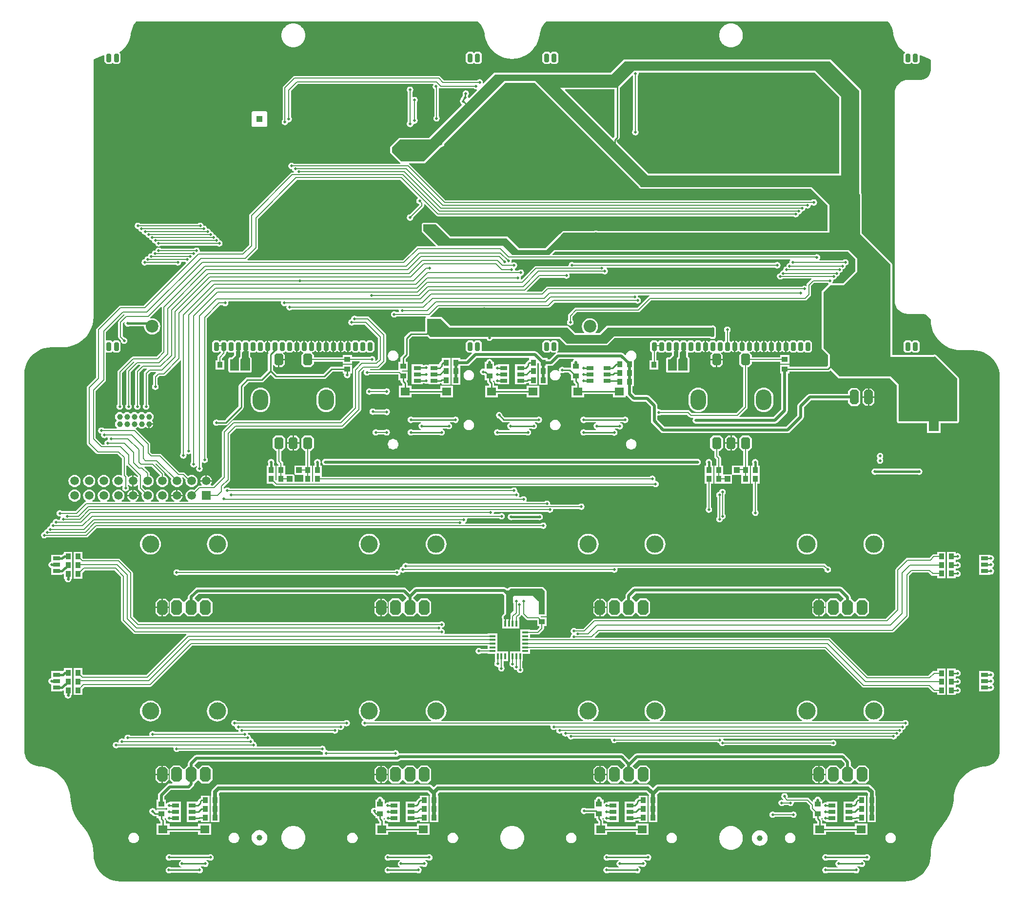
<source format=gtl>
G04 Layer_Physical_Order=1*
G04 Layer_Color=255*
%FSLAX44Y44*%
%MOMM*%
G71*
G01*
G75*
%ADD10R,1.0000X0.9000*%
%ADD11R,0.9000X1.0000*%
%ADD12R,1.0000X1.0000*%
%ADD13R,1.3000X0.7000*%
%ADD14R,1.6000X1.4000*%
%ADD15R,1.3000X1.5000*%
%ADD16C,1.0000*%
%ADD17R,1.8000X3.0500*%
%ADD18R,1.1000X0.3500*%
%ADD19R,0.3500X1.1000*%
%ADD20R,4.0000X4.0000*%
%ADD21C,0.2540*%
%ADD22C,0.3810*%
%ADD23C,0.1524*%
%ADD24C,0.2032*%
%ADD25C,0.5080*%
%ADD26C,0.7000*%
%ADD27C,2.2000*%
G04:AMPARAMS|DCode=28|XSize=0.9mm|YSize=1.5mm|CornerRadius=0mm|HoleSize=0mm|Usage=FLASHONLY|Rotation=180.000|XOffset=0mm|YOffset=0mm|HoleType=Round|Shape=Octagon|*
%AMOCTAGOND28*
4,1,8,0.2250,-0.7500,-0.2250,-0.7500,-0.4500,-0.5250,-0.4500,0.5250,-0.2250,0.7500,0.2250,0.7500,0.4500,0.5250,0.4500,-0.5250,0.2250,-0.7500,0.0*
%
%ADD28OCTAGOND28*%

%ADD29O,2.7000X3.6000*%
G04:AMPARAMS|DCode=30|XSize=1.6mm|YSize=2.1mm|CornerRadius=0mm|HoleSize=0mm|Usage=FLASHONLY|Rotation=0.000|XOffset=0mm|YOffset=0mm|HoleType=Round|Shape=Octagon|*
%AMOCTAGOND30*
4,1,8,-0.4000,1.0500,0.4000,1.0500,0.8000,0.6500,0.8000,-0.6500,0.4000,-1.0500,-0.4000,-1.0500,-0.8000,-0.6500,-0.8000,0.6500,-0.4000,1.0500,0.0*
%
%ADD30OCTAGOND30*%

G04:AMPARAMS|DCode=31|XSize=1.8mm|YSize=2.5mm|CornerRadius=0mm|HoleSize=0mm|Usage=FLASHONLY|Rotation=0.000|XOffset=0mm|YOffset=0mm|HoleType=Round|Shape=Octagon|*
%AMOCTAGOND31*
4,1,8,-0.4500,1.2500,0.4500,1.2500,0.9000,0.8000,0.9000,-0.8000,0.4500,-1.2500,-0.4500,-1.2500,-0.9000,-0.8000,-0.9000,0.8000,-0.4500,1.2500,0.0*
%
%ADD31OCTAGOND31*%

%ADD32C,3.0000*%
G04:AMPARAMS|DCode=33|XSize=2.5mm|YSize=1.5mm|CornerRadius=0mm|HoleSize=0mm|Usage=FLASHONLY|Rotation=270.000|XOffset=0mm|YOffset=0mm|HoleType=Round|Shape=Octagon|*
%AMOCTAGOND33*
4,1,8,-0.3750,-1.2500,0.3750,-1.2500,0.7500,-0.8750,0.7500,0.8750,0.3750,1.2500,-0.3750,1.2500,-0.7500,0.8750,-0.7500,-0.8750,-0.3750,-1.2500,0.0*
%
%ADD33OCTAGOND33*%

%ADD34C,0.5000*%
%ADD35C,1.5000*%
%ADD36R,1.5000X1.5000*%
G36*
X1309339Y1417823D02*
X1310569Y1417000D01*
X1311397Y1416100D01*
X1312110Y1415100D01*
X1314001Y1412271D01*
X1316419Y1407368D01*
X1318176Y1402191D01*
X1319106Y1397518D01*
X1319279Y1396276D01*
X1319324Y1395737D01*
X1319464Y1395035D01*
X1320428Y1390188D01*
X1322246Y1384831D01*
X1324749Y1379756D01*
X1327892Y1375052D01*
X1331622Y1370798D01*
X1335876Y1367068D01*
X1336767Y1366472D01*
X1337773Y1365693D01*
X1337954Y1365545D01*
X1339025Y1364973D01*
X1339211Y1363716D01*
X1336865Y1361371D01*
Y1347823D01*
X1340639Y1344049D01*
X1348187D01*
X1350813Y1346675D01*
X1353439Y1344049D01*
X1360987D01*
X1364761Y1347823D01*
Y1358427D01*
X1365794Y1359167D01*
X1368422Y1358275D01*
X1368439Y1358264D01*
X1381657Y1352964D01*
X1382809Y1352469D01*
D01*
X1383685Y1351687D01*
X1383818Y1351489D01*
X1383955Y1350800D01*
X1383955Y1350800D01*
X1383986D01*
X1383986Y1350800D01*
Y1333354D01*
X1383996Y1333303D01*
X1383678Y1330068D01*
X1382719Y1326909D01*
X1381163Y1323997D01*
X1379068Y1321445D01*
X1376517Y1319351D01*
X1373605Y1317794D01*
X1370446Y1316836D01*
X1367211Y1316517D01*
X1367160Y1316528D01*
X1344664D01*
Y1316579D01*
X1340133Y1316132D01*
X1335776Y1314811D01*
X1331761Y1312664D01*
X1328242Y1309776D01*
X1325353Y1306257D01*
X1323207Y1302241D01*
X1321886Y1297885D01*
X1321439Y1293354D01*
X1321490D01*
X1321490Y1293353D01*
Y933354D01*
X1321490Y933354D01*
X1321439D01*
X1321886Y928823D01*
X1323207Y924466D01*
X1325353Y920451D01*
X1328242Y916931D01*
X1331761Y914043D01*
X1335776Y911897D01*
X1340133Y910575D01*
X1344664Y910129D01*
Y910180D01*
X1344672Y910181D01*
X1368376D01*
X1368426Y910191D01*
X1371662Y909873D01*
X1374821Y908914D01*
X1377733Y907358D01*
X1380285Y905263D01*
X1382380Y902711D01*
X1383936Y899799D01*
X1383971Y899685D01*
X1384390Y893288D01*
X1385749Y886458D01*
X1387988Y879863D01*
X1391068Y873616D01*
X1394937Y867825D01*
X1399529Y862589D01*
X1404765Y857997D01*
X1410556Y854128D01*
X1416803Y851048D01*
X1423398Y848809D01*
X1430228Y847450D01*
X1437159Y846996D01*
X1437159Y847045D01*
X1437160Y847046D01*
X1457160D01*
X1457294Y847073D01*
X1463290Y846680D01*
X1469300Y845484D01*
X1475102Y843514D01*
X1480598Y840804D01*
X1485693Y837400D01*
X1490300Y833360D01*
X1494340Y828753D01*
X1497744Y823658D01*
X1500455Y818162D01*
X1502424Y812360D01*
X1503620Y806350D01*
X1503939Y801472D01*
X1503986Y800221D01*
X1503986Y800220D01*
X1503986Y800220D01*
Y151210D01*
X1503986Y151210D01*
X1503986Y151210D01*
X1503906Y149973D01*
X1503672Y147009D01*
X1502689Y142913D01*
X1501077Y139022D01*
X1498876Y135430D01*
X1496141Y132227D01*
X1492938Y129492D01*
X1489346Y127291D01*
X1485455Y125679D01*
X1481359Y124695D01*
X1478739Y124489D01*
X1478745Y124397D01*
X1478532Y124355D01*
X1474568Y124095D01*
X1467095Y122608D01*
X1459881Y120160D01*
X1453047Y116790D01*
X1446712Y112557D01*
X1440984Y107533D01*
X1435961Y101805D01*
X1431728Y95470D01*
X1428358Y88637D01*
X1425909Y81422D01*
X1424422Y73949D01*
X1424141Y69657D01*
X1424099Y69447D01*
X1424005Y69452D01*
X1423750Y64922D01*
X1422307Y56425D01*
X1419921Y48143D01*
X1416622Y40180D01*
X1412453Y32637D01*
X1407466Y25608D01*
X1403560Y21237D01*
X1403612Y21188D01*
X1403509Y21035D01*
X1399915Y17013D01*
X1395161Y10313D01*
X1391187Y3122D01*
X1388043Y-4467D01*
X1385769Y-12362D01*
X1384393Y-20461D01*
X1384003Y-27387D01*
X1383933Y-28649D01*
X1383937Y-29919D01*
X1383620Y-34765D01*
X1382424Y-40777D01*
X1380453Y-46582D01*
X1377742Y-52080D01*
X1374337Y-57176D01*
X1370295Y-61785D01*
X1365686Y-65827D01*
X1360590Y-69232D01*
X1355092Y-71943D01*
X1349288Y-73913D01*
X1343275Y-75109D01*
X1337289Y-75502D01*
X1337160Y-75476D01*
X-22840D01*
X-22965Y-75501D01*
X-28941Y-75109D01*
X-34955Y-73913D01*
X-40761Y-71942D01*
X-46261Y-69230D01*
X-51360Y-65823D01*
X-55970Y-61780D01*
X-60013Y-57170D01*
X-63420Y-52071D01*
X-66132Y-46571D01*
X-68103Y-40765D01*
X-69299Y-34751D01*
X-69616Y-29921D01*
X-69613Y-28651D01*
X-69612Y-28625D01*
X-69681Y-27388D01*
X-70072Y-20430D01*
X-71447Y-12339D01*
X-73719Y-4452D01*
X-76860Y3130D01*
X-80830Y10314D01*
X-85579Y17007D01*
X-89180Y21037D01*
X-89282Y21188D01*
X-89230Y21237D01*
X-93135Y25607D01*
X-98123Y32637D01*
X-102292Y40180D01*
X-105591Y48143D01*
X-107977Y56425D01*
X-109420Y64923D01*
X-109675Y69452D01*
X-109769Y69447D01*
X-109811Y69659D01*
X-110091Y73932D01*
X-111578Y81408D01*
X-114028Y88625D01*
X-117399Y95461D01*
X-121634Y101798D01*
X-126659Y107528D01*
X-132389Y112554D01*
X-138727Y116788D01*
X-145562Y120159D01*
X-152780Y122609D01*
X-160255Y124096D01*
X-164201Y124354D01*
X-164414Y124397D01*
X-164408Y124489D01*
X-167023Y124695D01*
X-171122Y125679D01*
X-175016Y127292D01*
X-178610Y129494D01*
X-181815Y132232D01*
X-184553Y135437D01*
X-186755Y139031D01*
X-188368Y142925D01*
X-189352Y147024D01*
X-189677Y151154D01*
X-189666Y151210D01*
Y805350D01*
X-189691Y805475D01*
X-189299Y811451D01*
X-188103Y817465D01*
X-186132Y823271D01*
X-183420Y828771D01*
X-180013Y833870D01*
X-175970Y838480D01*
X-171360Y842523D01*
X-166261Y845930D01*
X-160761Y848642D01*
X-154955Y850613D01*
X-148941Y851809D01*
X-142965Y852201D01*
X-142840Y852176D01*
X-124090D01*
X-122841Y852124D01*
X-122824Y852123D01*
X-121604Y852203D01*
X-115879Y852578D01*
X-109052Y853936D01*
X-102461Y856173D01*
X-96219Y859252D01*
X-90431Y863119D01*
X-85198Y867708D01*
X-80609Y872941D01*
X-76742Y878729D01*
X-73664Y884971D01*
X-71426Y891562D01*
X-70068Y898389D01*
X-69694Y904093D01*
X-69613Y905334D01*
X-69614Y905351D01*
X-69666Y906600D01*
Y1349577D01*
X-69633Y1350785D01*
D01*
X-69270Y1351760D01*
X-68474Y1352472D01*
X-68049Y1352674D01*
X-54109Y1358264D01*
X-54092Y1358275D01*
X-51467Y1359166D01*
X-50435Y1358426D01*
Y1347823D01*
X-46661Y1344049D01*
X-39113D01*
X-36487Y1346675D01*
X-33861Y1344049D01*
X-26313D01*
X-22539Y1347823D01*
Y1361371D01*
X-24883Y1363715D01*
X-24697Y1364971D01*
X-23624Y1365545D01*
X-23443Y1365693D01*
X-22437Y1366472D01*
X-21546Y1367068D01*
X-17292Y1370798D01*
X-13562Y1375052D01*
X-10419Y1379756D01*
X-7916Y1384831D01*
X-6097Y1390188D01*
X-5137Y1395017D01*
X-4994Y1395737D01*
X-4994Y1395739D01*
X-4949Y1396276D01*
X-4949Y1396276D01*
X-4941Y1396391D01*
X-4776Y1397518D01*
X-3846Y1402191D01*
X-2089Y1407368D01*
X329Y1412271D01*
X2204Y1415077D01*
X2938Y1416106D01*
X2938Y1416106D01*
X3055Y1416280D01*
X3748Y1416997D01*
X4987Y1417825D01*
X5696Y1417966D01*
X6908Y1418176D01*
Y1418176D01*
X6908Y1418176D01*
X6910Y1418176D01*
X597946D01*
X598818Y1417431D01*
X602583Y1413023D01*
X605612Y1408080D01*
X607830Y1402724D01*
X609183Y1397088D01*
X609346Y1395024D01*
X609346D01*
X609346Y1395024D01*
X609599Y1393828D01*
X610585Y1388871D01*
X612612Y1382898D01*
X615402Y1377241D01*
X618906Y1371997D01*
X623065Y1367255D01*
X627807Y1363096D01*
X633051Y1359592D01*
X638708Y1356803D01*
X644680Y1354775D01*
X650866Y1353545D01*
X657160Y1353132D01*
X663454Y1353545D01*
X669640Y1354775D01*
X675612Y1356803D01*
X681269Y1359592D01*
X686514Y1363096D01*
X691255Y1367255D01*
X695414Y1371997D01*
X698918Y1377241D01*
X701708Y1382898D01*
X703735Y1388871D01*
X704844Y1394446D01*
X704966Y1395057D01*
X705039Y1395682D01*
X705039Y1395682D01*
X705152Y1397117D01*
X706502Y1402741D01*
X708716Y1408085D01*
X711738Y1413017D01*
X715494Y1417415D01*
X716385Y1418176D01*
X1307420D01*
X1307491Y1418190D01*
X1309339Y1417823D01*
D02*
G37*
%LPC*%
G36*
X1038887Y1414460D02*
X1035440D01*
X1035139Y1414401D01*
X1034833D01*
X1031452Y1413728D01*
X1031170Y1413611D01*
X1030870Y1413551D01*
X1027685Y1412232D01*
X1027430Y1412062D01*
X1027147Y1411945D01*
X1024281Y1410030D01*
X1024065Y1409813D01*
X1023810Y1409643D01*
X1021373Y1407206D01*
X1021203Y1406951D01*
X1020986Y1406735D01*
X1019071Y1403869D01*
X1018954Y1403586D01*
X1018784Y1403331D01*
X1017465Y1400146D01*
X1017405Y1399846D01*
X1017288Y1399563D01*
X1016615Y1396183D01*
Y1395876D01*
X1016556Y1395576D01*
Y1392129D01*
X1016615Y1391829D01*
Y1391523D01*
X1017288Y1388142D01*
X1017405Y1387859D01*
X1017465Y1387559D01*
X1018784Y1384374D01*
X1018954Y1384120D01*
X1019071Y1383837D01*
X1020986Y1380970D01*
X1021203Y1380754D01*
X1021373Y1380500D01*
X1023810Y1378062D01*
X1024065Y1377892D01*
X1024281Y1377675D01*
X1027147Y1375760D01*
X1027430Y1375643D01*
X1027685Y1375473D01*
X1030870Y1374154D01*
X1031170Y1374094D01*
X1031452Y1373977D01*
X1034833Y1373305D01*
X1035139D01*
X1035440Y1373245D01*
X1038887D01*
X1039187Y1373305D01*
X1039493D01*
X1042874Y1373977D01*
X1043157Y1374094D01*
X1043457Y1374154D01*
X1046642Y1375473D01*
X1046896Y1375643D01*
X1047179Y1375760D01*
X1050045Y1377675D01*
X1050262Y1377892D01*
X1050516Y1378062D01*
X1052954Y1380500D01*
X1053124Y1380754D01*
X1053340Y1380970D01*
X1055256Y1383837D01*
X1055373Y1384120D01*
X1055543Y1384374D01*
X1056862Y1387559D01*
X1056922Y1387859D01*
X1057039Y1388142D01*
X1057711Y1391523D01*
Y1391829D01*
X1057771Y1392129D01*
Y1395576D01*
X1057711Y1395876D01*
Y1396183D01*
X1057039Y1399563D01*
X1056922Y1399846D01*
X1056862Y1400146D01*
X1055543Y1403331D01*
X1055373Y1403586D01*
X1055256Y1403869D01*
X1053340Y1406735D01*
X1053124Y1406951D01*
X1052954Y1407206D01*
X1050516Y1409643D01*
X1050262Y1409813D01*
X1050045Y1410030D01*
X1047179Y1411945D01*
X1046896Y1412062D01*
X1046642Y1412232D01*
X1043457Y1413551D01*
X1043157Y1413611D01*
X1042874Y1413728D01*
X1039493Y1414401D01*
X1039187D01*
X1038887Y1414460D01*
D02*
G37*
G36*
X278887D02*
X275440D01*
X275140Y1414401D01*
X274833D01*
X271452Y1413728D01*
X271170Y1413611D01*
X270870Y1413551D01*
X267685Y1412232D01*
X267430Y1412062D01*
X267147Y1411945D01*
X264281Y1410030D01*
X264065Y1409813D01*
X263810Y1409643D01*
X261373Y1407206D01*
X261203Y1406951D01*
X260986Y1406735D01*
X259071Y1403869D01*
X258954Y1403586D01*
X258784Y1403331D01*
X257465Y1400146D01*
X257405Y1399846D01*
X257288Y1399563D01*
X256615Y1396183D01*
Y1395876D01*
X256556Y1395576D01*
Y1392129D01*
X256615Y1391829D01*
Y1391523D01*
X257288Y1388142D01*
X257405Y1387859D01*
X257465Y1387559D01*
X258784Y1384374D01*
X258954Y1384120D01*
X259071Y1383837D01*
X260986Y1380970D01*
X261203Y1380754D01*
X261373Y1380500D01*
X263810Y1378062D01*
X264065Y1377892D01*
X264281Y1377675D01*
X267147Y1375760D01*
X267430Y1375643D01*
X267685Y1375473D01*
X270870Y1374154D01*
X271170Y1374094D01*
X271453Y1373977D01*
X274833Y1373305D01*
X275140D01*
X275440Y1373245D01*
X278887D01*
X279187Y1373305D01*
X279493D01*
X282874Y1373977D01*
X283157Y1374094D01*
X283457Y1374154D01*
X286642Y1375473D01*
X286896Y1375643D01*
X287179Y1375760D01*
X290045Y1377675D01*
X290262Y1377892D01*
X290516Y1378062D01*
X292954Y1380500D01*
X293124Y1380754D01*
X293340Y1380970D01*
X295256Y1383837D01*
X295373Y1384120D01*
X295543Y1384374D01*
X296862Y1387559D01*
X296922Y1387859D01*
X297039Y1388142D01*
X297711Y1391523D01*
Y1391829D01*
X297771Y1392129D01*
Y1395576D01*
X297711Y1395876D01*
Y1396183D01*
X297039Y1399563D01*
X296922Y1399846D01*
X296862Y1400146D01*
X295543Y1403331D01*
X295373Y1403586D01*
X295256Y1403869D01*
X293340Y1406735D01*
X293124Y1406951D01*
X292954Y1407206D01*
X290516Y1409643D01*
X290262Y1409813D01*
X290045Y1410030D01*
X287179Y1411945D01*
X286896Y1412062D01*
X286642Y1412232D01*
X283457Y1413551D01*
X283157Y1413611D01*
X282874Y1413728D01*
X279493Y1414401D01*
X279187D01*
X278887Y1414460D01*
D02*
G37*
G36*
X733687Y1365145D02*
X726139D01*
X723513Y1362519D01*
X720887Y1365145D01*
X713339D01*
X709565Y1361371D01*
Y1347823D01*
X713339Y1344049D01*
X720887D01*
X723513Y1346675D01*
X726139Y1344049D01*
X733687D01*
X737461Y1347823D01*
Y1361371D01*
X733687Y1365145D01*
D02*
G37*
G36*
X600987D02*
X593439D01*
X590813Y1362519D01*
X588187Y1365145D01*
X580639D01*
X576865Y1361371D01*
Y1347823D01*
X580639Y1344049D01*
X588187D01*
X590813Y1346675D01*
X593439Y1344049D01*
X600987D01*
X604761Y1347823D01*
Y1361371D01*
X600987Y1365145D01*
D02*
G37*
G36*
X1209040Y1351848D02*
X852170D01*
X850981Y1351611D01*
X849973Y1350938D01*
X828023Y1328988D01*
X695960D01*
X695960Y1328988D01*
X627380Y1328988D01*
X626191Y1328751D01*
X625182Y1328078D01*
X607308Y1310203D01*
X606138Y1310829D01*
X606367Y1311980D01*
X605936Y1314145D01*
X604710Y1315980D01*
X602875Y1317206D01*
X600710Y1317637D01*
X598545Y1317206D01*
X596710Y1315980D01*
X596633Y1315865D01*
X538749D01*
X532337Y1322277D01*
X531077Y1323119D01*
X529590Y1323415D01*
X279410D01*
X277924Y1323119D01*
X276663Y1322277D01*
X259866Y1305479D01*
X259024Y1304219D01*
X258728Y1302733D01*
Y1247407D01*
X258613Y1247330D01*
X257386Y1245495D01*
X256956Y1243330D01*
X257386Y1241165D01*
X258613Y1239330D01*
X260448Y1238104D01*
X262613Y1237673D01*
X264777Y1238104D01*
X266612Y1239330D01*
X267839Y1241165D01*
X268196Y1242961D01*
X269240Y1242753D01*
X271405Y1243184D01*
X273240Y1244410D01*
X274466Y1246245D01*
X274897Y1248410D01*
X274466Y1250575D01*
X273240Y1252410D01*
X273125Y1252487D01*
Y1296950D01*
X285470Y1309295D01*
X519682D01*
X520361Y1308025D01*
X519725Y1307074D01*
X519294Y1304909D01*
X519725Y1302744D01*
X520951Y1300909D01*
X522067Y1300163D01*
Y1253757D01*
X521952Y1253680D01*
X520726Y1251845D01*
X520295Y1249680D01*
X520726Y1247515D01*
X521952Y1245680D01*
X523787Y1244454D01*
X525952Y1244023D01*
X528117Y1244454D01*
X529952Y1245680D01*
X531178Y1247515D01*
X531609Y1249680D01*
X531178Y1251845D01*
X529952Y1253680D01*
X529837Y1253757D01*
Y1301881D01*
X529917Y1301973D01*
X530433Y1302294D01*
X531277Y1302378D01*
X531331Y1302360D01*
X531913Y1301971D01*
X533400Y1301675D01*
X590283D01*
X590360Y1301560D01*
X592195Y1300334D01*
X594360Y1299903D01*
X595424Y1300115D01*
X596049Y1298945D01*
X582205Y1285100D01*
X581072Y1285763D01*
X580676Y1287753D01*
X580199Y1288466D01*
X580789Y1288860D01*
X582015Y1290695D01*
X582446Y1292860D01*
X582015Y1295025D01*
X580789Y1296860D01*
X578954Y1298086D01*
X576789Y1298517D01*
X574625Y1298086D01*
X572789Y1296860D01*
X571563Y1295025D01*
X571133Y1292860D01*
X571223Y1292406D01*
X571047Y1291520D01*
Y1288986D01*
X570223Y1287753D01*
X569934Y1286299D01*
X569136Y1285501D01*
X568181Y1284073D01*
X567945Y1282883D01*
X567023Y1281503D01*
X566592Y1279339D01*
X567023Y1277174D01*
X568249Y1275339D01*
X569687Y1274378D01*
X570032Y1272927D01*
X513063Y1215958D01*
X462280D01*
X461091Y1215721D01*
X460083Y1215048D01*
X446113Y1201077D01*
X445439Y1200069D01*
X445202Y1198880D01*
Y1191260D01*
X445439Y1190071D01*
X446113Y1189062D01*
X462622Y1172552D01*
X463067Y1172256D01*
X462682Y1170986D01*
X299720Y1170986D01*
X278345D01*
X278320Y1171023D01*
X276485Y1172249D01*
X274320Y1172680D01*
X272155Y1172249D01*
X270320Y1171023D01*
X269094Y1169188D01*
X268663Y1167023D01*
X269094Y1164858D01*
X270320Y1163023D01*
X272155Y1161797D01*
X274320Y1161366D01*
X275118Y1161525D01*
X275444Y1159885D01*
X276670Y1158050D01*
X278218Y1157016D01*
X277912Y1155746D01*
X275471D01*
X273985Y1155450D01*
X272724Y1154608D01*
X201752Y1083636D01*
X200910Y1082375D01*
X200614Y1080889D01*
Y1030338D01*
X188346Y1018070D01*
X115532D01*
X114726Y1019052D01*
X114877Y1019810D01*
X114446Y1021975D01*
X113220Y1023810D01*
X111385Y1025036D01*
X109220Y1025467D01*
X107055Y1025036D01*
X105220Y1023810D01*
X105143Y1023695D01*
X47491D01*
X47414Y1023810D01*
X45579Y1025036D01*
X43414Y1025467D01*
X41249Y1025036D01*
X39414Y1023810D01*
X38188Y1021975D01*
X37837Y1020210D01*
X36947Y1020387D01*
X34782Y1019956D01*
X32947Y1018730D01*
X31721Y1016895D01*
X31365Y1015106D01*
X30357Y1015307D01*
X28192Y1014876D01*
X26357Y1013650D01*
X25131Y1011815D01*
X24802Y1010163D01*
X24480Y1010227D01*
X22315Y1009796D01*
X20480Y1008570D01*
X19254Y1006735D01*
X18929Y1005099D01*
X17002Y1004716D01*
X15167Y1003490D01*
X13941Y1001655D01*
X13510Y999490D01*
X13941Y997325D01*
X15167Y995490D01*
X17002Y994264D01*
X19167Y993833D01*
X21332Y994264D01*
X23167Y995490D01*
X23244Y995605D01*
X72814D01*
X72891Y995490D01*
X74726Y994264D01*
X76891Y993833D01*
X79056Y994264D01*
X80891Y995490D01*
X82117Y997325D01*
X82548Y999490D01*
X82505Y999704D01*
X83311Y1000685D01*
X88979D01*
X89056Y1000570D01*
X90569Y999559D01*
X90943Y998137D01*
X17441Y924635D01*
X-22860D01*
X-24347Y924339D01*
X-25607Y923497D01*
X-63707Y885397D01*
X-64549Y884137D01*
X-64845Y882650D01*
Y799997D01*
X-80217Y784625D01*
X-81059Y783364D01*
X-81355Y781878D01*
Y685800D01*
X-81059Y684313D01*
X-80217Y683053D01*
X-65006Y667842D01*
X-63746Y667000D01*
X-62259Y666704D01*
X-28046D01*
X-20395Y659053D01*
Y630181D01*
X-20530Y629990D01*
X-21026Y629598D01*
X-21586Y629355D01*
X-23683Y630223D01*
X-26437Y630586D01*
X-29190Y630223D01*
X-31756Y629160D01*
X-33960Y627469D01*
X-35650Y625266D01*
X-36713Y622700D01*
X-37076Y619947D01*
X-36713Y617193D01*
X-35650Y614627D01*
X-33960Y612424D01*
X-31756Y610733D01*
X-29190Y609670D01*
X-26437Y609308D01*
X-23683Y609670D01*
X-21117Y610733D01*
X-20076Y611532D01*
X-18569Y611087D01*
X-18452Y610759D01*
X-19196Y609645D01*
X-19627Y607480D01*
X-19196Y605315D01*
X-17970Y603480D01*
X-16135Y602254D01*
X-13970Y601823D01*
X-11805Y602254D01*
X-9970Y603480D01*
X-8744Y605315D01*
X-8313Y607480D01*
X-8744Y609645D01*
X-9970Y611480D01*
X-10085Y611557D01*
Y613160D01*
X-8815Y613591D01*
X-8197Y612786D01*
X-6100Y611177D01*
X-3658Y610165D01*
X-2307Y609987D01*
Y619947D01*
Y629906D01*
X-3658Y629728D01*
X-6100Y628717D01*
X-8197Y627107D01*
X-8815Y626302D01*
X-10085Y626733D01*
Y627333D01*
X-10381Y628820D01*
X-11223Y630080D01*
X-12625Y631482D01*
Y646696D01*
X-12466Y646817D01*
X-11355Y647165D01*
X7393Y628416D01*
X7299Y627662D01*
X6588Y627326D01*
X5992Y627209D01*
X4027Y628717D01*
X1584Y629728D01*
X233Y629906D01*
Y619947D01*
Y609987D01*
X1584Y610165D01*
X4027Y611177D01*
X6124Y612786D01*
X6343Y613071D01*
X7545Y612663D01*
Y607480D01*
X7841Y605993D01*
X8683Y604733D01*
X14681Y598735D01*
X14087Y597300D01*
X13724Y594547D01*
X14087Y591793D01*
X15150Y589227D01*
X16840Y587024D01*
X18768Y585545D01*
X18460Y584275D01*
X3719D01*
X3466Y585545D01*
X4027Y585777D01*
X6124Y587386D01*
X7733Y589483D01*
X8745Y591926D01*
X8923Y593277D01*
X-1037D01*
X-10996D01*
X-10818Y591926D01*
X-9807Y589483D01*
X-8197Y587386D01*
X-6100Y585777D01*
X-5540Y585545D01*
X-5792Y584275D01*
X-20534D01*
X-20841Y585545D01*
X-18914Y587024D01*
X-17223Y589227D01*
X-16160Y591793D01*
X-15798Y594547D01*
X-16160Y597300D01*
X-17223Y599866D01*
X-18914Y602070D01*
X-21117Y603760D01*
X-23683Y604823D01*
X-26437Y605186D01*
X-29190Y604823D01*
X-31756Y603760D01*
X-33960Y602070D01*
X-35650Y599866D01*
X-36713Y597300D01*
X-37076Y594547D01*
X-36713Y591793D01*
X-35650Y589227D01*
X-33960Y587024D01*
X-32032Y585545D01*
X-32340Y584275D01*
X-45933D01*
X-46241Y585545D01*
X-44314Y587024D01*
X-42623Y589227D01*
X-41560Y591793D01*
X-41198Y594547D01*
X-41560Y597300D01*
X-42623Y599866D01*
X-44314Y602070D01*
X-46517Y603760D01*
X-49083Y604823D01*
X-51837Y605186D01*
X-54590Y604823D01*
X-57156Y603760D01*
X-59359Y602070D01*
X-61050Y599866D01*
X-62113Y597300D01*
X-62476Y594547D01*
X-62113Y591793D01*
X-61050Y589227D01*
X-59359Y587024D01*
X-57432Y585545D01*
X-57740Y584275D01*
X-71333D01*
X-71641Y585545D01*
X-69714Y587024D01*
X-68023Y589227D01*
X-66960Y591793D01*
X-66598Y594547D01*
X-66960Y597300D01*
X-68023Y599866D01*
X-69714Y602070D01*
X-71917Y603760D01*
X-74483Y604823D01*
X-77237Y605186D01*
X-79990Y604823D01*
X-82556Y603760D01*
X-84760Y602070D01*
X-86450Y599866D01*
X-87513Y597300D01*
X-87876Y594547D01*
X-87513Y591793D01*
X-86450Y589227D01*
X-84760Y587024D01*
X-82800Y585520D01*
X-82860Y584629D01*
X-83056Y584174D01*
X-84037Y583979D01*
X-85297Y583137D01*
X-100640Y567794D01*
X-124193D01*
X-124270Y567909D01*
X-126105Y569135D01*
X-128270Y569566D01*
X-130435Y569135D01*
X-132270Y567909D01*
X-133496Y566074D01*
X-133927Y563909D01*
X-133496Y561744D01*
X-132270Y559909D01*
X-130435Y558683D01*
X-128270Y558252D01*
X-126796Y558546D01*
X-126147Y557380D01*
X-127146Y555885D01*
X-127577Y553720D01*
X-127534Y553506D01*
X-128340Y552525D01*
X-130660D01*
X-130737Y552640D01*
X-132572Y553866D01*
X-134737Y554297D01*
X-136902Y553866D01*
X-138737Y552640D01*
X-139963Y550805D01*
X-140394Y548640D01*
X-140239Y547863D01*
X-141982Y547516D01*
X-143817Y546290D01*
X-145043Y544455D01*
X-145474Y542290D01*
X-145319Y541513D01*
X-147062Y541166D01*
X-148897Y539940D01*
X-150123Y538105D01*
X-150458Y536421D01*
X-152142Y536086D01*
X-153977Y534860D01*
X-155203Y533025D01*
X-155538Y531341D01*
X-157222Y531006D01*
X-159057Y529780D01*
X-160283Y527945D01*
X-160714Y525780D01*
X-160283Y523615D01*
X-159057Y521780D01*
X-157222Y520554D01*
X-155057Y520123D01*
X-152892Y520554D01*
X-151057Y521780D01*
X-150980Y521895D01*
X-81964D01*
X-80478Y522191D01*
X-79218Y523033D01*
X-63845Y538405D01*
X707123D01*
X707200Y538290D01*
X709035Y537064D01*
X711200Y536633D01*
X713365Y537064D01*
X715200Y538290D01*
X716426Y540125D01*
X716857Y542290D01*
X716426Y544455D01*
X715200Y546290D01*
X713365Y547516D01*
X711200Y547947D01*
X709035Y547516D01*
X707200Y546290D01*
X707123Y546175D01*
X576097D01*
X575712Y547445D01*
X577216Y548450D01*
X578443Y550285D01*
X578873Y552450D01*
X578635Y553645D01*
X579653Y554915D01*
X634831D01*
X634908Y554800D01*
X636743Y553574D01*
X638908Y553143D01*
X641073Y553574D01*
X642908Y554800D01*
X644134Y556635D01*
X644565Y558800D01*
X644134Y560965D01*
X642908Y562800D01*
X641073Y564026D01*
X638908Y564457D01*
X636743Y564026D01*
X634908Y562800D01*
X634831Y562685D01*
X626079D01*
X625062Y563955D01*
X625300Y565150D01*
X625257Y565364D01*
X626063Y566345D01*
X718553D01*
X718630Y566230D01*
X720465Y565004D01*
X722630Y564573D01*
X724795Y565004D01*
X726630Y566230D01*
X727856Y568065D01*
X728287Y570230D01*
X728244Y570444D01*
X729050Y571425D01*
X773232D01*
X773309Y571310D01*
X775145Y570084D01*
X777309Y569653D01*
X779474Y570084D01*
X781309Y571310D01*
X782535Y573145D01*
X782966Y575310D01*
X782535Y577475D01*
X781309Y579310D01*
X779474Y580536D01*
X777309Y580967D01*
X775145Y580536D01*
X773309Y579310D01*
X773232Y579195D01*
X723970D01*
X723164Y580176D01*
X723207Y580390D01*
X722776Y582555D01*
X721550Y584390D01*
X719715Y585616D01*
X717550Y586047D01*
X715385Y585616D01*
X713550Y584390D01*
X713473Y584275D01*
X682434D01*
X681835Y585395D01*
X682136Y585845D01*
X682567Y588010D01*
X682136Y590175D01*
X680910Y592010D01*
X679075Y593236D01*
X676910Y593667D01*
X674745Y593236D01*
X672910Y592010D01*
X672833Y591895D01*
X669734D01*
X669135Y593015D01*
X669436Y593465D01*
X669867Y595630D01*
X669436Y597795D01*
X668210Y599630D01*
X666375Y600856D01*
X665854Y602232D01*
X666057Y603250D01*
X665626Y605415D01*
X664400Y607250D01*
X662565Y608476D01*
X660400Y608907D01*
X658235Y608476D01*
X656400Y607250D01*
X656323Y607135D01*
X166637D01*
X166560Y607250D01*
X164725Y608476D01*
X162560Y608907D01*
X160395Y608476D01*
X158560Y607250D01*
X157555Y605745D01*
X156285Y606130D01*
Y609261D01*
X166577Y619553D01*
X167419Y620813D01*
X167715Y622300D01*
Y700701D01*
X178139Y711125D01*
X362040D01*
X363527Y711421D01*
X364787Y712263D01*
X393907Y741383D01*
X394749Y742643D01*
X395045Y744130D01*
Y808651D01*
X399703Y813310D01*
X399981Y813240D01*
X400540Y811791D01*
X399904Y810838D01*
X399473Y808674D01*
X399904Y806509D01*
X401130Y804674D01*
X402965Y803447D01*
X405130Y803017D01*
X407295Y803447D01*
X409130Y804674D01*
X409207Y804789D01*
X459607D01*
X459745Y804651D01*
Y794549D01*
X463391D01*
Y793317D01*
X463726Y791632D01*
X464680Y790204D01*
X466761Y788123D01*
Y785395D01*
X460115D01*
Y765299D01*
X482211D01*
Y770944D01*
X532115D01*
Y765299D01*
X554211D01*
Y785395D01*
X532115D01*
Y779749D01*
X482211D01*
Y785395D01*
X475566D01*
Y789947D01*
X475566Y789947D01*
X475231Y791631D01*
X474276Y793060D01*
X473961Y793375D01*
X474447Y794549D01*
X475841D01*
Y809645D01*
X466130D01*
X465640Y810279D01*
X466222Y811549D01*
X475841D01*
Y826645D01*
X472196D01*
Y831730D01*
X476996Y836530D01*
X477950Y837958D01*
X478285Y839643D01*
Y865759D01*
X483154Y870627D01*
X508847D01*
X510265Y870910D01*
X513423Y867753D01*
X514431Y867079D01*
X515620Y866842D01*
X612502D01*
X612567Y866515D01*
X613793Y864680D01*
X615629Y863454D01*
X617793Y863023D01*
X619958Y863454D01*
X621793Y864680D01*
X623019Y866515D01*
X623084Y866842D01*
X739362D01*
X749882Y856322D01*
X750890Y855649D01*
X752079Y855412D01*
X820983D01*
X822173Y855649D01*
X823181Y856322D01*
X834970Y868112D01*
X1000743D01*
X1001103Y867753D01*
X1002111Y867079D01*
X1003300Y866842D01*
X1005163D01*
X1005413Y866793D01*
X1005663Y866842D01*
X1007110D01*
X1008299Y867079D01*
X1009307Y867753D01*
X1009981Y868761D01*
X1010125Y869483D01*
X1010677Y870310D01*
X1011111Y872490D01*
Y884756D01*
X1010677Y886936D01*
X1009442Y888785D01*
X1007594Y890020D01*
X1005413Y890453D01*
X1003233Y890020D01*
X1002557Y889568D01*
X822960D01*
X821771Y889331D01*
X820762Y888658D01*
X808973Y876868D01*
X802256D01*
X801847Y878070D01*
X802182Y878327D01*
X804434Y881262D01*
X805850Y884679D01*
X806332Y888347D01*
X805850Y892014D01*
X804434Y895431D01*
X802182Y898366D01*
X799248Y900618D01*
X795831Y902033D01*
X792163Y902516D01*
X788496Y902033D01*
X785079Y900618D01*
X782144Y898366D01*
X779892Y895431D01*
X778477Y892014D01*
X777994Y888347D01*
X778477Y884679D01*
X779892Y881262D01*
X782144Y878327D01*
X782479Y878070D01*
X782071Y876868D01*
X767097D01*
X755307Y888658D01*
X754299Y889331D01*
X753110Y889568D01*
X549927D01*
X535597Y903897D01*
X534589Y904571D01*
X533400Y904808D01*
X515471D01*
X515085Y906078D01*
X515827Y906573D01*
X529929Y920675D01*
X719875D01*
X721361Y920971D01*
X722621Y921813D01*
X730374Y929565D01*
X870953D01*
X871030Y929450D01*
X872865Y928224D01*
X875030Y927793D01*
X877195Y928224D01*
X879030Y929450D01*
X880256Y931285D01*
X880687Y933450D01*
X880256Y935615D01*
X879030Y937450D01*
X877195Y938676D01*
X875431Y939027D01*
X875584Y939800D01*
X875347Y940995D01*
X876364Y942265D01*
X895744D01*
X895870Y940995D01*
X895133Y940849D01*
X893873Y940007D01*
X874691Y920825D01*
X768233D01*
X766747Y920529D01*
X765486Y919687D01*
X755443Y909644D01*
X754601Y908383D01*
X754305Y906897D01*
Y899427D01*
X754190Y899350D01*
X752964Y897515D01*
X752533Y895350D01*
X752964Y893185D01*
X754190Y891350D01*
X756025Y890124D01*
X758190Y889693D01*
X760355Y890124D01*
X762190Y891350D01*
X763416Y893185D01*
X763847Y895350D01*
X763416Y897515D01*
X762190Y899350D01*
X762075Y899427D01*
Y905288D01*
X769842Y913055D01*
X876300D01*
X877787Y913351D01*
X879047Y914193D01*
X898229Y933375D01*
X1165860D01*
X1167347Y933671D01*
X1168607Y934513D01*
X1174957Y940863D01*
X1175799Y942123D01*
X1176095Y943610D01*
Y958511D01*
X1181439Y963855D01*
X1204963D01*
X1205040Y963740D01*
X1206317Y962887D01*
X1206583Y961453D01*
X1206547Y961322D01*
X1195413Y950187D01*
X1194739Y949179D01*
X1194502Y947989D01*
Y850892D01*
X1194739Y849703D01*
X1195413Y848695D01*
X1205932Y838175D01*
Y820999D01*
X1203796Y818863D01*
X1138348D01*
Y822008D01*
X1122252D01*
Y806912D01*
X1124603D01*
Y744337D01*
X1111133Y730867D01*
X1052214D01*
X1051687Y732138D01*
X1065093Y745543D01*
X1065992Y746888D01*
X1066307Y748473D01*
Y817299D01*
X1067687D01*
X1073211Y822823D01*
Y826703D01*
X1122252D01*
Y823912D01*
X1138348D01*
Y839008D01*
X1122252D01*
Y834990D01*
X1073211D01*
Y838871D01*
X1069699Y842383D01*
X1070185Y843557D01*
X1072433D01*
X1075263Y846387D01*
X1078093Y843557D01*
X1080343D01*
Y853597D01*
Y863637D01*
X1078093D01*
X1075263Y860807D01*
X1072433Y863637D01*
X1070183D01*
Y853597D01*
X1067643D01*
Y863637D01*
X1065393D01*
X1062563Y860807D01*
X1059733Y863637D01*
X1057483D01*
Y853597D01*
X1054943D01*
Y863637D01*
X1052693D01*
X1049863Y860807D01*
X1047033Y863637D01*
X1044783D01*
Y853597D01*
Y843557D01*
X1047033D01*
X1049863Y846387D01*
X1052693Y843557D01*
X1054142D01*
X1054628Y842383D01*
X1051115Y838871D01*
Y822823D01*
X1056639Y817299D01*
X1058020D01*
Y750190D01*
X1046034Y738204D01*
X969030D01*
X965163Y742070D01*
X963819Y742968D01*
X962233Y743284D01*
X915645D01*
X914025Y744366D01*
X911860Y744797D01*
X910781Y744582D01*
X909511Y745624D01*
Y750997D01*
X909077Y753177D01*
X907842Y755025D01*
X895569Y767299D01*
X893720Y768534D01*
X891540Y768968D01*
X871110D01*
X866367Y773710D01*
Y784432D01*
X868218D01*
Y799672D01*
Y814691D01*
Y829266D01*
X868516Y829389D01*
X869524Y830063D01*
X869524Y830063D01*
X871212Y831750D01*
X871212Y831750D01*
X871885Y832759D01*
X871885Y832759D01*
X872799Y834964D01*
X872799Y834964D01*
X873035Y836153D01*
Y838540D01*
X873035Y838540D01*
X872906Y839189D01*
X872799Y839729D01*
X872799Y839730D01*
X871885Y841935D01*
X871885Y841935D01*
X871212Y842943D01*
X869524Y844631D01*
X869524Y844631D01*
X868516Y845304D01*
X868516Y845304D01*
X866311Y846218D01*
X866311Y846218D01*
X865121Y846454D01*
X862734D01*
X862734Y846454D01*
X862086Y846325D01*
X861545Y846218D01*
X861545Y846218D01*
X859340Y845304D01*
X859340Y845304D01*
X858332Y844631D01*
X856644Y842943D01*
X856644Y842943D01*
X855970Y841935D01*
X855057Y839729D01*
X854905Y838968D01*
X853876Y838531D01*
X853550Y838527D01*
X850702Y841375D01*
X848854Y842610D01*
X846673Y843044D01*
X736750D01*
X735163Y842729D01*
X734538Y843899D01*
X737461Y846823D01*
Y860371D01*
X733687Y864145D01*
X726139D01*
X723513Y861519D01*
X720887Y864145D01*
X713339D01*
X709565Y860371D01*
Y846823D01*
X713339Y843049D01*
X720887D01*
X723513Y845675D01*
X726139Y843049D01*
X732940D01*
X733325Y841779D01*
X732721Y841375D01*
X722543Y831198D01*
X718358D01*
Y833548D01*
X710819D01*
X700696Y843671D01*
X698848Y844906D01*
X696667Y845340D01*
X604938D01*
X604452Y846514D01*
X604761Y846823D01*
Y860371D01*
X600987Y864145D01*
X593439D01*
X590813Y861519D01*
X588187Y864145D01*
X580639D01*
X576865Y860371D01*
Y846823D01*
X580639Y843049D01*
X586954D01*
X587480Y841779D01*
X576899Y831198D01*
X566931D01*
Y833548D01*
X551835D01*
Y818513D01*
X551835D01*
Y803068D01*
X551832D01*
Y786972D01*
X566928D01*
Y802417D01*
X566931D01*
Y817452D01*
X566931D01*
Y819802D01*
X579259D01*
X581439Y820236D01*
X583287Y821471D01*
X595761Y833945D01*
X685157D01*
X686262Y833548D01*
Y829753D01*
X685329Y829567D01*
X683900Y828613D01*
X683900Y828613D01*
X681417Y826130D01*
X680462Y824701D01*
X680127Y823017D01*
Y822895D01*
X662365D01*
Y809799D01*
Y798799D01*
Y787799D01*
X681461D01*
Y789944D01*
X683317D01*
X685001Y790279D01*
X685142Y790373D01*
X686262Y789774D01*
Y786972D01*
X701358D01*
Y802418D01*
Y817452D01*
Y824783D01*
X702589Y825329D01*
X703262Y824792D01*
Y817452D01*
Y802418D01*
Y786972D01*
X718358D01*
Y802418D01*
Y819802D01*
X724903D01*
X727084Y820236D01*
X728932Y821471D01*
X739110Y831649D01*
X763844D01*
X764229Y830379D01*
X763765Y830069D01*
X762530Y828220D01*
X762216Y826645D01*
X759745D01*
Y817630D01*
X758475Y816927D01*
X757090Y817203D01*
X747617D01*
X746385Y818026D01*
X744220Y818457D01*
X742055Y818026D01*
X740220Y816800D01*
X738994Y814965D01*
X738563Y812800D01*
X738796Y811631D01*
X738060Y811091D01*
X737636Y810954D01*
X736751Y811545D01*
X736751Y811545D01*
X734546Y812458D01*
X734546Y812458D01*
X733357Y812695D01*
X730970D01*
X730970Y812695D01*
X730321Y812566D01*
X729781Y812458D01*
X729780Y812458D01*
X727575Y811545D01*
X727575Y811545D01*
X726567Y810871D01*
X724879Y809183D01*
X724879Y809183D01*
X724206Y808175D01*
X723292Y805970D01*
X723056Y804781D01*
Y802394D01*
X723292Y801204D01*
X723292Y801204D01*
X724206Y798999D01*
X724879Y797991D01*
X724879Y797991D01*
X726567Y796303D01*
X726567Y796303D01*
X727575Y795629D01*
X729781Y794716D01*
X730970Y794479D01*
X733357D01*
X734546Y794716D01*
X734546Y794716D01*
X736751Y795629D01*
X737759Y796303D01*
X737760Y796303D01*
X739447Y797991D01*
X739447Y797991D01*
X740121Y798999D01*
X740121Y798999D01*
X741034Y801204D01*
X741034Y801204D01*
X741271Y802394D01*
Y804781D01*
X741271Y804781D01*
X741142Y805429D01*
X741034Y805970D01*
X741034Y805970D01*
X740600Y807019D01*
X741626Y807861D01*
X742055Y807574D01*
X744220Y807143D01*
X746385Y807574D01*
X747617Y808397D01*
X755266D01*
X759745Y803919D01*
Y794549D01*
X763391D01*
Y793317D01*
X763726Y791632D01*
X764680Y790204D01*
X766761Y788123D01*
Y785395D01*
X760115D01*
Y765299D01*
X782211D01*
Y770944D01*
X832115D01*
Y765299D01*
X854211D01*
Y768230D01*
X854420Y768378D01*
X856146Y768062D01*
X856641Y767321D01*
X864721Y759241D01*
X866570Y758006D01*
X868750Y757572D01*
X889180D01*
X898116Y748637D01*
Y724327D01*
X898549Y722146D01*
X899785Y720298D01*
X915451Y704631D01*
X917300Y703396D01*
X919480Y702962D01*
X1135380D01*
X1137560Y703396D01*
X1139409Y704631D01*
X1162269Y727491D01*
X1163504Y729340D01*
X1163938Y731520D01*
Y747583D01*
X1176287Y759932D01*
X1240602D01*
Y755356D01*
X1245876Y750082D01*
X1256424D01*
X1261698Y755356D01*
Y775904D01*
X1256424Y781178D01*
X1245876D01*
X1240602Y775904D01*
Y771328D01*
X1173927D01*
X1171747Y770894D01*
X1169899Y769659D01*
X1154211Y753971D01*
X1152976Y752123D01*
X1152542Y749943D01*
Y733880D01*
X1133020Y714358D01*
X921840D01*
X909511Y726687D01*
Y732656D01*
X910781Y733698D01*
X911860Y733483D01*
X914025Y733914D01*
X915645Y734996D01*
X960517D01*
X964383Y731130D01*
X965728Y730232D01*
X967313Y729916D01*
X970928D01*
X971597Y728646D01*
X970731Y727350D01*
X970297Y725170D01*
X970731Y722990D01*
X971966Y721141D01*
X973815Y719906D01*
X975995Y719473D01*
X1113493D01*
X1115673Y719906D01*
X1117522Y721141D01*
X1134329Y737949D01*
X1135564Y739797D01*
X1135997Y741977D01*
Y806912D01*
X1138348D01*
Y810057D01*
X1205620D01*
X1207305Y810393D01*
X1208733Y811347D01*
X1209952Y812566D01*
X1223353Y799165D01*
X1224361Y798491D01*
X1225550Y798255D01*
X1313163D01*
X1325312Y786105D01*
Y723233D01*
X1325549Y722043D01*
X1326223Y721035D01*
X1327231Y720361D01*
X1328420Y720125D01*
X1377332D01*
Y703397D01*
X1401428D01*
Y720125D01*
X1429360D01*
X1430549Y720361D01*
X1431557Y721035D01*
X1432218Y721695D01*
X1432891Y722703D01*
X1433128Y723893D01*
Y797553D01*
X1432891Y798742D01*
X1432218Y799750D01*
X1392847Y839120D01*
X1391839Y839794D01*
X1390650Y840030D01*
X1389461Y839794D01*
X1388452Y839120D01*
X1388093Y838760D01*
X1317106Y838760D01*
X1317106Y905346D01*
X1317106Y996132D01*
X1316870Y997321D01*
X1316196Y998329D01*
X1264218Y1050307D01*
X1264218Y1117600D01*
X1263981Y1118789D01*
X1263307Y1119797D01*
X1262948Y1120157D01*
Y1297940D01*
X1262711Y1299129D01*
X1262038Y1300137D01*
X1211237Y1350938D01*
X1210229Y1351611D01*
X1209040Y1351848D01*
D02*
G37*
G36*
X479990Y1304867D02*
X477825Y1304436D01*
X475990Y1303210D01*
X474764Y1301375D01*
X474333Y1299210D01*
X474764Y1297045D01*
X475990Y1295210D01*
X476105Y1295133D01*
Y1244185D01*
X476060Y1244155D01*
X474834Y1242320D01*
X474403Y1240155D01*
X474834Y1237990D01*
X476060Y1236155D01*
X477895Y1234929D01*
X480060Y1234498D01*
X482225Y1234929D01*
X484060Y1236155D01*
X485286Y1237990D01*
X485579Y1239461D01*
X486869Y1240375D01*
X487680Y1240213D01*
X489845Y1240644D01*
X491680Y1241870D01*
X492906Y1243705D01*
X493337Y1245870D01*
X492906Y1248035D01*
X491680Y1249870D01*
X491565Y1249947D01*
Y1277353D01*
X491680Y1277430D01*
X492906Y1279265D01*
X493337Y1281430D01*
X492906Y1283595D01*
X491680Y1285430D01*
X489845Y1286656D01*
X487680Y1287087D01*
X485515Y1286656D01*
X484995Y1286308D01*
X483875Y1286907D01*
Y1295133D01*
X483990Y1295210D01*
X485216Y1297045D01*
X485647Y1299210D01*
X485216Y1301375D01*
X483990Y1303210D01*
X482155Y1304436D01*
X479990Y1304867D01*
D02*
G37*
G36*
X228600Y1262188D02*
X208280D01*
X206896Y1261912D01*
X205722Y1261128D01*
X204938Y1259954D01*
X204662Y1258570D01*
Y1238250D01*
X204938Y1236866D01*
X205722Y1235692D01*
X206896Y1234908D01*
X208280Y1234632D01*
X228600D01*
X229984Y1234908D01*
X231158Y1235692D01*
X231942Y1236866D01*
X232218Y1238250D01*
Y1258570D01*
X231942Y1259954D01*
X231158Y1261128D01*
X229984Y1261912D01*
X228600Y1262188D01*
D02*
G37*
G36*
X115570Y1068647D02*
X113405Y1068216D01*
X111570Y1066990D01*
X111493Y1066875D01*
X11453D01*
X11376Y1066990D01*
X9541Y1068216D01*
X7376Y1068647D01*
X5211Y1068216D01*
X3376Y1066990D01*
X2150Y1065155D01*
X1719Y1062990D01*
X2150Y1060825D01*
X3376Y1058990D01*
X5211Y1057764D01*
X7376Y1057333D01*
X8092Y1057476D01*
X8436Y1055745D01*
X9662Y1053910D01*
X11497Y1052684D01*
X13662Y1052253D01*
X14378Y1052396D01*
X14722Y1050665D01*
X15948Y1048830D01*
X17784Y1047604D01*
X19948Y1047173D01*
X20664Y1047316D01*
X21008Y1045585D01*
X22235Y1043750D01*
X24070Y1042524D01*
X26235Y1042093D01*
X26782Y1042202D01*
X27120Y1040505D01*
X28346Y1038670D01*
X30181Y1037444D01*
X32160Y1037050D01*
X32483Y1035425D01*
X33709Y1033590D01*
X35545Y1032364D01*
X37709Y1031933D01*
X37753Y1031942D01*
X38071Y1030345D01*
X39297Y1028510D01*
X41132Y1027284D01*
X43297Y1026853D01*
X45462Y1027284D01*
X47297Y1028510D01*
X47374Y1028625D01*
X144513D01*
X144590Y1028510D01*
X146425Y1027284D01*
X148590Y1026853D01*
X150755Y1027284D01*
X152590Y1028510D01*
X153816Y1030345D01*
X154247Y1032510D01*
X153816Y1034675D01*
X152590Y1036510D01*
X150755Y1037736D01*
X149071Y1038071D01*
X148736Y1039755D01*
X147510Y1041590D01*
X145675Y1042816D01*
X143991Y1043151D01*
X143656Y1044835D01*
X142430Y1046670D01*
X140595Y1047896D01*
X138911Y1048231D01*
X138576Y1049915D01*
X137350Y1051750D01*
X135515Y1052976D01*
X133831Y1053311D01*
X133496Y1054995D01*
X132270Y1056830D01*
X130435Y1058056D01*
X128270Y1058487D01*
X127493Y1058332D01*
X127146Y1060075D01*
X125920Y1061910D01*
X124085Y1063136D01*
X121920Y1063567D01*
X121143Y1063412D01*
X120796Y1065155D01*
X119570Y1066990D01*
X117735Y1068216D01*
X115570Y1068647D01*
D02*
G37*
G36*
X1174287Y864145D02*
X1166739D01*
X1164163Y861569D01*
X1161587Y864145D01*
X1154039D01*
X1151463Y861569D01*
X1148887Y864145D01*
X1141339D01*
X1138382Y861188D01*
X1135933Y863637D01*
X1133683D01*
Y853597D01*
Y843557D01*
X1135933D01*
X1138382Y846006D01*
X1141339Y843049D01*
X1148887D01*
X1151463Y845625D01*
X1154039Y843049D01*
X1161587D01*
X1164163Y845625D01*
X1166739Y843049D01*
X1174287D01*
X1178061Y846823D01*
Y860371D01*
X1174287Y864145D01*
D02*
G37*
G36*
X1030813Y888307D02*
X1028649Y887876D01*
X1026813Y886650D01*
X1025587Y884815D01*
X1025157Y882650D01*
X1025587Y880485D01*
X1026813Y878650D01*
X1026929Y878573D01*
Y864034D01*
X1024463Y861569D01*
X1021887Y864145D01*
X1014339D01*
X1011763Y861569D01*
X1009187Y864145D01*
X1001639D01*
X998682Y861188D01*
X996233Y863637D01*
X993983D01*
Y853597D01*
Y843557D01*
X996233D01*
X998682Y846006D01*
X1001639Y843049D01*
X1004396D01*
X1004882Y841875D01*
X1001623Y838617D01*
Y832117D01*
X1022703D01*
Y838617D01*
X1019445Y841875D01*
X1019931Y843049D01*
X1021887D01*
X1024463Y845625D01*
X1027039Y843049D01*
X1034587D01*
X1037544Y846006D01*
X1039993Y843557D01*
X1042243D01*
Y853597D01*
Y863637D01*
X1039993D01*
X1037544Y861188D01*
X1034698Y864034D01*
Y878573D01*
X1034813Y878650D01*
X1036039Y880485D01*
X1036470Y882650D01*
X1036039Y884815D01*
X1034813Y886650D01*
X1032978Y887876D01*
X1030813Y888307D01*
D02*
G37*
G36*
X983787Y864145D02*
X976239D01*
X973663Y861569D01*
X971087Y864145D01*
X963539D01*
X960963Y861569D01*
X958387Y864145D01*
X950839D01*
X948263Y861569D01*
X945687Y864145D01*
X938139D01*
X935563Y861569D01*
X932987Y864145D01*
X925439D01*
X922863Y861569D01*
X920287Y864145D01*
X912739D01*
X910163Y861569D01*
X907587Y864145D01*
X900039D01*
X896265Y860371D01*
Y846823D01*
X899929Y843159D01*
Y829738D01*
X895812D01*
Y813642D01*
X910908D01*
Y829738D01*
X907698D01*
Y843159D01*
X910163Y845625D01*
X912739Y843049D01*
X920287D01*
X922863Y845625D01*
X925439Y843049D01*
X932987D01*
X933519Y843580D01*
X934692Y843094D01*
Y839045D01*
X930215Y834568D01*
X927640D01*
X926451Y834331D01*
X925443Y833658D01*
X924769Y832649D01*
X924532Y831460D01*
Y811530D01*
X924769Y810341D01*
X925443Y809333D01*
X926451Y808659D01*
X927640Y808422D01*
X942880D01*
X944069Y808659D01*
X944150Y808713D01*
X944231Y808659D01*
X945420Y808422D01*
X961930D01*
X963119Y808659D01*
X964128Y809333D01*
X964801Y810341D01*
X965038Y811530D01*
Y832678D01*
X964801Y833867D01*
X964128Y834875D01*
X962498Y836505D01*
Y842617D01*
X963539Y843049D01*
X971087D01*
X973663Y845625D01*
X976239Y843049D01*
X983787D01*
X986744Y846006D01*
X989193Y843557D01*
X991443D01*
Y853597D01*
Y863637D01*
X989193D01*
X986744Y861188D01*
X983787Y864145D01*
D02*
G37*
G36*
X1360987D02*
X1353439D01*
X1350813Y861519D01*
X1348187Y864145D01*
X1340639D01*
X1336865Y860371D01*
Y846823D01*
X1340639Y843049D01*
X1348187D01*
X1350813Y845675D01*
X1353439Y843049D01*
X1360987D01*
X1364761Y846823D01*
Y860371D01*
X1360987Y864145D01*
D02*
G37*
G36*
X1131143Y863637D02*
X1128893D01*
X1126063Y860807D01*
X1123233Y863637D01*
X1120983D01*
Y853597D01*
Y843557D01*
X1123233D01*
X1126063Y846387D01*
X1128893Y843557D01*
X1131143D01*
Y853597D01*
Y863637D01*
D02*
G37*
G36*
X1118443D02*
X1116193D01*
X1113363Y860807D01*
X1110533Y863637D01*
X1108283D01*
Y853597D01*
Y843557D01*
X1110533D01*
X1113363Y846387D01*
X1116193Y843557D01*
X1118443D01*
Y853597D01*
Y863637D01*
D02*
G37*
G36*
X1105743D02*
X1103493D01*
X1100663Y860807D01*
X1097833Y863637D01*
X1095583D01*
Y853597D01*
Y843557D01*
X1097833D01*
X1100663Y846387D01*
X1103493Y843557D01*
X1105743D01*
Y853597D01*
Y863637D01*
D02*
G37*
G36*
X1093043D02*
X1090793D01*
X1087963Y860807D01*
X1085133Y863637D01*
X1082883D01*
Y853597D01*
Y843557D01*
X1085133D01*
X1087963Y846387D01*
X1090793Y843557D01*
X1093043D01*
Y853597D01*
Y863637D01*
D02*
G37*
G36*
X549931Y833548D02*
X534835D01*
Y829107D01*
X534097Y828613D01*
X531557Y826073D01*
X530602Y824645D01*
X530267Y822960D01*
Y822895D01*
X512365D01*
Y821893D01*
X511095Y821214D01*
X510165Y821836D01*
X508000Y822267D01*
X505835Y821836D01*
X504603Y821013D01*
X501961D01*
Y822895D01*
X482865D01*
Y809799D01*
Y798799D01*
Y787799D01*
X501961D01*
Y789944D01*
X504603D01*
X505835Y789121D01*
X508000Y788690D01*
X510165Y789121D01*
X511095Y789742D01*
X512365Y789063D01*
Y787799D01*
X531461D01*
Y789944D01*
X533317D01*
X533850Y790050D01*
X534832Y789245D01*
Y786972D01*
X549928D01*
Y802417D01*
X549931D01*
Y817452D01*
X549931D01*
Y833548D01*
D02*
G37*
G36*
X1022703Y829577D02*
X1013433D01*
Y817807D01*
X1017433D01*
X1022703Y823077D01*
Y829577D01*
D02*
G37*
G36*
X1010893D02*
X1001623D01*
Y823077D01*
X1006893Y817807D01*
X1010893D01*
Y829577D01*
D02*
G37*
G36*
X617793Y831738D02*
X615613Y831304D01*
X613765Y830069D01*
X612529Y828220D01*
X612216Y826645D01*
X609745D01*
Y815876D01*
X608475Y814962D01*
X607060Y815244D01*
X604895Y814813D01*
X603060Y813587D01*
X601834Y811752D01*
X601403Y809587D01*
X601834Y807422D01*
X603060Y805587D01*
X604895Y804361D01*
X607060Y803930D01*
X608608Y804238D01*
X609722Y803317D01*
X609745Y803268D01*
Y794549D01*
X613391D01*
Y793317D01*
X613726Y791632D01*
X614680Y790204D01*
X616761Y788123D01*
Y785395D01*
X610115D01*
Y765299D01*
X632211D01*
Y770944D01*
X682115D01*
Y765299D01*
X704211D01*
Y785395D01*
X682115D01*
Y779749D01*
X632211D01*
Y785395D01*
X625566D01*
Y789947D01*
X625566Y789947D01*
X625231Y791631D01*
X624276Y793060D01*
X623961Y793375D01*
X624447Y794549D01*
X624697D01*
X625889Y794354D01*
X626123Y793395D01*
X626364Y792182D01*
X627590Y790347D01*
X629425Y789121D01*
X631590Y788690D01*
X631884Y788748D01*
X632865Y787943D01*
Y787799D01*
X651961D01*
Y798799D01*
Y809799D01*
Y822895D01*
X632865D01*
Y822718D01*
X631884Y821912D01*
X631423Y822003D01*
X629259Y821573D01*
X627424Y820347D01*
X627111Y819879D01*
X625841Y820265D01*
Y826645D01*
X623371D01*
X623057Y828220D01*
X621822Y830069D01*
X619974Y831304D01*
X617793Y831738D01*
D02*
G37*
G36*
X580970Y812695D02*
X580321Y812566D01*
X579781Y812458D01*
X579780Y812458D01*
X577575Y811545D01*
X577575Y811545D01*
X576567Y810871D01*
X574879Y809183D01*
X574879Y809183D01*
X574206Y808175D01*
X573292Y805970D01*
X573056Y804781D01*
Y802394D01*
X573292Y801204D01*
X573292Y801204D01*
X574206Y798999D01*
X574879Y797991D01*
X574879Y797991D01*
X576567Y796303D01*
X576567Y796303D01*
X577575Y795629D01*
X579781Y794716D01*
X580970Y794479D01*
X583357D01*
X584546Y794716D01*
X584546Y794716D01*
X586751Y795629D01*
X587760Y796303D01*
X587760Y796303D01*
X589447Y797991D01*
X589447Y797991D01*
X590121Y798999D01*
X590121Y798999D01*
X591034Y801204D01*
X591035Y801204D01*
X591271Y802394D01*
Y804781D01*
X591271Y804781D01*
X591142Y805429D01*
X591035Y805970D01*
X591034Y805970D01*
X590121Y808175D01*
X590121Y808175D01*
X589447Y809183D01*
X587760Y810871D01*
X587760Y810871D01*
X586751Y811545D01*
X586751Y811545D01*
X584546Y812458D01*
X584546Y812458D01*
X583357Y812695D01*
X580970D01*
X580970Y812695D01*
D02*
G37*
G36*
X439420Y781017D02*
X437255Y780586D01*
X435420Y779360D01*
X435334Y779231D01*
X413240D01*
X413163Y779346D01*
X411328Y780573D01*
X409163Y781003D01*
X406998Y780573D01*
X405163Y779346D01*
X403937Y777511D01*
X403507Y775347D01*
X403937Y773182D01*
X405163Y771347D01*
X406998Y770121D01*
X409163Y769690D01*
X411328Y770121D01*
X413163Y771347D01*
X413240Y771462D01*
X435352D01*
X435420Y771360D01*
X437255Y770134D01*
X439420Y769703D01*
X441585Y770134D01*
X443420Y771360D01*
X444646Y773195D01*
X445077Y775360D01*
X444646Y777525D01*
X443420Y779360D01*
X441585Y780586D01*
X439420Y781017D01*
D02*
G37*
G36*
X1281170Y780670D02*
X1277420D01*
Y766900D01*
X1286190D01*
Y775650D01*
X1281170Y780670D01*
D02*
G37*
G36*
X1274880D02*
X1271130D01*
X1266110Y775650D01*
Y766900D01*
X1274880D01*
Y780670D01*
D02*
G37*
G36*
X1286190Y764360D02*
X1277420D01*
Y750590D01*
X1281170D01*
X1286190Y755610D01*
Y764360D01*
D02*
G37*
G36*
X1274880D02*
X1266110D01*
Y755610D01*
X1271130Y750590D01*
X1274880D01*
Y764360D01*
D02*
G37*
G36*
X1094163Y781975D02*
X1090919Y781655D01*
X1087800Y780709D01*
X1084925Y779172D01*
X1082405Y777104D01*
X1080338Y774585D01*
X1078801Y771710D01*
X1077855Y768591D01*
X1077535Y765347D01*
Y756347D01*
X1077855Y753103D01*
X1078801Y749983D01*
X1080338Y747109D01*
X1082405Y744589D01*
X1084925Y742521D01*
X1087800Y740984D01*
X1090919Y740038D01*
X1094163Y739719D01*
X1097407Y740038D01*
X1100527Y740984D01*
X1103401Y742521D01*
X1105921Y744589D01*
X1107989Y747109D01*
X1109526Y749983D01*
X1110472Y753103D01*
X1110791Y756347D01*
Y765347D01*
X1110472Y768591D01*
X1109526Y771710D01*
X1107989Y774585D01*
X1105921Y777104D01*
X1103401Y779172D01*
X1100527Y780709D01*
X1097407Y781655D01*
X1094163Y781975D01*
D02*
G37*
G36*
X980163D02*
X976919Y781655D01*
X973800Y780709D01*
X970925Y779172D01*
X968406Y777104D01*
X966338Y774585D01*
X964801Y771710D01*
X963855Y768591D01*
X963535Y765347D01*
Y756347D01*
X963855Y753103D01*
X964801Y749983D01*
X966338Y747109D01*
X968406Y744589D01*
X970925Y742521D01*
X973800Y740984D01*
X976919Y740038D01*
X980163Y739719D01*
X983407Y740038D01*
X986527Y740984D01*
X989401Y742521D01*
X991921Y744589D01*
X993989Y747109D01*
X995526Y749983D01*
X996472Y753103D01*
X996791Y756347D01*
Y765347D01*
X996472Y768591D01*
X995526Y771710D01*
X993989Y774585D01*
X991921Y777104D01*
X989401Y779172D01*
X986527Y780709D01*
X983407Y781655D01*
X980163Y781975D01*
D02*
G37*
G36*
X415290Y746067D02*
X413125Y745636D01*
X411290Y744410D01*
X410064Y742575D01*
X409633Y740410D01*
X410064Y738245D01*
X411290Y736410D01*
X413125Y735184D01*
X415290Y734753D01*
X417455Y735184D01*
X418549Y735915D01*
X435343D01*
X435420Y735800D01*
X437255Y734574D01*
X439420Y734143D01*
X441585Y734574D01*
X443420Y735800D01*
X444646Y737635D01*
X445077Y739800D01*
X444646Y741965D01*
X443420Y743800D01*
X441585Y745026D01*
X439420Y745457D01*
X437255Y745026D01*
X435420Y743800D01*
X435343Y743685D01*
X419775D01*
X419290Y744410D01*
X417455Y745636D01*
X415290Y746067D01*
D02*
G37*
G36*
X558800Y732003D02*
X556635Y731573D01*
X555403Y730749D01*
X521913D01*
X521913Y730749D01*
X484821D01*
X483588Y731573D01*
X481423Y732003D01*
X479259Y731573D01*
X477424Y730347D01*
X476197Y728511D01*
X475767Y726347D01*
X476197Y724182D01*
X477424Y722347D01*
X479259Y721121D01*
X481423Y720690D01*
X483588Y721121D01*
X484821Y721944D01*
X498599D01*
X498725Y720674D01*
X498215Y720573D01*
X496380Y719346D01*
X495154Y717511D01*
X494723Y715347D01*
X495154Y713182D01*
X496380Y711347D01*
X498215Y710120D01*
X498725Y710019D01*
X498600Y708749D01*
X492413D01*
X492413Y708749D01*
X484727D01*
X483495Y709573D01*
X481330Y710003D01*
X479165Y709573D01*
X477330Y708346D01*
X476104Y706511D01*
X475673Y704347D01*
X476104Y702182D01*
X477330Y700347D01*
X479165Y699120D01*
X481330Y698690D01*
X483495Y699120D01*
X484727Y699944D01*
X531273D01*
X532505Y699120D01*
X534670Y698690D01*
X536835Y699120D01*
X538670Y700347D01*
X539896Y702182D01*
X540327Y704347D01*
X539896Y706511D01*
X538670Y708346D01*
X536835Y709573D01*
X536325Y709674D01*
X536450Y710944D01*
X543973D01*
X545205Y710120D01*
X547370Y709690D01*
X549535Y710120D01*
X551370Y711347D01*
X552596Y713182D01*
X553027Y715347D01*
X552596Y717511D01*
X551370Y719346D01*
X549535Y720573D01*
X549025Y720674D01*
X549150Y721944D01*
X555403D01*
X556635Y721121D01*
X558800Y720690D01*
X560965Y721121D01*
X562800Y722347D01*
X564026Y724182D01*
X564457Y726347D01*
X564026Y728511D01*
X562800Y730347D01*
X560965Y731573D01*
X558800Y732003D01*
D02*
G37*
G36*
X781423D02*
X779259Y731573D01*
X777423Y730347D01*
X776197Y728511D01*
X775767Y726347D01*
X776197Y724182D01*
X777423Y722347D01*
X779259Y721121D01*
X781423Y720690D01*
X783588Y721121D01*
X784821Y721944D01*
X802409D01*
X802534Y720674D01*
X802025Y720573D01*
X800190Y719346D01*
X798964Y717511D01*
X798533Y715347D01*
X798964Y713182D01*
X800190Y711347D01*
X802025Y710121D01*
X802535Y710019D01*
X802410Y708749D01*
X792413D01*
X792413Y708749D01*
X784727D01*
X783495Y709573D01*
X781330Y710003D01*
X779165Y709573D01*
X777330Y708347D01*
X776104Y706511D01*
X775673Y704347D01*
X776104Y702182D01*
X777330Y700347D01*
X779165Y699121D01*
X781330Y698690D01*
X783495Y699121D01*
X784727Y699944D01*
X792413D01*
X792413Y699944D01*
X830923D01*
X832365Y698981D01*
X834530Y698550D01*
X836695Y698981D01*
X838530Y700207D01*
X839756Y702042D01*
X840187Y704207D01*
X839756Y706371D01*
X838530Y708207D01*
X836695Y709433D01*
X835482Y709674D01*
X835607Y710944D01*
X840467D01*
X841909Y709981D01*
X844073Y709550D01*
X846238Y709981D01*
X848073Y711207D01*
X849299Y713042D01*
X849730Y715207D01*
X849299Y717371D01*
X848073Y719207D01*
X846238Y720433D01*
X845025Y720674D01*
X845150Y721944D01*
X849693D01*
X851135Y720981D01*
X853300Y720550D01*
X855465Y720981D01*
X857300Y722207D01*
X858526Y724042D01*
X858957Y726207D01*
X858526Y728371D01*
X857300Y730207D01*
X855465Y731433D01*
X853300Y731863D01*
X851135Y731433D01*
X850112Y730749D01*
X827333D01*
X827333Y730749D01*
X784821D01*
X783588Y731573D01*
X781423Y732003D01*
D02*
G37*
G36*
X634703Y740014D02*
X632538Y739583D01*
X630703Y738357D01*
X629477Y736522D01*
X629046Y734357D01*
X629477Y732193D01*
X630703Y730357D01*
X632538Y729131D01*
X633992Y728842D01*
X639600Y723233D01*
X641029Y722279D01*
X642713Y721944D01*
X652409D01*
X652534Y720674D01*
X652025Y720573D01*
X650190Y719346D01*
X648964Y717511D01*
X648533Y715347D01*
X648964Y713182D01*
X650190Y711347D01*
X652025Y710121D01*
X652535Y710019D01*
X652410Y708749D01*
X642413D01*
X642413Y708749D01*
X634727D01*
X633495Y709573D01*
X631330Y710003D01*
X629165Y709573D01*
X627330Y708347D01*
X626104Y706511D01*
X625673Y704347D01*
X626104Y702182D01*
X627330Y700347D01*
X629165Y699121D01*
X631330Y698690D01*
X633495Y699121D01*
X634727Y699944D01*
X642413D01*
X642413Y699944D01*
X681273D01*
X682505Y699120D01*
X684670Y698690D01*
X686835Y699120D01*
X688670Y700347D01*
X689896Y702182D01*
X690327Y704347D01*
X689896Y706511D01*
X688670Y708346D01*
X686835Y709573D01*
X686325Y709674D01*
X686450Y710944D01*
X691293D01*
X692525Y710121D01*
X694690Y709690D01*
X696855Y710121D01*
X698690Y711347D01*
X699916Y713182D01*
X700347Y715347D01*
X699916Y717511D01*
X698690Y719346D01*
X696855Y720573D01*
X696346Y720674D01*
X696471Y721944D01*
X699833D01*
X701275Y720981D01*
X703440Y720550D01*
X705605Y720981D01*
X707440Y722207D01*
X708666Y724042D01*
X709097Y726207D01*
X708666Y728371D01*
X707440Y730207D01*
X705605Y731433D01*
X703440Y731863D01*
X701275Y731433D01*
X700252Y730749D01*
X644537D01*
X640218Y735068D01*
X639929Y736522D01*
X638703Y738357D01*
X636867Y739583D01*
X634703Y740014D01*
D02*
G37*
G36*
X439407Y710003D02*
X437242Y709573D01*
X435407Y708347D01*
X435330Y708231D01*
X424447D01*
X424370Y708347D01*
X422535Y709573D01*
X420370Y710003D01*
X418205Y709573D01*
X416370Y708347D01*
X415144Y706511D01*
X414713Y704347D01*
X415144Y702182D01*
X416370Y700347D01*
X418205Y699121D01*
X420370Y698690D01*
X422535Y699121D01*
X424370Y700347D01*
X424447Y700462D01*
X435330D01*
X435407Y700347D01*
X437242Y699121D01*
X439407Y698690D01*
X441571Y699121D01*
X443407Y700347D01*
X444633Y702182D01*
X445063Y704347D01*
X444633Y706511D01*
X443407Y708347D01*
X441571Y709573D01*
X439407Y710003D01*
D02*
G37*
G36*
X730970Y726214D02*
X730321Y726085D01*
X729781Y725977D01*
X729780Y725977D01*
X727575Y725064D01*
X727575Y725064D01*
X726567Y724390D01*
X724879Y722702D01*
X724879Y722702D01*
X724206Y721694D01*
X723292Y719489D01*
X723056Y718300D01*
Y715913D01*
X723292Y714723D01*
X723292Y714723D01*
X724206Y712518D01*
X724879Y711510D01*
X724879Y711510D01*
X726567Y709822D01*
X726567Y709822D01*
X727575Y709148D01*
X729781Y708235D01*
X730970Y707999D01*
X733357D01*
X734546Y708235D01*
X734546Y708235D01*
X736751Y709148D01*
X737759Y709822D01*
X737760Y709822D01*
X739447Y711510D01*
X739447Y711510D01*
X740121Y712518D01*
X740121Y712518D01*
X741034Y714723D01*
X741034Y714723D01*
X741271Y715913D01*
Y718300D01*
X741271Y718300D01*
X741142Y718948D01*
X741034Y719489D01*
X741034Y719489D01*
X740121Y721694D01*
X740121Y721694D01*
X739447Y722702D01*
X737760Y724390D01*
X737759Y724390D01*
X736751Y725064D01*
X736751Y725064D01*
X734546Y725977D01*
X734546Y725977D01*
X733357Y726214D01*
X730970D01*
X730970Y726214D01*
D02*
G37*
G36*
X580970D02*
X580321Y726085D01*
X579781Y725977D01*
X579780Y725977D01*
X577575Y725064D01*
X577575Y725064D01*
X576567Y724390D01*
X574879Y722702D01*
X574879Y722702D01*
X574206Y721694D01*
X573292Y719489D01*
X573056Y718300D01*
Y715913D01*
X573292Y714723D01*
X573292Y714723D01*
X574206Y712518D01*
X574879Y711510D01*
X574879Y711510D01*
X576567Y709822D01*
X576567Y709822D01*
X577575Y709148D01*
X579781Y708235D01*
X580970Y707999D01*
X583357D01*
X584546Y708235D01*
X584546Y708235D01*
X586751Y709148D01*
X587760Y709822D01*
X587760Y709822D01*
X589447Y711510D01*
X589447Y711510D01*
X590121Y712518D01*
X590121Y712518D01*
X591034Y714723D01*
X591035Y714723D01*
X591271Y715913D01*
Y718300D01*
X591271Y718300D01*
X591142Y718948D01*
X591035Y719489D01*
X591034Y719489D01*
X590121Y721694D01*
X590121Y721694D01*
X589447Y722702D01*
X587760Y724390D01*
X587760Y724390D01*
X586751Y725064D01*
X586751Y725064D01*
X584546Y725977D01*
X584546Y725977D01*
X583357Y726214D01*
X580970D01*
X580970Y726214D01*
D02*
G37*
G36*
X1042433Y698887D02*
X1038433D01*
Y687117D01*
X1047703D01*
Y693617D01*
X1042433Y698887D01*
D02*
G37*
G36*
X1035893D02*
X1031893D01*
X1026623Y693617D01*
Y687117D01*
X1035893D01*
Y698887D01*
D02*
G37*
G36*
X282433D02*
X278433D01*
Y687117D01*
X287703D01*
Y693617D01*
X282433Y698887D01*
D02*
G37*
G36*
X275893D02*
X271893D01*
X266623Y693617D01*
Y687117D01*
X275893D01*
Y698887D01*
D02*
G37*
G36*
X862734Y692973D02*
X862086Y692844D01*
X861545Y692737D01*
X861545Y692737D01*
X859340Y691824D01*
X859340Y691823D01*
X858332Y691150D01*
X856644Y689462D01*
X856644Y689462D01*
X855970Y688454D01*
X855057Y686248D01*
X854820Y685059D01*
Y682672D01*
X855057Y681483D01*
X855057Y681483D01*
X855970Y679278D01*
X856644Y678270D01*
X856644Y678270D01*
X858332Y676582D01*
X858332Y676582D01*
X859340Y675908D01*
X861545Y674995D01*
X862734Y674758D01*
X865121D01*
X866311Y674995D01*
X866311Y674995D01*
X868516Y675908D01*
X869524Y676582D01*
X869524Y676582D01*
X871212Y678269D01*
X871212Y678270D01*
X871885Y679278D01*
X871885Y679278D01*
X872799Y681483D01*
X872799Y681483D01*
X873035Y682672D01*
Y685059D01*
X873035Y685059D01*
X872906Y685708D01*
X872799Y686248D01*
X872799Y686249D01*
X871885Y688454D01*
X871885Y688454D01*
X871212Y689462D01*
X869524Y691150D01*
X869524Y691150D01*
X868516Y691823D01*
X868516Y691824D01*
X866311Y692737D01*
X866311Y692737D01*
X865121Y692973D01*
X862734D01*
X862734Y692973D01*
D02*
G37*
G36*
X449205D02*
X448557Y692844D01*
X448016Y692737D01*
X448016Y692737D01*
X445811Y691824D01*
X445811Y691823D01*
X444803Y691150D01*
X443115Y689462D01*
X443115Y689462D01*
X442441Y688454D01*
X441528Y686248D01*
X441291Y685059D01*
Y682672D01*
X441528Y681483D01*
X441528Y681483D01*
X442441Y679278D01*
X443115Y678270D01*
X443115Y678270D01*
X444803Y676582D01*
X444803Y676582D01*
X445811Y675908D01*
X448016Y674995D01*
X449205Y674758D01*
X451592D01*
X452782Y674995D01*
X452782Y674995D01*
X454987Y675908D01*
X455995Y676582D01*
X455995Y676582D01*
X457683Y678269D01*
X457683Y678270D01*
X458357Y679278D01*
X458357Y679278D01*
X459270Y681483D01*
X459270Y681483D01*
X459507Y682672D01*
Y685059D01*
X459507Y685059D01*
X459378Y685708D01*
X459270Y686248D01*
X459270Y686249D01*
X458357Y688454D01*
X458357Y688454D01*
X457683Y689462D01*
X455995Y691150D01*
X455995Y691150D01*
X454987Y691823D01*
X454987Y691824D01*
X452782Y692737D01*
X452782Y692737D01*
X451592Y692973D01*
X449206D01*
X449205Y692973D01*
D02*
G37*
G36*
X1047703Y684577D02*
X1038433D01*
Y672807D01*
X1042433D01*
X1047703Y678077D01*
Y684577D01*
D02*
G37*
G36*
X1035893D02*
X1026623D01*
Y678077D01*
X1031893Y672807D01*
X1035893D01*
Y684577D01*
D02*
G37*
G36*
X287703D02*
X278433D01*
Y672807D01*
X282433D01*
X287703Y678077D01*
Y684577D01*
D02*
G37*
G36*
X275893D02*
X266623D01*
Y678077D01*
X271893Y672807D01*
X275893D01*
Y684577D01*
D02*
G37*
G36*
X1296010Y668937D02*
X1293845Y668506D01*
X1292010Y667280D01*
X1290784Y665445D01*
X1290353Y663280D01*
X1290784Y661115D01*
X1291305Y660336D01*
X1292010Y659280D01*
X1291305Y658224D01*
X1290784Y657445D01*
X1290353Y655280D01*
X1290784Y653115D01*
X1292010Y651280D01*
X1293845Y650054D01*
X1296010Y649623D01*
X1298175Y650054D01*
X1300010Y651280D01*
X1301236Y653115D01*
X1301667Y655280D01*
X1301236Y657445D01*
X1300715Y658224D01*
X1300010Y659280D01*
X1300715Y660336D01*
X1301236Y661115D01*
X1301667Y663280D01*
X1301236Y665445D01*
X1300010Y667280D01*
X1298175Y668506D01*
X1296010Y668937D01*
D02*
G37*
G36*
X979170Y658477D02*
X332740D01*
X330560Y658044D01*
X328711Y656809D01*
X327476Y654960D01*
X327043Y652780D01*
X327476Y650600D01*
X328711Y648751D01*
X330560Y647516D01*
X332740Y647083D01*
X979170D01*
X981350Y647516D01*
X983199Y648751D01*
X984434Y650600D01*
X984867Y652780D01*
X984434Y654960D01*
X983199Y656809D01*
X981350Y658044D01*
X979170Y658477D01*
D02*
G37*
G36*
X1363940Y641887D02*
X1361775Y641456D01*
X1361512Y641280D01*
X1289341D01*
X1289077Y641456D01*
X1286913Y641887D01*
X1284748Y641456D01*
X1282913Y640230D01*
X1281686Y638395D01*
X1281256Y636230D01*
X1281686Y634065D01*
X1282913Y632230D01*
X1284748Y631004D01*
X1286913Y630573D01*
X1289077Y631004D01*
X1289341Y631180D01*
X1361512D01*
X1361775Y631004D01*
X1363940Y630573D01*
X1366105Y631004D01*
X1367940Y632230D01*
X1369166Y634065D01*
X1369597Y636230D01*
X1369166Y638395D01*
X1367940Y640230D01*
X1366105Y641456D01*
X1363940Y641887D01*
D02*
G37*
G36*
X307687Y699395D02*
X296639D01*
X291115Y693871D01*
Y677823D01*
X296639Y672299D01*
X298106D01*
Y646928D01*
X278952D01*
Y631690D01*
X263298D01*
Y646928D01*
X259894D01*
Y650242D01*
X259578Y651827D01*
X258680Y653172D01*
X256307Y655545D01*
Y672299D01*
X257687D01*
X263211Y677823D01*
Y693871D01*
X257687Y699395D01*
X246639D01*
X241115Y693871D01*
Y677823D01*
X246639Y672299D01*
X248020D01*
Y653828D01*
X248335Y652243D01*
X249233Y650898D01*
X251606Y648525D01*
Y646928D01*
X248202D01*
Y630832D01*
X248202D01*
Y621793D01*
X246971Y621247D01*
X246298Y621784D01*
Y630832D01*
Y646928D01*
X243800D01*
Y650352D01*
X243976Y650615D01*
X244407Y652780D01*
X243976Y654945D01*
X242750Y656780D01*
X240915Y658006D01*
X238750Y658437D01*
X236585Y658006D01*
X234750Y656780D01*
X233524Y654945D01*
X233093Y652780D01*
X233524Y650615D01*
X233700Y650352D01*
Y646928D01*
X231202D01*
Y630832D01*
Y615592D01*
X241304D01*
X244963Y611933D01*
X246223Y611091D01*
X247710Y610795D01*
X902167D01*
X902243Y610680D01*
X904079Y609454D01*
X906243Y609023D01*
X908408Y609454D01*
X910243Y610680D01*
X911469Y612515D01*
X911900Y614680D01*
X911469Y616845D01*
X910243Y618680D01*
X908408Y619906D01*
X906400Y620305D01*
X905609Y621407D01*
X905655Y621475D01*
X906085Y623640D01*
X905655Y625805D01*
X904428Y627640D01*
X902593Y628866D01*
X900428Y629297D01*
X898264Y628866D01*
X896429Y627640D01*
X896351Y627525D01*
X326798D01*
Y630832D01*
X326798D01*
Y646928D01*
X324300D01*
Y650352D01*
X324476Y650615D01*
X324907Y652780D01*
X324476Y654945D01*
X323250Y656780D01*
X321415Y658006D01*
X319250Y658437D01*
X317085Y658006D01*
X315250Y656780D01*
X314024Y654945D01*
X313593Y652780D01*
X314024Y650615D01*
X314200Y650352D01*
Y646928D01*
X311702D01*
Y631688D01*
X311702D01*
Y618565D01*
X309798D01*
Y630832D01*
X309798D01*
Y646928D01*
X306394D01*
Y672299D01*
X307687D01*
X313211Y677823D01*
Y693871D01*
X307687Y699395D01*
D02*
G37*
G36*
X1067687D02*
X1056639D01*
X1051115Y693871D01*
Y677823D01*
X1056639Y672299D01*
X1058106D01*
Y646928D01*
X1038952D01*
Y632062D01*
X1038952Y631688D01*
X1038133Y631688D01*
X1023298Y631688D01*
Y646928D01*
X1019894D01*
Y659380D01*
X1019578Y660966D01*
X1018680Y662310D01*
X1016307Y664683D01*
Y672299D01*
X1017687D01*
X1023211Y677823D01*
Y693871D01*
X1017687Y699395D01*
X1006639D01*
X1001115Y693871D01*
Y677823D01*
X1006639Y672299D01*
X1008020D01*
Y662967D01*
X1008335Y661381D01*
X1009233Y660037D01*
X1011606Y657664D01*
Y646928D01*
X1008202D01*
Y630832D01*
X1008202D01*
Y615592D01*
X1039049D01*
Y630458D01*
X1039049Y630832D01*
X1039867Y630832D01*
X1054702Y630832D01*
Y615592D01*
X1069798D01*
Y630832D01*
X1069798D01*
Y646928D01*
X1066394D01*
Y672299D01*
X1067687D01*
X1073211Y677823D01*
Y693871D01*
X1067687Y699395D01*
D02*
G37*
G36*
X-51837Y630586D02*
X-54590Y630223D01*
X-57156Y629160D01*
X-59359Y627469D01*
X-61050Y625266D01*
X-62113Y622700D01*
X-62476Y619947D01*
X-62113Y617193D01*
X-61050Y614627D01*
X-59359Y612424D01*
X-57156Y610733D01*
X-54590Y609670D01*
X-51837Y609308D01*
X-49083Y609670D01*
X-46517Y610733D01*
X-44314Y612424D01*
X-42623Y614627D01*
X-41560Y617193D01*
X-41198Y619947D01*
X-41560Y622700D01*
X-42623Y625266D01*
X-44314Y627469D01*
X-46517Y629160D01*
X-49083Y630223D01*
X-51837Y630586D01*
D02*
G37*
G36*
X-77237D02*
X-79990Y630223D01*
X-82556Y629160D01*
X-84760Y627469D01*
X-86450Y625266D01*
X-87513Y622700D01*
X-87876Y619947D01*
X-87513Y617193D01*
X-86450Y614627D01*
X-84760Y612424D01*
X-82556Y610733D01*
X-79990Y609670D01*
X-77237Y609308D01*
X-74483Y609670D01*
X-71917Y610733D01*
X-69714Y612424D01*
X-68023Y614627D01*
X-66960Y617193D01*
X-66598Y619947D01*
X-66960Y622700D01*
X-68023Y625266D01*
X-69714Y627469D01*
X-71917Y629160D01*
X-74483Y630223D01*
X-77237Y630586D01*
D02*
G37*
G36*
X-102637D02*
X-105390Y630223D01*
X-107956Y629160D01*
X-110160Y627469D01*
X-111850Y625266D01*
X-112913Y622700D01*
X-113276Y619947D01*
X-112913Y617193D01*
X-111850Y614627D01*
X-110160Y612424D01*
X-107956Y610733D01*
X-105390Y609670D01*
X-102637Y609308D01*
X-99883Y609670D01*
X-97317Y610733D01*
X-95114Y612424D01*
X-93423Y614627D01*
X-92360Y617193D01*
X-91998Y619947D01*
X-92360Y622700D01*
X-93423Y625266D01*
X-95114Y627469D01*
X-97317Y629160D01*
X-99883Y630223D01*
X-102637Y630586D01*
D02*
G37*
G36*
X233Y604506D02*
Y595817D01*
X8923D01*
X8745Y597168D01*
X7733Y599610D01*
X6124Y601707D01*
X4027Y603316D01*
X1584Y604328D01*
X233Y604506D01*
D02*
G37*
G36*
X-2307D02*
X-3658Y604328D01*
X-6100Y603316D01*
X-8197Y601707D01*
X-9807Y599610D01*
X-10818Y597168D01*
X-10996Y595817D01*
X-2307D01*
Y604506D01*
D02*
G37*
G36*
X-102637Y605186D02*
X-105390Y604823D01*
X-107956Y603760D01*
X-110160Y602070D01*
X-111850Y599866D01*
X-112913Y597300D01*
X-113276Y594547D01*
X-112913Y591793D01*
X-111850Y589227D01*
X-110160Y587024D01*
X-107956Y585333D01*
X-105390Y584270D01*
X-102637Y583908D01*
X-99883Y584270D01*
X-97317Y585333D01*
X-95114Y587024D01*
X-93423Y589227D01*
X-92360Y591793D01*
X-91998Y594547D01*
X-92360Y597300D01*
X-93423Y599866D01*
X-95114Y602070D01*
X-97317Y603760D01*
X-99883Y604823D01*
X-102637Y605186D01*
D02*
G37*
G36*
X998750Y658437D02*
X996585Y658006D01*
X994750Y656780D01*
X993524Y654945D01*
X993093Y652780D01*
X993524Y650615D01*
X993700Y650352D01*
Y646928D01*
X991202D01*
Y630832D01*
X991202D01*
Y615592D01*
X994865D01*
Y574307D01*
X994750Y574230D01*
X993524Y572395D01*
X993093Y570230D01*
X993524Y568065D01*
X994750Y566230D01*
X996585Y565004D01*
X998750Y564573D01*
X1000915Y565004D01*
X1002750Y566230D01*
X1003976Y568065D01*
X1004407Y570230D01*
X1003976Y572395D01*
X1002750Y574230D01*
X1002635Y574307D01*
Y615592D01*
X1006298D01*
Y631688D01*
X1006298D01*
Y646928D01*
X1003800D01*
Y650352D01*
X1003976Y650615D01*
X1004407Y652780D01*
X1003976Y654945D01*
X1002750Y656780D01*
X1000915Y658006D01*
X998750Y658437D01*
D02*
G37*
G36*
X704850Y563187D02*
X702685Y562756D01*
X702422Y562580D01*
X657748D01*
X657485Y562756D01*
X655320Y563187D01*
X653155Y562756D01*
X651320Y561530D01*
X650094Y559695D01*
X649663Y557530D01*
X650094Y555365D01*
X651320Y553530D01*
X653155Y552304D01*
X655320Y551873D01*
X657485Y552304D01*
X657748Y552480D01*
X702422D01*
X702685Y552304D01*
X704850Y551873D01*
X707015Y552304D01*
X708850Y553530D01*
X710076Y555365D01*
X710507Y557530D01*
X710076Y559695D01*
X708850Y561530D01*
X707015Y562756D01*
X704850Y563187D01*
D02*
G37*
G36*
X1079250Y658437D02*
X1077085Y658006D01*
X1075250Y656780D01*
X1074024Y654945D01*
X1073593Y652780D01*
X1074024Y650615D01*
X1074200Y650352D01*
Y646928D01*
X1071702D01*
Y631688D01*
X1071702D01*
Y615592D01*
X1075365D01*
Y568642D01*
X1074274Y567009D01*
X1073843Y564844D01*
X1074274Y562679D01*
X1075500Y560844D01*
X1077335Y559618D01*
X1079500Y559188D01*
X1081665Y559618D01*
X1083500Y560844D01*
X1084726Y562679D01*
X1085157Y564844D01*
X1084726Y567009D01*
X1083500Y568844D01*
X1083135Y569088D01*
Y615592D01*
X1086798D01*
Y630832D01*
X1086798D01*
Y646928D01*
X1084300D01*
Y650352D01*
X1084476Y650615D01*
X1084907Y652780D01*
X1084476Y654945D01*
X1083250Y656780D01*
X1081415Y658006D01*
X1079250Y658437D01*
D02*
G37*
G36*
X1022350Y606367D02*
X1020185Y605936D01*
X1018350Y604710D01*
X1017124Y602875D01*
X1016789Y601191D01*
X1015105Y600856D01*
X1013270Y599630D01*
X1012044Y597795D01*
X1011613Y595630D01*
X1012044Y593465D01*
X1013270Y591630D01*
X1013385Y591553D01*
Y557797D01*
X1013270Y557720D01*
X1012044Y555885D01*
X1011613Y553720D01*
X1012044Y551555D01*
X1013270Y549720D01*
X1015105Y548494D01*
X1017270Y548063D01*
X1019435Y548494D01*
X1021270Y549720D01*
X1022496Y551555D01*
X1022831Y553239D01*
X1024515Y553574D01*
X1026350Y554800D01*
X1027576Y556635D01*
X1028007Y558800D01*
X1027576Y560965D01*
X1026350Y562800D01*
X1026235Y562877D01*
Y596633D01*
X1026350Y596710D01*
X1027576Y598545D01*
X1028007Y600710D01*
X1027576Y602875D01*
X1026350Y604710D01*
X1024515Y605936D01*
X1022350Y606367D01*
D02*
G37*
G36*
X1285163Y528482D02*
X1281625Y528134D01*
X1278223Y527102D01*
X1275088Y525426D01*
X1272340Y523170D01*
X1270084Y520422D01*
X1268409Y517287D01*
X1267376Y513885D01*
X1267028Y510347D01*
X1267376Y506809D01*
X1268409Y503407D01*
X1270084Y500271D01*
X1272340Y497523D01*
X1275088Y495268D01*
X1278223Y493592D01*
X1281625Y492560D01*
X1285163Y492211D01*
X1288701Y492560D01*
X1292103Y493592D01*
X1295239Y495268D01*
X1297987Y497523D01*
X1300242Y500271D01*
X1301918Y503407D01*
X1302950Y506809D01*
X1303299Y510347D01*
X1302950Y513885D01*
X1301918Y517287D01*
X1300242Y520422D01*
X1297987Y523170D01*
X1295239Y525426D01*
X1292103Y527102D01*
X1288701Y528134D01*
X1285163Y528482D01*
D02*
G37*
G36*
X1169163D02*
X1165625Y528134D01*
X1162223Y527102D01*
X1159088Y525426D01*
X1156340Y523170D01*
X1154084Y520422D01*
X1152408Y517287D01*
X1151376Y513885D01*
X1151028Y510347D01*
X1151376Y506809D01*
X1152408Y503407D01*
X1154084Y500271D01*
X1156340Y497523D01*
X1159088Y495268D01*
X1162223Y493592D01*
X1165625Y492560D01*
X1169163Y492211D01*
X1172701Y492560D01*
X1176103Y493592D01*
X1179239Y495268D01*
X1181987Y497523D01*
X1184242Y500271D01*
X1185918Y503407D01*
X1186950Y506809D01*
X1187299Y510347D01*
X1186950Y513885D01*
X1185918Y517287D01*
X1184242Y520422D01*
X1181987Y523170D01*
X1179239Y525426D01*
X1176103Y527102D01*
X1172701Y528134D01*
X1169163Y528482D01*
D02*
G37*
G36*
X905163Y528482D02*
X901625Y528134D01*
X898223Y527102D01*
X895088Y525426D01*
X892340Y523170D01*
X890084Y520422D01*
X888409Y517287D01*
X887376Y513885D01*
X887028Y510347D01*
X887376Y506809D01*
X888409Y503406D01*
X890084Y500271D01*
X892340Y497523D01*
X895088Y495268D01*
X898223Y493592D01*
X901625Y492560D01*
X905163Y492211D01*
X908701Y492560D01*
X912103Y493592D01*
X915239Y495268D01*
X917987Y497523D01*
X920242Y500271D01*
X921918Y503406D01*
X922950Y506809D01*
X923299Y510347D01*
X922950Y513885D01*
X921918Y517287D01*
X920242Y520422D01*
X917987Y523170D01*
X915239Y525426D01*
X912103Y527102D01*
X908701Y528134D01*
X905163Y528482D01*
D02*
G37*
G36*
X789163D02*
X785625Y528134D01*
X782223Y527102D01*
X779088Y525426D01*
X776340Y523170D01*
X774084Y520422D01*
X772409Y517287D01*
X771376Y513885D01*
X771028Y510347D01*
X771376Y506809D01*
X772409Y503406D01*
X774084Y500271D01*
X776340Y497523D01*
X779088Y495268D01*
X782223Y493592D01*
X785625Y492560D01*
X789163Y492211D01*
X792701Y492560D01*
X796103Y493592D01*
X799239Y495268D01*
X801987Y497523D01*
X804242Y500271D01*
X805918Y503406D01*
X806950Y506809D01*
X807299Y510347D01*
X806950Y513885D01*
X805918Y517287D01*
X804242Y520422D01*
X801987Y523170D01*
X799239Y525426D01*
X796103Y527102D01*
X792701Y528134D01*
X789163Y528482D01*
D02*
G37*
G36*
X525163D02*
X521625Y528134D01*
X518223Y527102D01*
X515088Y525426D01*
X512340Y523170D01*
X510084Y520422D01*
X508408Y517287D01*
X507376Y513885D01*
X507028Y510347D01*
X507376Y506809D01*
X508408Y503406D01*
X510084Y500271D01*
X512340Y497523D01*
X515088Y495268D01*
X518223Y493592D01*
X521625Y492560D01*
X525163Y492211D01*
X528701Y492560D01*
X532103Y493592D01*
X535239Y495268D01*
X537987Y497523D01*
X540242Y500271D01*
X541918Y503406D01*
X542950Y506809D01*
X543299Y510347D01*
X542950Y513885D01*
X541918Y517287D01*
X540242Y520422D01*
X537987Y523170D01*
X535239Y525426D01*
X532103Y527102D01*
X528701Y528134D01*
X525163Y528482D01*
D02*
G37*
G36*
X409163D02*
X405625Y528134D01*
X402223Y527102D01*
X399088Y525426D01*
X396340Y523170D01*
X394084Y520422D01*
X392408Y517287D01*
X391376Y513885D01*
X391028Y510347D01*
X391376Y506809D01*
X392408Y503406D01*
X394084Y500271D01*
X396340Y497523D01*
X399088Y495268D01*
X402223Y493592D01*
X405625Y492560D01*
X409163Y492211D01*
X412701Y492560D01*
X416103Y493592D01*
X419239Y495268D01*
X421987Y497523D01*
X424242Y500271D01*
X425918Y503406D01*
X426950Y506809D01*
X427299Y510347D01*
X426950Y513885D01*
X425918Y517287D01*
X424242Y520422D01*
X421987Y523170D01*
X419239Y525426D01*
X416103Y527102D01*
X412701Y528134D01*
X409163Y528482D01*
D02*
G37*
G36*
X145163D02*
X141625Y528134D01*
X138223Y527102D01*
X135088Y525426D01*
X132340Y523170D01*
X130084Y520422D01*
X128408Y517287D01*
X127376Y513885D01*
X127028Y510347D01*
X127376Y506809D01*
X128408Y503406D01*
X130084Y500271D01*
X132340Y497523D01*
X135088Y495268D01*
X138223Y493592D01*
X141625Y492560D01*
X145163Y492211D01*
X148701Y492560D01*
X152103Y493592D01*
X155239Y495268D01*
X157987Y497523D01*
X160242Y500271D01*
X161918Y503406D01*
X162950Y506809D01*
X163299Y510347D01*
X162950Y513885D01*
X161918Y517287D01*
X160242Y520422D01*
X157987Y523170D01*
X155239Y525426D01*
X152103Y527102D01*
X148701Y528134D01*
X145163Y528482D01*
D02*
G37*
G36*
X29163D02*
X25625Y528134D01*
X22223Y527102D01*
X19088Y525426D01*
X16340Y523170D01*
X14084Y520422D01*
X12408Y517287D01*
X11376Y513885D01*
X11028Y510347D01*
X11376Y506809D01*
X12408Y503406D01*
X14084Y500271D01*
X16340Y497523D01*
X19088Y495268D01*
X22223Y493592D01*
X25625Y492560D01*
X29163Y492211D01*
X32701Y492560D01*
X36103Y493592D01*
X39239Y495268D01*
X41987Y497523D01*
X44242Y500271D01*
X45918Y503406D01*
X46950Y506809D01*
X47299Y510347D01*
X46950Y513885D01*
X45918Y517287D01*
X44242Y520422D01*
X41987Y523170D01*
X39239Y525426D01*
X36103Y527102D01*
X32701Y528134D01*
X29163Y528482D01*
D02*
G37*
G36*
X1427017Y497068D02*
X1411921D01*
Y480972D01*
Y465732D01*
Y451065D01*
X1427017D01*
Y453237D01*
X1428287Y453916D01*
X1428331Y453886D01*
X1430496Y453456D01*
X1432661Y453886D01*
X1434496Y455113D01*
X1435722Y456948D01*
X1436153Y459113D01*
X1435722Y461277D01*
X1434496Y463112D01*
X1432661Y464339D01*
X1430496Y464769D01*
X1428331Y464339D01*
X1428287Y464309D01*
X1427017Y464988D01*
Y467905D01*
X1428287Y468583D01*
X1428331Y468554D01*
X1430496Y468123D01*
X1432661Y468554D01*
X1434496Y469780D01*
X1435722Y471615D01*
X1436153Y473780D01*
X1435722Y475945D01*
X1434496Y477780D01*
X1432661Y479006D01*
X1430496Y479437D01*
X1428331Y479006D01*
X1428287Y478977D01*
X1427017Y479655D01*
Y483144D01*
X1428287Y483823D01*
X1428331Y483794D01*
X1430496Y483363D01*
X1432661Y483794D01*
X1434496Y485020D01*
X1435722Y486855D01*
X1436153Y489020D01*
X1435722Y491185D01*
X1434496Y493020D01*
X1432661Y494246D01*
X1430496Y494677D01*
X1428331Y494246D01*
X1428287Y494217D01*
X1427017Y494896D01*
Y497068D01*
D02*
G37*
G36*
X472440Y478097D02*
X470275Y477666D01*
X468440Y476440D01*
X467214Y474605D01*
X466783Y472440D01*
X466938Y471663D01*
X465195Y471316D01*
X463360Y470090D01*
X462134Y468255D01*
X461751Y466329D01*
X461009Y465830D01*
X460498Y465639D01*
X459605Y466236D01*
X457440Y466667D01*
X455275Y466236D01*
X453440Y465010D01*
X453363Y464895D01*
X78740D01*
X78663Y465010D01*
X76828Y466236D01*
X74663Y466667D01*
X72499Y466236D01*
X70663Y465010D01*
X69437Y463175D01*
X69007Y461010D01*
X69437Y458845D01*
X70663Y457010D01*
X72499Y455784D01*
X74663Y455353D01*
X76828Y455784D01*
X78663Y457010D01*
X78740Y457125D01*
X453363D01*
X453440Y457010D01*
X455275Y455784D01*
X457440Y455353D01*
X459605Y455784D01*
X461440Y457010D01*
X462666Y458845D01*
X463049Y460770D01*
X463791Y461270D01*
X464302Y461461D01*
X465195Y460864D01*
X467360Y460433D01*
X469525Y460864D01*
X471360Y462090D01*
X471437Y462205D01*
X830586D01*
X830663Y462090D01*
X832499Y460864D01*
X834663Y460433D01*
X836828Y460864D01*
X838663Y462090D01*
X839889Y463925D01*
X840320Y466090D01*
X840082Y467285D01*
X841100Y468555D01*
X1197271D01*
X1199600Y466226D01*
X1199573Y466090D01*
X1200004Y463925D01*
X1201230Y462090D01*
X1203065Y460864D01*
X1205230Y460433D01*
X1207395Y460864D01*
X1209230Y462090D01*
X1210456Y463925D01*
X1210887Y466090D01*
X1210456Y468255D01*
X1209230Y470090D01*
X1207395Y471316D01*
X1205230Y471747D01*
X1205094Y471720D01*
X1201627Y475187D01*
X1200367Y476029D01*
X1198880Y476325D01*
X476517D01*
X476440Y476440D01*
X474605Y477666D01*
X472440Y478097D01*
D02*
G37*
G36*
X1486993Y491901D02*
X1467897D01*
Y478805D01*
Y467805D01*
Y456805D01*
X1486993D01*
Y456983D01*
X1487975Y457789D01*
X1488440Y457696D01*
X1490605Y458126D01*
X1492440Y459353D01*
X1493666Y461188D01*
X1494097Y463353D01*
X1493666Y465517D01*
X1492440Y467352D01*
X1491338Y468089D01*
Y469616D01*
X1492440Y470353D01*
X1493666Y472188D01*
X1494097Y474353D01*
X1493666Y476517D01*
X1492440Y478353D01*
X1491338Y479089D01*
Y480616D01*
X1492440Y481353D01*
X1493666Y483188D01*
X1494097Y485353D01*
X1493666Y487517D01*
X1492440Y489352D01*
X1490605Y490579D01*
X1488440Y491009D01*
X1487975Y490917D01*
X1486993Y491722D01*
Y491901D01*
D02*
G37*
G36*
X1410017Y497068D02*
X1394921D01*
Y492905D01*
X1389450D01*
X1387963Y492609D01*
X1386703Y491767D01*
X1381421Y486485D01*
X1343660D01*
X1342173Y486189D01*
X1340913Y485347D01*
X1323928Y468362D01*
X1323086Y467101D01*
X1322790Y465615D01*
Y397374D01*
X1306491Y381075D01*
X800100D01*
X798613Y380779D01*
X797353Y379937D01*
X780656Y363240D01*
X768617D01*
X768540Y363355D01*
X766705Y364581D01*
X764540Y365012D01*
X762375Y364581D01*
X760540Y363355D01*
X759314Y361520D01*
X758883Y359355D01*
X759314Y357190D01*
X760540Y355355D01*
X761165Y354938D01*
Y353667D01*
X760540Y353250D01*
X759314Y351415D01*
X758883Y349250D01*
X758926Y349036D01*
X758120Y348055D01*
X688558D01*
Y353285D01*
X702160D01*
X703647Y353581D01*
X704907Y354423D01*
X711407Y360923D01*
X712249Y362183D01*
X712545Y363670D01*
Y368372D01*
X716708D01*
Y383468D01*
X706997D01*
X706507Y384102D01*
X707089Y385372D01*
X716708D01*
Y387794D01*
X716750Y388131D01*
X716848Y388620D01*
Y402545D01*
X716857Y402590D01*
X716848Y402635D01*
Y425450D01*
Y428885D01*
X716611Y430074D01*
X715938Y431082D01*
X711752Y435267D01*
X710744Y435941D01*
X709555Y436178D01*
X654050D01*
X652861Y435941D01*
X651852Y435267D01*
X649529Y432944D01*
X648263D01*
X647342Y433865D01*
X645494Y435101D01*
X643313Y435534D01*
X489902D01*
X487722Y435101D01*
X485873Y433865D01*
X479460Y427453D01*
X473624Y433289D01*
X471776Y434524D01*
X469595Y434958D01*
X110490D01*
X108310Y434524D01*
X106461Y433289D01*
X95635Y422462D01*
X94399Y420614D01*
X93966Y418433D01*
Y415895D01*
X93639D01*
X87874Y410129D01*
X87163Y409971D01*
X86453Y410129D01*
X80687Y415895D01*
X68639D01*
X62615Y409871D01*
Y390823D01*
X68639Y384799D01*
X80687D01*
X86453Y390564D01*
X87163Y390722D01*
X87874Y390564D01*
X93639Y384799D01*
X105687D01*
X111453Y390564D01*
X112163Y390722D01*
X112874Y390564D01*
X118639Y384799D01*
X130687D01*
X136711Y390823D01*
Y409871D01*
X130687Y415895D01*
X118639D01*
X112874Y410129D01*
X112163Y409971D01*
X111453Y410129D01*
X105687Y415895D01*
X106228Y416941D01*
X112850Y423563D01*
X467235D01*
X473635Y417163D01*
X473639Y415895D01*
X467874Y410129D01*
X467163Y409971D01*
X466452Y410129D01*
X460687Y415895D01*
X448639D01*
X442615Y409871D01*
Y390823D01*
X448639Y384799D01*
X460687D01*
X466452Y390564D01*
X467163Y390722D01*
X467874Y390564D01*
X473639Y384799D01*
X485687D01*
X491452Y390564D01*
X492163Y390722D01*
X492874Y390564D01*
X498639Y384799D01*
X510687D01*
X516711Y390823D01*
Y409871D01*
X510687Y415895D01*
X498639D01*
X492874Y410129D01*
X492163Y409971D01*
X491452Y410129D01*
X485687Y415895D01*
X485361D01*
Y417238D01*
X492262Y424139D01*
X640953D01*
X643322Y421770D01*
Y407670D01*
Y403542D01*
Y389907D01*
X640423Y387007D01*
X639749Y385999D01*
X639512Y384810D01*
X639512Y380628D01*
X639749Y379439D01*
X640212Y378745D01*
Y364122D01*
X669308D01*
Y381218D01*
X669015D01*
X668652Y382488D01*
X672037Y385873D01*
X672548Y386639D01*
X673952Y386749D01*
X674018Y386726D01*
X674163Y386508D01*
X681148Y379523D01*
X682408Y378681D01*
X683895Y378385D01*
X700612D01*
Y368372D01*
X704775D01*
Y365279D01*
X700551Y361055D01*
X688558D01*
Y361968D01*
X671462D01*
Y352372D01*
Y345872D01*
Y339372D01*
Y332872D01*
Y324218D01*
X653212D01*
Y307122D01*
X653212D01*
X653695Y306052D01*
X653774Y305852D01*
X652784Y304370D01*
X652353Y302205D01*
X652784Y300040D01*
X654010Y298205D01*
X655845Y296979D01*
X658010Y296548D01*
X658942Y296734D01*
X659284Y295015D01*
X660510Y293180D01*
X662345Y291954D01*
X664510Y291523D01*
X665432Y291707D01*
X665784Y289935D01*
X667010Y288100D01*
X668845Y286874D01*
X671010Y286443D01*
X673175Y286874D01*
X675010Y288100D01*
X676236Y289935D01*
X676667Y292100D01*
X676236Y294265D01*
X675010Y296100D01*
X674895Y296177D01*
Y307122D01*
X675808D01*
Y319872D01*
X688558D01*
Y327285D01*
X1200111D01*
X1265013Y262383D01*
X1266273Y261541D01*
X1267760Y261245D01*
X1380151D01*
X1387674Y253722D01*
X1388934Y252880D01*
X1390421Y252585D01*
X1394921D01*
Y248421D01*
X1410017D01*
Y263661D01*
Y278274D01*
Y294370D01*
X1394921D01*
Y290207D01*
X1389952D01*
X1388465Y289911D01*
X1387205Y289069D01*
X1380151Y282015D01*
X1274754D01*
X1209852Y346917D01*
X1208591Y347759D01*
X1207105Y348055D01*
X801315D01*
X800829Y349228D01*
X808396Y356795D01*
X1316990D01*
X1318477Y357091D01*
X1319737Y357933D01*
X1345137Y383333D01*
X1345979Y384593D01*
X1346275Y386080D01*
Y455100D01*
X1352110Y460935D01*
X1380151D01*
X1384720Y456366D01*
X1385981Y455524D01*
X1387467Y455228D01*
X1394921D01*
Y451065D01*
X1410017D01*
Y465732D01*
Y480972D01*
Y497068D01*
D02*
G37*
G36*
X-106362Y496998D02*
X-121458D01*
Y493811D01*
X-122443Y493616D01*
X-124081Y492521D01*
X-124704Y491898D01*
X-143138D01*
Y479827D01*
X-144402Y479576D01*
X-146237Y478350D01*
X-147464Y476515D01*
X-147894Y474350D01*
X-147464Y472185D01*
X-146237Y470350D01*
X-144402Y469124D01*
X-143138Y468872D01*
Y456802D01*
X-124042D01*
Y458345D01*
X-122728Y458607D01*
X-121458Y457861D01*
Y450422D01*
X-120258D01*
X-119567Y449580D01*
X-119136Y447415D01*
X-117910Y445580D01*
X-116075Y444354D01*
X-113910Y443923D01*
X-111745Y444354D01*
X-109910Y445580D01*
X-108684Y447415D01*
X-108253Y449580D01*
X-107562Y450422D01*
X-106362D01*
Y465662D01*
Y480902D01*
Y496998D01*
D02*
G37*
G36*
X1226820Y436227D02*
X869430D01*
X867249Y435794D01*
X865401Y434559D01*
X855635Y424792D01*
X854400Y422944D01*
X853966Y420764D01*
Y415895D01*
X853639D01*
X847874Y410129D01*
X847163Y409971D01*
X846452Y410129D01*
X840687Y415895D01*
X828639D01*
X822615Y409871D01*
Y390823D01*
X828639Y384799D01*
X840687D01*
X846452Y390564D01*
X847163Y390722D01*
X847874Y390564D01*
X853639Y384799D01*
X865687D01*
X871452Y390564D01*
X872163Y390722D01*
X872874Y390564D01*
X878639Y384799D01*
X890687D01*
X896711Y390823D01*
Y409871D01*
X890687Y415895D01*
X878639D01*
X872874Y410129D01*
X872163Y409971D01*
X871452Y410129D01*
X865687Y415895D01*
X865361D01*
Y418404D01*
X871790Y424832D01*
X1224460D01*
X1233519Y415774D01*
X1227874Y410129D01*
X1227163Y409971D01*
X1226452Y410129D01*
X1220687Y415895D01*
X1208639D01*
X1202615Y409871D01*
Y390823D01*
X1208639Y384799D01*
X1220687D01*
X1226452Y390564D01*
X1227163Y390722D01*
X1227874Y390564D01*
X1233639Y384799D01*
X1245687D01*
X1251452Y390564D01*
X1252163Y390722D01*
X1252874Y390564D01*
X1258639Y384799D01*
X1270687D01*
X1276711Y390823D01*
Y409871D01*
X1270687Y415895D01*
X1258639D01*
X1252874Y410129D01*
X1252163Y409971D01*
X1251452Y410129D01*
X1245687Y415895D01*
X1245361D01*
Y417687D01*
X1244927Y419867D01*
X1243692Y421715D01*
X1230849Y434559D01*
X1229000Y435794D01*
X1226820Y436227D01*
D02*
G37*
G36*
X1195433Y415387D02*
X1190933D01*
Y401617D01*
X1201203D01*
Y409617D01*
X1195433Y415387D01*
D02*
G37*
G36*
X1188393D02*
X1183893D01*
X1178123Y409617D01*
Y401617D01*
X1188393D01*
Y415387D01*
D02*
G37*
G36*
X815433Y415387D02*
X810933D01*
Y401617D01*
X821203D01*
Y409617D01*
X815433Y415387D01*
D02*
G37*
G36*
X808393D02*
X803893D01*
X798123Y409617D01*
Y401617D01*
X808393D01*
Y415387D01*
D02*
G37*
G36*
X435433D02*
X430933D01*
Y401617D01*
X441203D01*
Y409617D01*
X435433Y415387D01*
D02*
G37*
G36*
X428393D02*
X423893D01*
X418123Y409617D01*
Y401617D01*
X428393D01*
Y415387D01*
D02*
G37*
G36*
X55433D02*
X50933D01*
Y401617D01*
X61203D01*
Y409617D01*
X55433Y415387D01*
D02*
G37*
G36*
X48393D02*
X43893D01*
X38123Y409617D01*
Y401617D01*
X48393D01*
Y415387D01*
D02*
G37*
G36*
X1201203Y399077D02*
X1190933D01*
Y385307D01*
X1195433D01*
X1201203Y391077D01*
Y399077D01*
D02*
G37*
G36*
X1188393D02*
X1178123D01*
Y391077D01*
X1183893Y385307D01*
X1188393D01*
Y399077D01*
D02*
G37*
G36*
X821203Y399077D02*
X810933D01*
Y385307D01*
X815433D01*
X821203Y391077D01*
Y399077D01*
D02*
G37*
G36*
X808393D02*
X798123D01*
Y391077D01*
X803893Y385307D01*
X808393D01*
Y399077D01*
D02*
G37*
G36*
X441203D02*
X430933D01*
Y385307D01*
X435433D01*
X441203Y391077D01*
Y399077D01*
D02*
G37*
G36*
X428393D02*
X418123D01*
Y391077D01*
X423893Y385307D01*
X428393D01*
Y399077D01*
D02*
G37*
G36*
X61203D02*
X50933D01*
Y385307D01*
X55433D01*
X61203Y391077D01*
Y399077D01*
D02*
G37*
G36*
X48393D02*
X38123D01*
Y391077D01*
X43893Y385307D01*
X48393D01*
Y399077D01*
D02*
G37*
G36*
X-89362Y496998D02*
X-104458D01*
Y480902D01*
Y465662D01*
Y450422D01*
X-89362D01*
Y460524D01*
X-85141Y464745D01*
X-33359D01*
X-21665Y453051D01*
Y378279D01*
X-21369Y376793D01*
X-20527Y375533D01*
X-387Y355393D01*
X873Y354551D01*
X2359Y354255D01*
X91091D01*
X91617Y352985D01*
X21916Y283285D01*
X-87754D01*
X-89362Y284893D01*
Y294995D01*
X-104458D01*
Y278899D01*
Y263661D01*
Y248421D01*
X-89362D01*
Y258524D01*
X-85370Y262515D01*
X28910D01*
X30397Y262811D01*
X31657Y263653D01*
X101789Y333785D01*
X614462D01*
Y328555D01*
X603275D01*
X603198Y328670D01*
X601363Y329896D01*
X599198Y330327D01*
X597033Y329896D01*
X595198Y328670D01*
X593972Y326835D01*
X593541Y324670D01*
X593972Y322505D01*
X595198Y320670D01*
X597033Y319444D01*
X599198Y319013D01*
X601363Y319444D01*
X603198Y320670D01*
X603275Y320785D01*
X614462D01*
Y319872D01*
X627212D01*
Y307122D01*
X627212D01*
X627494Y305852D01*
X626784Y304790D01*
X626353Y302625D01*
X626784Y300460D01*
X628010Y298625D01*
X629845Y297399D01*
X632010Y296968D01*
X633089Y295888D01*
X632853Y294705D01*
X633284Y292540D01*
X634510Y290705D01*
X636345Y289479D01*
X638510Y289049D01*
X640675Y289479D01*
X642510Y290705D01*
X643736Y292540D01*
X644167Y294705D01*
X643736Y296870D01*
X642510Y298705D01*
X642395Y298782D01*
Y307122D01*
X649808D01*
Y324218D01*
X631558D01*
Y332872D01*
Y339372D01*
Y345872D01*
Y355468D01*
X614462D01*
Y354814D01*
Y354555D01*
X540294D01*
X539695Y355675D01*
X539896Y355975D01*
X540327Y358140D01*
X539896Y360305D01*
X538670Y362140D01*
X536835Y363366D01*
X535092Y363713D01*
X535247Y364490D01*
X535092Y365267D01*
X536835Y365614D01*
X538670Y366840D01*
X539896Y368675D01*
X540327Y370840D01*
X539896Y373005D01*
X538670Y374840D01*
X536835Y376066D01*
X534670Y376497D01*
X532505Y376066D01*
X530670Y374840D01*
X530593Y374725D01*
X9229D01*
X-1195Y385149D01*
Y459921D01*
X-1491Y461407D01*
X-2333Y462667D01*
X-23743Y484077D01*
X-25003Y484919D01*
X-26490Y485215D01*
X-87681D01*
X-89362Y486896D01*
Y496998D01*
D02*
G37*
G36*
X1427017Y294370D02*
X1411921D01*
Y278274D01*
Y263661D01*
Y248421D01*
X1427017D01*
Y250594D01*
X1428287Y251273D01*
X1428331Y251243D01*
X1430496Y250812D01*
X1432661Y251243D01*
X1434496Y252469D01*
X1435722Y254305D01*
X1436153Y256469D01*
X1435722Y258634D01*
X1434496Y260469D01*
X1432661Y261695D01*
X1430496Y262126D01*
X1428331Y261695D01*
X1428287Y261666D01*
X1427017Y262345D01*
Y265834D01*
X1428287Y266513D01*
X1428331Y266483D01*
X1430496Y266052D01*
X1432661Y266483D01*
X1434496Y267709D01*
X1435722Y269545D01*
X1436153Y271709D01*
X1435722Y273874D01*
X1434496Y275709D01*
X1432661Y276935D01*
X1430496Y277366D01*
X1428331Y276935D01*
X1428287Y276906D01*
X1427017Y277585D01*
Y280425D01*
X1428287Y281104D01*
X1428300Y281096D01*
X1430464Y280665D01*
X1432629Y281096D01*
X1434464Y282322D01*
X1435690Y284157D01*
X1436121Y286322D01*
X1435690Y288486D01*
X1434464Y290322D01*
X1432629Y291548D01*
X1430464Y291978D01*
X1428300Y291548D01*
X1428287Y291540D01*
X1427017Y292219D01*
Y294370D01*
D02*
G37*
G36*
X1486961Y289901D02*
X1467865D01*
Y276805D01*
Y265805D01*
Y254805D01*
X1486961D01*
Y254983D01*
X1487943Y255788D01*
X1488408Y255696D01*
X1490573Y256126D01*
X1492408Y257353D01*
X1493634Y259188D01*
X1494065Y261353D01*
X1493634Y263517D01*
X1492408Y265352D01*
X1491306Y266089D01*
Y267616D01*
X1492408Y268353D01*
X1493634Y270188D01*
X1494065Y272353D01*
X1493634Y274517D01*
X1492408Y276353D01*
X1491306Y277089D01*
Y278616D01*
X1492408Y279353D01*
X1493634Y281188D01*
X1494065Y283353D01*
X1493634Y285517D01*
X1492408Y287353D01*
X1490573Y288579D01*
X1488408Y289009D01*
X1487943Y288917D01*
X1486961Y289722D01*
Y289901D01*
D02*
G37*
G36*
X-106362Y294995D02*
X-121458D01*
Y291564D01*
X-123024Y290518D01*
X-123034Y290508D01*
X-124039Y289898D01*
Y289898D01*
X-124039Y289898D01*
X-143135D01*
Y277828D01*
X-144402Y277576D01*
X-146237Y276350D01*
X-147464Y274515D01*
X-147894Y272350D01*
X-147464Y270185D01*
X-146237Y268350D01*
X-144402Y267124D01*
X-143135Y266872D01*
Y254802D01*
X-124039D01*
Y256346D01*
X-122728Y256607D01*
X-121458Y255860D01*
Y248421D01*
X-120200D01*
X-119567Y247650D01*
X-119136Y245485D01*
X-117910Y243650D01*
X-116075Y242424D01*
X-113910Y241993D01*
X-111745Y242424D01*
X-109910Y243650D01*
X-108684Y245485D01*
X-108253Y247650D01*
X-107620Y248421D01*
X-106362D01*
Y263661D01*
Y278899D01*
Y294995D01*
D02*
G37*
G36*
X369840Y205047D02*
X367675Y204616D01*
X365840Y203390D01*
X365763Y203275D01*
X179337D01*
X179260Y203390D01*
X177425Y204616D01*
X175260Y205047D01*
X173095Y204616D01*
X171260Y203390D01*
X170034Y201555D01*
X169603Y199390D01*
X170034Y197225D01*
X171260Y195390D01*
X173095Y194164D01*
X175260Y193733D01*
X176042Y192594D01*
X176384Y190875D01*
X177610Y189040D01*
X179445Y187814D01*
X181610Y187383D01*
X182392Y186244D01*
X182541Y185495D01*
X181524Y184225D01*
X37097D01*
X37020Y184340D01*
X35185Y185566D01*
X33020Y185997D01*
X30855Y185566D01*
X29020Y184340D01*
X27794Y182505D01*
X27363Y180340D01*
X27601Y179145D01*
X26584Y177875D01*
X-6083D01*
X-6160Y177990D01*
X-7995Y179216D01*
X-10160Y179647D01*
X-12325Y179216D01*
X-14160Y177990D01*
X-15386Y176155D01*
X-15817Y173990D01*
X-15579Y172795D01*
X-15714Y172536D01*
X-16974Y172076D01*
X-18155Y172866D01*
X-20320Y173297D01*
X-22485Y172866D01*
X-24320Y171640D01*
X-25546Y169805D01*
X-25977Y167640D01*
X-25739Y166445D01*
X-25874Y166186D01*
X-27134Y165727D01*
X-28315Y166516D01*
X-30480Y166947D01*
X-32645Y166516D01*
X-34480Y165290D01*
X-35706Y163455D01*
X-36137Y161290D01*
X-35706Y159125D01*
X-34480Y157290D01*
X-32645Y156064D01*
X-30480Y155633D01*
X-28315Y156064D01*
X-26480Y157290D01*
X-26403Y157405D01*
X68227D01*
X69244Y156135D01*
X69007Y154940D01*
X69437Y152775D01*
X70663Y150940D01*
X72499Y149714D01*
X74663Y149283D01*
X76828Y149714D01*
X78663Y150940D01*
X78740Y151055D01*
X323583D01*
X323660Y150940D01*
X325495Y149714D01*
X327554Y149304D01*
X327660Y149283D01*
X328523Y148160D01*
X328357Y147323D01*
X328740Y145398D01*
X328065Y144128D01*
X109220D01*
X107040Y143694D01*
X105191Y142459D01*
X95635Y132902D01*
X94400Y131054D01*
X93966Y128873D01*
Y125895D01*
X93639D01*
X87874Y120129D01*
X87163Y119971D01*
X86453Y120129D01*
X80687Y125895D01*
X68639D01*
X62615Y119871D01*
Y100823D01*
X67571Y95868D01*
X67044Y94598D01*
X62230D01*
X60050Y94164D01*
X58201Y92929D01*
X43765Y78492D01*
X42530Y76644D01*
X42096Y74463D01*
Y66645D01*
X39745D01*
Y51549D01*
X55841D01*
Y52429D01*
X57111Y52814D01*
X57424Y52347D01*
X58609Y51555D01*
X58639Y50047D01*
X57590Y49347D01*
X57111Y48630D01*
X55841Y49015D01*
Y49645D01*
X39745D01*
Y48926D01*
X38475Y48006D01*
X38331Y48053D01*
X38246Y48481D01*
X37020Y50316D01*
X35185Y51542D01*
X33020Y51972D01*
X30855Y51542D01*
X29020Y50316D01*
X27794Y48481D01*
X27363Y46316D01*
X27794Y44151D01*
X29020Y42316D01*
X30855Y41090D01*
X32309Y40800D01*
X34126Y38984D01*
X35554Y38029D01*
X37239Y37694D01*
X39745D01*
Y34549D01*
X43391D01*
Y33317D01*
X43726Y31632D01*
X44680Y30204D01*
X46761Y28123D01*
Y25395D01*
X40115D01*
Y5299D01*
X62211D01*
Y10944D01*
X112115D01*
Y5299D01*
X134211D01*
Y25395D01*
X112115D01*
Y19749D01*
X62211D01*
Y25395D01*
X55566D01*
Y29946D01*
X55566Y29947D01*
X55231Y31632D01*
X54276Y33060D01*
X53961Y33375D01*
X54447Y34549D01*
X54697D01*
X55889Y34354D01*
X56123Y33395D01*
X56364Y32182D01*
X57590Y30347D01*
X59425Y29121D01*
X61590Y28690D01*
X61884Y28748D01*
X62865Y27943D01*
Y27799D01*
X81961D01*
Y38799D01*
Y49799D01*
Y62895D01*
X62865D01*
Y62717D01*
X61884Y61912D01*
X61423Y62003D01*
X59259Y61573D01*
X57424Y60347D01*
X57111Y59879D01*
X55841Y60265D01*
Y66645D01*
X53491D01*
Y72103D01*
X64590Y83202D01*
X95250D01*
X97430Y83636D01*
X99279Y84871D01*
X103692Y89285D01*
X104927Y91133D01*
X105361Y93313D01*
Y94799D01*
X105687D01*
X111453Y100564D01*
X112163Y100722D01*
X112874Y100564D01*
X118639Y94799D01*
X130687D01*
X136711Y100823D01*
Y119871D01*
X130687Y125895D01*
X118639D01*
X112874Y120129D01*
X112163Y119971D01*
X111453Y120129D01*
X105687Y125895D01*
X105917Y127070D01*
X111580Y132732D01*
X458470D01*
X460650Y133166D01*
X462499Y134401D01*
X463370Y135273D01*
X844730D01*
X853073Y126930D01*
X853639Y125895D01*
X847874Y120129D01*
X847163Y119971D01*
X846452Y120129D01*
X840687Y125895D01*
X828639D01*
X822615Y119871D01*
Y100823D01*
X828639Y94799D01*
X840687D01*
X846452Y100564D01*
X847163Y100722D01*
X847874Y100564D01*
X853639Y94799D01*
X865687D01*
X871452Y100564D01*
X872163Y100722D01*
X872874Y100564D01*
X878639Y94799D01*
X890687D01*
X896711Y100823D01*
Y119871D01*
X890687Y125895D01*
X878639D01*
X872874Y120129D01*
X872163Y119971D01*
X871452Y120129D01*
X866215Y125367D01*
X876120Y135273D01*
X1228413D01*
X1233966Y129720D01*
Y125895D01*
X1233639D01*
X1227874Y120129D01*
X1227163Y119971D01*
X1226452Y120129D01*
X1220687Y125895D01*
X1208639D01*
X1202615Y119871D01*
Y100823D01*
X1208639Y94799D01*
X1220687D01*
X1226452Y100564D01*
X1227163Y100722D01*
X1227874Y100564D01*
X1233639Y94799D01*
X1245687D01*
X1251452Y100564D01*
X1252163Y100722D01*
X1252874Y100564D01*
X1258639Y94799D01*
X1270687D01*
X1276711Y100823D01*
Y119871D01*
X1270687Y125895D01*
X1258639D01*
X1252874Y120129D01*
X1252163Y119971D01*
X1251452Y120129D01*
X1245687Y125895D01*
X1245361D01*
Y132080D01*
X1244927Y134260D01*
X1243692Y136109D01*
X1234802Y144999D01*
X1232954Y146234D01*
X1230773Y146667D01*
X873760D01*
X871580Y146234D01*
X869731Y144999D01*
X860425Y135692D01*
X851119Y144999D01*
X849270Y146234D01*
X847090Y146667D01*
X461484D01*
X460708Y147105D01*
X460224Y147806D01*
X459889Y149488D01*
X458663Y151323D01*
X456828Y152549D01*
X454663Y152980D01*
X452499Y152549D01*
X450663Y151323D01*
X450586Y151208D01*
X338090D01*
X338013Y151323D01*
X336178Y152549D01*
X334119Y152959D01*
X334013Y152980D01*
X333150Y154103D01*
X333317Y154940D01*
X332886Y157105D01*
X331660Y158940D01*
X329825Y160166D01*
X327660Y160597D01*
X325495Y160166D01*
X323660Y158940D01*
X323583Y158825D01*
X214716D01*
X213699Y160095D01*
X213937Y161290D01*
X213506Y163455D01*
X212280Y165290D01*
X210445Y166516D01*
X208702Y166863D01*
X208857Y167640D01*
X208426Y169805D01*
X207200Y171640D01*
X205365Y172866D01*
X203622Y173213D01*
X203777Y173990D01*
X203346Y176155D01*
X202120Y177990D01*
X200285Y179216D01*
X198542Y179563D01*
X198697Y180340D01*
X198459Y181535D01*
X199476Y182805D01*
X345419D01*
X345520Y182653D01*
X347355Y181427D01*
X349520Y180996D01*
X351685Y181427D01*
X353520Y182653D01*
X354746Y184488D01*
X355177Y186653D01*
X354932Y187885D01*
X355069Y188145D01*
X356340Y188599D01*
X357515Y187814D01*
X359680Y187383D01*
X361845Y187814D01*
X363680Y189040D01*
X364906Y190875D01*
X365337Y193040D01*
X365099Y194235D01*
X365234Y194494D01*
X366494Y194953D01*
X367675Y194164D01*
X369840Y193733D01*
X372005Y194164D01*
X373840Y195390D01*
X375066Y197225D01*
X375497Y199390D01*
X375066Y201555D01*
X373840Y203390D01*
X372005Y204616D01*
X369840Y205047D01*
D02*
G37*
G36*
X905163Y238482D02*
X901625Y238134D01*
X898223Y237101D01*
X895088Y235426D01*
X892340Y233170D01*
X890084Y230422D01*
X888409Y227287D01*
X887376Y223885D01*
X887028Y220347D01*
X887376Y216809D01*
X888409Y213407D01*
X890084Y210271D01*
X892340Y207523D01*
X895088Y205268D01*
X896441Y204545D01*
X896122Y203275D01*
X798204Y203275D01*
X797886Y204545D01*
X799239Y205268D01*
X801987Y207523D01*
X804242Y210271D01*
X805918Y213407D01*
X806950Y216809D01*
X807299Y220347D01*
X806950Y223885D01*
X805918Y227287D01*
X804242Y230422D01*
X801987Y233170D01*
X799239Y235426D01*
X796103Y237101D01*
X792701Y238134D01*
X789163Y238482D01*
X785625Y238134D01*
X782223Y237101D01*
X779088Y235426D01*
X776340Y233170D01*
X774084Y230422D01*
X772408Y227287D01*
X771376Y223885D01*
X771028Y220347D01*
X771376Y216809D01*
X772408Y213407D01*
X774084Y210271D01*
X776340Y207523D01*
X779088Y205268D01*
X780441Y204545D01*
X780122Y203275D01*
X534204Y203275D01*
X533886Y204545D01*
X535239Y205268D01*
X537987Y207523D01*
X540242Y210271D01*
X541918Y213407D01*
X542950Y216809D01*
X543299Y220347D01*
X542950Y223885D01*
X541918Y227287D01*
X540242Y230422D01*
X537987Y233170D01*
X535239Y235426D01*
X532103Y237101D01*
X528701Y238134D01*
X525163Y238482D01*
X521625Y238134D01*
X518223Y237101D01*
X515088Y235426D01*
X512340Y233170D01*
X510084Y230422D01*
X508409Y227287D01*
X507377Y223885D01*
X507028Y220347D01*
X507377Y216809D01*
X508409Y213407D01*
X510084Y210271D01*
X512340Y207523D01*
X515088Y205268D01*
X516441Y204545D01*
X516123Y203275D01*
X418204D01*
X417886Y204545D01*
X419239Y205268D01*
X421987Y207523D01*
X424242Y210271D01*
X425918Y213407D01*
X426950Y216809D01*
X427299Y220347D01*
X426950Y223885D01*
X425918Y227287D01*
X424242Y230422D01*
X421987Y233170D01*
X419239Y235426D01*
X416103Y237101D01*
X412701Y238134D01*
X409163Y238482D01*
X405625Y238134D01*
X402223Y237101D01*
X399088Y235426D01*
X396340Y233170D01*
X394084Y230422D01*
X392408Y227287D01*
X391376Y223885D01*
X391028Y220347D01*
X391376Y216809D01*
X392408Y213407D01*
X394084Y210271D01*
X396340Y207523D01*
X398567Y205695D01*
X398544Y204284D01*
X398477Y204163D01*
X397320Y203390D01*
X396094Y201555D01*
X395663Y199390D01*
X396094Y197225D01*
X397320Y195390D01*
X399155Y194164D01*
X401320Y193733D01*
X403485Y194164D01*
X405320Y195390D01*
X405397Y195505D01*
X722967Y195505D01*
X723984Y194235D01*
X723746Y193040D01*
X724177Y190875D01*
X725403Y189040D01*
X727238Y187814D01*
X729403Y187383D01*
X731568Y187814D01*
X732743Y188599D01*
X734014Y188145D01*
X734152Y187885D01*
X733906Y186653D01*
X734337Y184488D01*
X735563Y182653D01*
X737398Y181427D01*
X739563Y180996D01*
X741728Y181427D01*
X742889Y182203D01*
X743582Y181854D01*
X744092Y181479D01*
X744497Y179445D01*
X745723Y177610D01*
X747558Y176384D01*
X749723Y175953D01*
X751888Y176384D01*
X752445Y176756D01*
X752769Y176697D01*
X753769Y176114D01*
X754117Y174365D01*
X755343Y172530D01*
X757178Y171304D01*
X759343Y170873D01*
X761508Y171304D01*
X763343Y172530D01*
X763420Y172645D01*
X828227D01*
X829244Y171375D01*
X829007Y170180D01*
X829437Y168015D01*
X830663Y166180D01*
X832499Y164954D01*
X834663Y164523D01*
X836828Y164954D01*
X838663Y166180D01*
X838740Y166295D01*
X1013193D01*
X1013270Y166180D01*
X1015105Y164954D01*
X1016789Y164619D01*
X1017124Y162935D01*
X1018350Y161100D01*
X1020185Y159874D01*
X1022350Y159443D01*
X1024515Y159874D01*
X1026350Y161100D01*
X1026427Y161215D01*
X1210586D01*
X1210663Y161100D01*
X1212499Y159874D01*
X1214663Y159443D01*
X1216828Y159874D01*
X1218663Y161100D01*
X1219889Y162935D01*
X1220320Y165100D01*
X1219889Y167265D01*
X1218663Y169100D01*
X1216828Y170326D01*
X1214663Y170757D01*
X1212499Y170326D01*
X1210663Y169100D01*
X1210586Y168985D01*
X1026427D01*
X1026350Y169100D01*
X1024515Y170326D01*
X1023561Y170516D01*
X1023214Y171579D01*
X1024016Y172645D01*
X1315336D01*
X1315413Y172530D01*
X1317248Y171304D01*
X1319413Y170873D01*
X1321578Y171304D01*
X1323413Y172530D01*
X1324639Y174365D01*
X1324969Y176025D01*
X1326775Y176384D01*
X1328610Y177610D01*
X1329836Y179445D01*
X1330171Y181129D01*
X1331855Y181464D01*
X1333690Y182690D01*
X1334916Y184525D01*
X1335347Y186690D01*
X1335192Y187467D01*
X1336935Y187814D01*
X1338770Y189040D01*
X1339996Y190875D01*
X1340427Y193040D01*
X1340272Y193817D01*
X1342015Y194164D01*
X1343850Y195390D01*
X1345076Y197225D01*
X1345507Y199390D01*
X1345076Y201555D01*
X1343850Y203390D01*
X1342015Y204616D01*
X1339850Y205047D01*
X1337685Y204616D01*
X1335850Y203390D01*
X1335773Y203275D01*
X1294204D01*
X1293886Y204545D01*
X1295239Y205268D01*
X1297987Y207523D01*
X1300242Y210271D01*
X1301918Y213407D01*
X1302950Y216809D01*
X1303299Y220347D01*
X1302950Y223885D01*
X1301918Y227287D01*
X1300242Y230422D01*
X1297987Y233170D01*
X1295239Y235426D01*
X1292103Y237101D01*
X1288701Y238134D01*
X1285163Y238482D01*
X1281625Y238134D01*
X1278223Y237101D01*
X1275088Y235426D01*
X1272340Y233170D01*
X1270084Y230422D01*
X1268408Y227287D01*
X1267376Y223885D01*
X1267028Y220347D01*
X1267376Y216809D01*
X1268408Y213407D01*
X1270084Y210271D01*
X1272340Y207523D01*
X1275088Y205268D01*
X1276440Y204545D01*
X1276122Y203275D01*
X1178204Y203275D01*
X1177886Y204545D01*
X1179239Y205268D01*
X1181987Y207523D01*
X1184242Y210271D01*
X1185918Y213407D01*
X1186950Y216809D01*
X1187299Y220347D01*
X1186950Y223885D01*
X1185918Y227287D01*
X1184242Y230422D01*
X1181987Y233170D01*
X1179239Y235426D01*
X1176103Y237101D01*
X1172701Y238134D01*
X1169163Y238482D01*
X1165625Y238134D01*
X1162223Y237101D01*
X1159088Y235426D01*
X1156340Y233170D01*
X1154084Y230422D01*
X1152408Y227287D01*
X1151376Y223885D01*
X1151028Y220347D01*
X1151376Y216809D01*
X1152408Y213407D01*
X1154084Y210271D01*
X1156340Y207523D01*
X1159088Y205268D01*
X1160441Y204545D01*
X1160122Y203275D01*
X914204D01*
X913886Y204545D01*
X915239Y205268D01*
X917987Y207523D01*
X920242Y210271D01*
X921918Y213407D01*
X922950Y216809D01*
X923299Y220347D01*
X922950Y223885D01*
X921918Y227287D01*
X920242Y230422D01*
X917987Y233170D01*
X915239Y235426D01*
X912103Y237101D01*
X908701Y238134D01*
X905163Y238482D01*
D02*
G37*
G36*
X145163Y238482D02*
X141625Y238134D01*
X138223Y237101D01*
X135088Y235426D01*
X132340Y233170D01*
X130084Y230422D01*
X128408Y227287D01*
X127376Y223885D01*
X127028Y220347D01*
X127376Y216809D01*
X128408Y213407D01*
X130084Y210271D01*
X132340Y207523D01*
X135088Y205268D01*
X138223Y203592D01*
X141625Y202560D01*
X145163Y202211D01*
X148701Y202560D01*
X152104Y203592D01*
X155239Y205268D01*
X157987Y207523D01*
X160242Y210271D01*
X161918Y213407D01*
X162950Y216809D01*
X163299Y220347D01*
X162950Y223885D01*
X161918Y227287D01*
X160242Y230422D01*
X157987Y233170D01*
X155239Y235426D01*
X152104Y237101D01*
X148701Y238134D01*
X145163Y238482D01*
D02*
G37*
G36*
X29163D02*
X25625Y238134D01*
X22223Y237101D01*
X19088Y235426D01*
X16340Y233170D01*
X14084Y230422D01*
X12408Y227287D01*
X11377Y223885D01*
X11028Y220347D01*
X11377Y216809D01*
X12408Y213407D01*
X14084Y210271D01*
X16340Y207523D01*
X19088Y205268D01*
X22223Y203592D01*
X25625Y202560D01*
X29163Y202211D01*
X32701Y202560D01*
X36103Y203592D01*
X39239Y205268D01*
X41987Y207523D01*
X44242Y210271D01*
X45918Y213407D01*
X46950Y216809D01*
X47299Y220347D01*
X46950Y223885D01*
X45918Y227287D01*
X44242Y230422D01*
X41987Y233170D01*
X39239Y235426D01*
X36103Y237101D01*
X32701Y238134D01*
X29163Y238482D01*
D02*
G37*
G36*
X510687Y125895D02*
X498639D01*
X492874Y120129D01*
X492163Y119971D01*
X491452Y120129D01*
X485687Y125895D01*
X473639D01*
X467874Y120129D01*
X467163Y119971D01*
X466452Y120129D01*
X460687Y125895D01*
X448639D01*
X442615Y119871D01*
Y100823D01*
X448639Y94799D01*
X460687D01*
X466452Y100564D01*
X467163Y100722D01*
X467874Y100564D01*
X473639Y94799D01*
X485687D01*
X491452Y100564D01*
X492163Y100722D01*
X492874Y100564D01*
X498639Y94799D01*
X510687D01*
X516711Y100823D01*
Y119871D01*
X510687Y125895D01*
D02*
G37*
G36*
X815433Y125387D02*
X810933D01*
Y111617D01*
X821203D01*
Y119617D01*
X815433Y125387D01*
D02*
G37*
G36*
X808393D02*
X803893D01*
X798123Y119617D01*
Y111617D01*
X808393D01*
Y125387D01*
D02*
G37*
G36*
X1195433Y125387D02*
X1190933D01*
Y111617D01*
X1201203D01*
Y119617D01*
X1195433Y125387D01*
D02*
G37*
G36*
X1188393D02*
X1183893D01*
X1178123Y119617D01*
Y111617D01*
X1188393D01*
Y125387D01*
D02*
G37*
G36*
X435433D02*
X430933D01*
Y111617D01*
X441203D01*
Y119617D01*
X435433Y125387D01*
D02*
G37*
G36*
X428393D02*
X423893D01*
X418123Y119617D01*
Y111617D01*
X428393D01*
Y125387D01*
D02*
G37*
G36*
X55433D02*
X50933D01*
Y111617D01*
X61203D01*
Y119617D01*
X55433Y125387D01*
D02*
G37*
G36*
X48393D02*
X43893D01*
X38123Y119617D01*
Y111617D01*
X48393D01*
Y125387D01*
D02*
G37*
G36*
X821203Y109077D02*
X810933D01*
Y95307D01*
X815433D01*
X821203Y101077D01*
Y109077D01*
D02*
G37*
G36*
X808393D02*
X798123D01*
Y101077D01*
X803893Y95307D01*
X808393D01*
Y109077D01*
D02*
G37*
G36*
X1201203Y109077D02*
X1190933D01*
Y95307D01*
X1195433D01*
X1201203Y101077D01*
Y109077D01*
D02*
G37*
G36*
X1188393D02*
X1178123D01*
Y101077D01*
X1183893Y95307D01*
X1188393D01*
Y109077D01*
D02*
G37*
G36*
X441203D02*
X430933D01*
Y95307D01*
X435433D01*
X441203Y101077D01*
Y109077D01*
D02*
G37*
G36*
X428393D02*
X418123D01*
Y101077D01*
X423893Y95307D01*
X428393D01*
Y109077D01*
D02*
G37*
G36*
X61203D02*
X50933D01*
Y95307D01*
X55433D01*
X61203Y101077D01*
Y109077D01*
D02*
G37*
G36*
X48393D02*
X38123D01*
Y101077D01*
X43893Y95307D01*
X48393D01*
Y109077D01*
D02*
G37*
G36*
X1275080Y92964D02*
X910590D01*
X908881Y92739D01*
X907288Y92080D01*
X905920Y91030D01*
X901540Y86650D01*
X897160Y91030D01*
X895792Y92080D01*
X894199Y92739D01*
X892490Y92964D01*
X528320D01*
X526611Y92739D01*
X525018Y92080D01*
X523650Y91030D01*
X520672Y88052D01*
X517693Y91030D01*
X516326Y92080D01*
X514733Y92739D01*
X513023Y92964D01*
X147320D01*
X145611Y92739D01*
X144018Y92080D01*
X142650Y91030D01*
X136710Y85090D01*
X135660Y83722D01*
X135000Y82129D01*
X134775Y80420D01*
Y73548D01*
X133832D01*
Y57452D01*
Y42549D01*
Y27652D01*
X148928D01*
Y42549D01*
Y57452D01*
Y73548D01*
X147985D01*
Y77684D01*
X150056Y79756D01*
X510288D01*
X514776Y75268D01*
Y73548D01*
X513832D01*
Y57452D01*
Y42552D01*
Y27652D01*
X528928D01*
Y42552D01*
Y57452D01*
Y73548D01*
X527985D01*
Y76684D01*
X531056Y79756D01*
X889754D01*
X894692Y74818D01*
X894574Y73548D01*
X893832D01*
Y57452D01*
Y42552D01*
Y27652D01*
X908928D01*
Y42552D01*
Y57452D01*
Y73548D01*
X908914D01*
X908388Y74818D01*
X913326Y79756D01*
X1272344D01*
X1274775Y77324D01*
Y73548D01*
X1273832D01*
Y57452D01*
Y42552D01*
Y27652D01*
X1288928D01*
Y42552D01*
Y57452D01*
Y73548D01*
X1287984D01*
Y80060D01*
X1287760Y81769D01*
X1287100Y83362D01*
X1286050Y84730D01*
X1279750Y91030D01*
X1278382Y92080D01*
X1276789Y92739D01*
X1275080Y92964D01*
D02*
G37*
G36*
X1130272Y78047D02*
X1128108Y77616D01*
X1126272Y76390D01*
X1125046Y74555D01*
X1124616Y72390D01*
X1125046Y70225D01*
X1126272Y68390D01*
X1127948Y67270D01*
X1127385Y66186D01*
X1125220Y66617D01*
X1123055Y66186D01*
X1121220Y64960D01*
X1119994Y63125D01*
X1119563Y60960D01*
X1119994Y58795D01*
X1121220Y56960D01*
X1123055Y55734D01*
X1125220Y55303D01*
X1127385Y55734D01*
X1129220Y56960D01*
X1129297Y57075D01*
X1136383D01*
X1136460Y56960D01*
X1138295Y55734D01*
X1140460Y55303D01*
X1142625Y55734D01*
X1144460Y56960D01*
X1145686Y58795D01*
X1146117Y60960D01*
X1146074Y61174D01*
X1146880Y62155D01*
X1168061D01*
X1174675Y55541D01*
Y51330D01*
X1174971Y49843D01*
X1175813Y48583D01*
X1179745Y44651D01*
Y34549D01*
X1183391D01*
Y33317D01*
X1183726Y31632D01*
X1184680Y30204D01*
X1186761Y28123D01*
Y25395D01*
X1180115D01*
Y5299D01*
X1202211D01*
Y10944D01*
X1252115D01*
Y5299D01*
X1274211D01*
Y25395D01*
X1252115D01*
Y19749D01*
X1202211D01*
Y25395D01*
X1195566D01*
Y29946D01*
X1195566Y29947D01*
X1195231Y31632D01*
X1194276Y33060D01*
X1193961Y33375D01*
X1194447Y34549D01*
X1194697D01*
X1195889Y34354D01*
X1196123Y33395D01*
X1196364Y32182D01*
X1197590Y30347D01*
X1199425Y29121D01*
X1201590Y28690D01*
X1201884Y28748D01*
X1202865Y27943D01*
Y27799D01*
X1221961D01*
Y38799D01*
Y49799D01*
Y62895D01*
X1202865D01*
Y62717D01*
X1201884Y61912D01*
X1201423Y62003D01*
X1199259Y61573D01*
X1197423Y60347D01*
X1197111Y59879D01*
X1195841Y60265D01*
Y66645D01*
X1193371D01*
X1193057Y68220D01*
X1191822Y70069D01*
X1189974Y71304D01*
X1187793Y71737D01*
X1185613Y71304D01*
X1183765Y70069D01*
X1182530Y68220D01*
X1182216Y66645D01*
X1179745D01*
Y63118D01*
X1178572Y62632D01*
X1172417Y68787D01*
X1171157Y69629D01*
X1169670Y69925D01*
X1136454D01*
X1135623Y70852D01*
X1135929Y72390D01*
X1135498Y74555D01*
X1134272Y76390D01*
X1132437Y77616D01*
X1130272Y78047D01*
D02*
G37*
G36*
X427793Y71737D02*
X425613Y71304D01*
X423765Y70069D01*
X422529Y68220D01*
X422216Y66645D01*
X419745D01*
Y53267D01*
X418764Y52461D01*
X417830Y52647D01*
X415665Y52216D01*
X413830Y50990D01*
X412604Y49155D01*
X412173Y46990D01*
X412604Y44825D01*
X413830Y42990D01*
X414519Y42530D01*
X414717Y42234D01*
X417967Y38984D01*
X419395Y38029D01*
X419745Y37960D01*
Y34549D01*
X423391D01*
Y33317D01*
X423726Y31632D01*
X424680Y30204D01*
X426761Y28123D01*
Y25395D01*
X420115D01*
Y5299D01*
X442211D01*
Y10944D01*
X492115D01*
Y5299D01*
X514211D01*
Y25395D01*
X492115D01*
Y19749D01*
X442211D01*
Y25395D01*
X435566D01*
Y29946D01*
X435566Y29947D01*
X435231Y31632D01*
X434276Y33060D01*
X433961Y33375D01*
X434447Y34549D01*
X434697D01*
X435889Y34354D01*
X436123Y33395D01*
X436364Y32182D01*
X437590Y30347D01*
X439425Y29121D01*
X441590Y28690D01*
X441884Y28748D01*
X442865Y27943D01*
Y27799D01*
X461961D01*
Y38799D01*
Y49799D01*
Y62895D01*
X442865D01*
Y62717D01*
X441884Y61912D01*
X441423Y62003D01*
X439259Y61573D01*
X437424Y60347D01*
X437111Y59879D01*
X435841Y60265D01*
Y66645D01*
X433371D01*
X433057Y68220D01*
X431822Y70069D01*
X429974Y71304D01*
X427793Y71737D01*
D02*
G37*
G36*
X807793D02*
X805613Y71304D01*
X803765Y70069D01*
X802530Y68220D01*
X802216Y66645D01*
X799745D01*
X799745Y51549D01*
X798540Y51393D01*
X785600D01*
X784368Y52216D01*
X782203Y52647D01*
X780038Y52216D01*
X778203Y50990D01*
X776977Y49155D01*
X776546Y46990D01*
X776977Y44825D01*
X778203Y42990D01*
X780038Y41764D01*
X782203Y41333D01*
X784368Y41764D01*
X785600Y42587D01*
X799745D01*
Y34549D01*
X803391D01*
Y33317D01*
X803726Y31632D01*
X804680Y30204D01*
X806761Y28123D01*
Y25395D01*
X800115D01*
Y5299D01*
X822211D01*
Y10944D01*
X872115D01*
Y5299D01*
X894211D01*
Y25395D01*
X872115D01*
Y19749D01*
X822211D01*
Y25395D01*
X815566D01*
Y29946D01*
X815566Y29947D01*
X815231Y31632D01*
X814276Y33060D01*
X813961Y33375D01*
X814447Y34549D01*
X814697D01*
X815889Y34354D01*
X816123Y33395D01*
X816364Y32182D01*
X817590Y30347D01*
X819425Y29121D01*
X821590Y28690D01*
X821884Y28748D01*
X822865Y27943D01*
Y27799D01*
X841961D01*
Y38799D01*
Y49799D01*
Y62895D01*
X822865D01*
Y62717D01*
X821884Y61912D01*
X821423Y62003D01*
X819259Y61573D01*
X817423Y60347D01*
X817111Y59879D01*
X815841Y60265D01*
Y66645D01*
X813371D01*
X813057Y68220D01*
X811822Y70069D01*
X809974Y71304D01*
X807793Y71737D01*
D02*
G37*
G36*
X1145540Y46297D02*
X1143375Y45866D01*
X1141540Y44640D01*
X1141463Y44525D01*
X1113597D01*
X1113520Y44640D01*
X1111685Y45866D01*
X1109520Y46297D01*
X1107355Y45866D01*
X1105520Y44640D01*
X1104294Y42805D01*
X1103863Y40640D01*
X1104294Y38475D01*
X1105520Y36640D01*
X1107355Y35414D01*
X1109520Y34983D01*
X1111685Y35414D01*
X1113520Y36640D01*
X1113597Y36755D01*
X1141463D01*
X1141540Y36640D01*
X1143375Y35414D01*
X1145540Y34983D01*
X1147705Y35414D01*
X1149540Y36640D01*
X1150766Y38475D01*
X1151197Y40640D01*
X1150766Y42805D01*
X1149540Y44640D01*
X1147705Y45866D01*
X1145540Y46297D01*
D02*
G37*
G36*
X131928Y73548D02*
X116832D01*
Y69710D01*
X116115Y69567D01*
X114687Y68613D01*
X112457Y66383D01*
X111503Y64955D01*
X111167Y63270D01*
Y62895D01*
X92365D01*
Y49799D01*
Y38799D01*
Y27799D01*
X111461D01*
Y29944D01*
X113317D01*
X115001Y30279D01*
X115562Y30654D01*
X116832Y29975D01*
Y27652D01*
X131928D01*
Y42549D01*
Y57452D01*
Y73548D01*
D02*
G37*
G36*
X1271928D02*
X1256832D01*
Y69782D01*
X1255752Y69567D01*
X1254324Y68613D01*
X1251647Y65936D01*
X1250693Y64508D01*
X1250372Y62895D01*
X1232365D01*
Y49799D01*
Y38799D01*
Y27799D01*
X1251461D01*
Y29944D01*
X1253317D01*
X1255001Y30279D01*
X1255562Y30654D01*
X1256832Y29975D01*
Y27652D01*
X1271928D01*
Y42552D01*
Y57452D01*
Y73548D01*
D02*
G37*
G36*
X891928D02*
X876832D01*
Y69890D01*
X875212Y69567D01*
X873784Y68613D01*
X871557Y66386D01*
X870602Y64958D01*
X870267Y63273D01*
Y62895D01*
X852365D01*
Y49799D01*
Y38799D01*
Y27799D01*
X871461D01*
Y29944D01*
X873317D01*
X875001Y30279D01*
X875562Y30654D01*
X876832Y29975D01*
Y27652D01*
X891928D01*
Y42552D01*
Y57452D01*
Y73548D01*
D02*
G37*
G36*
X511928D02*
X496832D01*
Y69782D01*
X495752Y69567D01*
X494324Y68613D01*
X491557Y65846D01*
X490602Y64418D01*
X490299Y62895D01*
X472365D01*
Y49799D01*
Y38799D01*
Y27799D01*
X491461D01*
Y29944D01*
X493317D01*
X495001Y30279D01*
X495562Y30654D01*
X496832Y29975D01*
Y27652D01*
X511928D01*
Y42552D01*
Y57452D01*
Y73548D01*
D02*
G37*
G36*
X1313133Y9108D02*
X1312485Y8979D01*
X1311944Y8871D01*
X1311944Y8871D01*
X1309739Y7958D01*
X1309739Y7958D01*
X1308730Y7284D01*
X1307043Y5596D01*
X1307043Y5596D01*
X1306369Y4588D01*
X1305455Y2383D01*
X1305219Y1194D01*
Y-1194D01*
X1305455Y-2383D01*
X1305455Y-2383D01*
X1306369Y-4588D01*
X1307043Y-5596D01*
X1307043Y-5596D01*
X1308730Y-7284D01*
X1308730Y-7284D01*
X1309739Y-7958D01*
X1311944Y-8871D01*
X1313133Y-9108D01*
X1315520D01*
X1316709Y-8871D01*
X1316709Y-8871D01*
X1318915Y-7958D01*
X1319923Y-7284D01*
X1319923Y-7284D01*
X1321610Y-5596D01*
X1321611Y-5596D01*
X1322284Y-4588D01*
X1322284Y-4588D01*
X1323198Y-2383D01*
X1323198Y-2383D01*
X1323434Y-1194D01*
Y1193D01*
X1323434Y1194D01*
X1323305Y1842D01*
X1323198Y2383D01*
X1323198Y2383D01*
X1322284Y4588D01*
X1322284Y4588D01*
X1321611Y5596D01*
X1319923Y7284D01*
X1319923Y7284D01*
X1318915Y7958D01*
X1318914Y7958D01*
X1316709Y8871D01*
X1316709Y8871D01*
X1315520Y9108D01*
X1313133D01*
X1313133Y9108D01*
D02*
G37*
G36*
X1138807D02*
X1138158Y8979D01*
X1137617Y8871D01*
X1137617Y8871D01*
X1135412Y7958D01*
X1135412Y7958D01*
X1134404Y7284D01*
X1132716Y5596D01*
X1132716Y5596D01*
X1132042Y4588D01*
X1131129Y2383D01*
X1130892Y1194D01*
Y-1194D01*
X1131129Y-2383D01*
X1131129Y-2383D01*
X1132042Y-4588D01*
X1132716Y-5596D01*
X1132716Y-5596D01*
X1134404Y-7284D01*
X1134404Y-7284D01*
X1135412Y-7958D01*
X1137617Y-8871D01*
X1138807Y-9108D01*
X1141193D01*
X1142383Y-8871D01*
X1142383Y-8871D01*
X1144588Y-7958D01*
X1145596Y-7284D01*
X1145596Y-7284D01*
X1147284Y-5596D01*
X1147284Y-5596D01*
X1147958Y-4588D01*
X1147958Y-4588D01*
X1148871Y-2383D01*
X1148871Y-2383D01*
X1149108Y-1194D01*
Y1193D01*
X1149108Y1194D01*
X1148979Y1842D01*
X1148871Y2383D01*
X1148871Y2383D01*
X1147958Y4588D01*
X1147958Y4588D01*
X1147284Y5596D01*
X1145596Y7284D01*
X1145596Y7284D01*
X1144588Y7958D01*
X1144588Y7958D01*
X1142383Y8871D01*
X1142383Y8871D01*
X1141193Y9108D01*
X1138807D01*
X1138807Y9108D01*
D02*
G37*
G36*
X933133D02*
X932485Y8979D01*
X931944Y8871D01*
X931944Y8871D01*
X929739Y7958D01*
X929739Y7958D01*
X928730Y7284D01*
X927043Y5596D01*
X927042Y5596D01*
X926369Y4588D01*
X925455Y2383D01*
X925219Y1194D01*
Y-1194D01*
X925455Y-2383D01*
X925455Y-2383D01*
X926369Y-4588D01*
X927042Y-5596D01*
X927043Y-5596D01*
X928730Y-7284D01*
X928730Y-7284D01*
X929739Y-7958D01*
X931944Y-8871D01*
X933133Y-9108D01*
X935520D01*
X936709Y-8871D01*
X936709Y-8871D01*
X938915Y-7958D01*
X939923Y-7284D01*
X939923Y-7284D01*
X941610Y-5596D01*
X941611Y-5596D01*
X942284Y-4588D01*
X942284Y-4588D01*
X943198Y-2383D01*
X943198Y-2383D01*
X943434Y-1194D01*
Y1193D01*
X943434Y1194D01*
X943305Y1842D01*
X943198Y2383D01*
X943198Y2383D01*
X942284Y4588D01*
X942284Y4588D01*
X941611Y5596D01*
X939923Y7284D01*
X939923Y7284D01*
X938915Y7958D01*
X938914Y7958D01*
X936709Y8871D01*
X936709Y8871D01*
X935520Y9108D01*
X933133D01*
X933133Y9108D01*
D02*
G37*
G36*
X758807D02*
X758158Y8979D01*
X757617Y8871D01*
X757617Y8871D01*
X755412Y7958D01*
X755412Y7958D01*
X754404Y7284D01*
X752716Y5596D01*
X752716Y5596D01*
X752042Y4588D01*
X751129Y2383D01*
X750892Y1194D01*
Y-1194D01*
X751129Y-2383D01*
X751129Y-2383D01*
X752042Y-4588D01*
X752716Y-5596D01*
X752716Y-5596D01*
X754404Y-7284D01*
X754404Y-7284D01*
X755412Y-7958D01*
X757617Y-8871D01*
X758807Y-9108D01*
X761193D01*
X762383Y-8871D01*
X762383Y-8871D01*
X764588Y-7958D01*
X765596Y-7284D01*
X765596Y-7284D01*
X767284Y-5596D01*
X767284Y-5596D01*
X767958Y-4588D01*
X767958Y-4588D01*
X768871Y-2383D01*
X768871Y-2383D01*
X769108Y-1194D01*
Y1193D01*
X769108Y1194D01*
X768979Y1842D01*
X768871Y2383D01*
X768871Y2383D01*
X767958Y4588D01*
X767958Y4588D01*
X767284Y5596D01*
X765596Y7284D01*
X765596Y7284D01*
X764588Y7958D01*
X764588Y7958D01*
X762383Y8871D01*
X762383Y8871D01*
X761193Y9108D01*
X758807D01*
X758807Y9108D01*
D02*
G37*
G36*
X553133D02*
X552485Y8979D01*
X551944Y8871D01*
X551944Y8871D01*
X549739Y7958D01*
X549739Y7958D01*
X548730Y7284D01*
X547043Y5596D01*
X547043Y5596D01*
X546369Y4588D01*
X545455Y2383D01*
X545219Y1194D01*
Y-1194D01*
X545455Y-2383D01*
X545456Y-2383D01*
X546369Y-4588D01*
X547043Y-5596D01*
X547043Y-5596D01*
X548730Y-7284D01*
X548730Y-7284D01*
X549739Y-7958D01*
X551944Y-8871D01*
X553133Y-9108D01*
X555520D01*
X556709Y-8871D01*
X556709Y-8871D01*
X558915Y-7958D01*
X559923Y-7284D01*
X559923Y-7284D01*
X561610Y-5596D01*
X561611Y-5596D01*
X562284Y-4588D01*
X562284Y-4588D01*
X563198Y-2383D01*
X563198Y-2383D01*
X563434Y-1194D01*
Y1193D01*
X563434Y1194D01*
X563305Y1842D01*
X563198Y2383D01*
X563198Y2383D01*
X562284Y4588D01*
X562284Y4588D01*
X561611Y5596D01*
X559923Y7284D01*
X559923Y7284D01*
X558915Y7958D01*
X558914Y7958D01*
X556709Y8871D01*
X556709Y8871D01*
X555520Y9108D01*
X553133D01*
X553133Y9108D01*
D02*
G37*
G36*
X378806D02*
X378158Y8979D01*
X377617Y8871D01*
X377617Y8871D01*
X375412Y7958D01*
X375412Y7958D01*
X374404Y7284D01*
X372716Y5596D01*
X372716Y5596D01*
X372042Y4588D01*
X371129Y2383D01*
X370892Y1194D01*
Y-1194D01*
X371129Y-2383D01*
X371129Y-2383D01*
X372042Y-4588D01*
X372716Y-5596D01*
X372716Y-5596D01*
X374404Y-7284D01*
X374404Y-7284D01*
X375412Y-7958D01*
X377617Y-8871D01*
X378806Y-9108D01*
X381194D01*
X382383Y-8871D01*
X382383Y-8871D01*
X384588Y-7958D01*
X385596Y-7284D01*
X385596Y-7284D01*
X387284Y-5596D01*
X387284Y-5596D01*
X387958Y-4588D01*
X387958Y-4588D01*
X388871Y-2383D01*
X388871Y-2383D01*
X389108Y-1194D01*
Y1193D01*
X389108Y1194D01*
X388979Y1842D01*
X388871Y2383D01*
X388871Y2383D01*
X387958Y4588D01*
X387958Y4588D01*
X387284Y5596D01*
X385596Y7284D01*
X385596Y7284D01*
X384588Y7958D01*
X384588Y7958D01*
X382383Y8871D01*
X382383Y8871D01*
X381194Y9108D01*
X378807D01*
X378806Y9108D01*
D02*
G37*
G36*
X173133D02*
X172485Y8979D01*
X171944Y8871D01*
X171944Y8871D01*
X169739Y7958D01*
X169739Y7958D01*
X168730Y7284D01*
X167043Y5596D01*
X167043Y5596D01*
X166369Y4588D01*
X165455Y2383D01*
X165219Y1194D01*
Y-1194D01*
X165455Y-2383D01*
X165455Y-2383D01*
X166369Y-4588D01*
X167043Y-5596D01*
X167043Y-5596D01*
X168730Y-7284D01*
X168730Y-7284D01*
X169739Y-7958D01*
X171944Y-8871D01*
X173133Y-9108D01*
X175520D01*
X176709Y-8871D01*
X176709Y-8871D01*
X178915Y-7958D01*
X179923Y-7284D01*
X179923Y-7284D01*
X181611Y-5596D01*
X181611Y-5596D01*
X182284Y-4588D01*
X182284Y-4588D01*
X183198Y-2383D01*
X183198Y-2383D01*
X183434Y-1194D01*
Y1193D01*
X183434Y1194D01*
X183305Y1842D01*
X183198Y2383D01*
X183198Y2383D01*
X182284Y4588D01*
X182284Y4588D01*
X181611Y5596D01*
X179923Y7284D01*
X179923Y7284D01*
X178915Y7958D01*
X178915Y7958D01*
X176709Y8871D01*
X176709Y8871D01*
X175520Y9108D01*
X173133D01*
X173133Y9108D01*
D02*
G37*
G36*
X-1194D02*
X-1842Y8979D01*
X-2383Y8871D01*
X-2383Y8871D01*
X-4588Y7958D01*
X-4588Y7958D01*
X-5596Y7284D01*
X-7284Y5596D01*
X-7284Y5596D01*
X-7958Y4588D01*
X-8871Y2383D01*
X-9108Y1194D01*
Y-1194D01*
X-8871Y-2383D01*
X-8871Y-2383D01*
X-7958Y-4588D01*
X-7284Y-5596D01*
X-7284Y-5596D01*
X-5596Y-7284D01*
X-5596Y-7284D01*
X-4588Y-7958D01*
X-2383Y-8871D01*
X-1194Y-9108D01*
X1194D01*
X2383Y-8871D01*
X2383Y-8871D01*
X4588Y-7958D01*
X5596Y-7284D01*
X5596Y-7284D01*
X7284Y-5596D01*
X7284Y-5596D01*
X7958Y-4588D01*
X7958Y-4588D01*
X8871Y-2383D01*
X8871Y-2383D01*
X9108Y-1194D01*
Y1193D01*
X9108Y1194D01*
X8979Y1842D01*
X8871Y2383D01*
X8871Y2383D01*
X7958Y4588D01*
X7958Y4588D01*
X7284Y5596D01*
X5596Y7284D01*
X5596Y7284D01*
X4588Y7958D01*
X4588Y7958D01*
X2383Y8871D01*
X2383Y8871D01*
X1194Y9108D01*
X-1193D01*
X-1194Y9108D01*
D02*
G37*
G36*
X218440Y14012D02*
X214903Y13547D01*
X211608Y12182D01*
X208777Y10010D01*
X206606Y7180D01*
X205241Y3884D01*
X204775Y347D01*
X205241Y-3189D01*
X206606Y-6485D01*
X208777Y-9315D01*
X211608Y-11487D01*
X214903Y-12852D01*
X218440Y-13318D01*
X221977Y-12852D01*
X225272Y-11487D01*
X228103Y-9315D01*
X230274Y-6485D01*
X231639Y-3189D01*
X232105Y347D01*
X231639Y3884D01*
X230274Y7180D01*
X228103Y10010D01*
X225272Y12182D01*
X221977Y13547D01*
X218440Y14012D01*
D02*
G37*
G36*
X1087120Y13665D02*
X1083583Y13199D01*
X1080288Y11834D01*
X1077457Y9663D01*
X1075286Y6833D01*
X1073921Y3537D01*
X1073455Y0D01*
X1073921Y-3537D01*
X1075286Y-6833D01*
X1077457Y-9663D01*
X1080288Y-11834D01*
X1083583Y-13199D01*
X1087120Y-13665D01*
X1090657Y-13199D01*
X1093952Y-11834D01*
X1096783Y-9663D01*
X1098954Y-6833D01*
X1100319Y-3537D01*
X1100785Y0D01*
X1100319Y3537D01*
X1098954Y6833D01*
X1096783Y9663D01*
X1093952Y11834D01*
X1090657Y13199D01*
X1087120Y13665D01*
D02*
G37*
G36*
X658887Y21214D02*
X655440D01*
X655139Y21154D01*
X654833D01*
X651452Y20482D01*
X651170Y20364D01*
X650870Y20305D01*
X647685Y18986D01*
X647430Y18816D01*
X647147Y18698D01*
X644281Y16783D01*
X644065Y16567D01*
X643810Y16397D01*
X641373Y13959D01*
X641203Y13705D01*
X640986Y13488D01*
X639071Y10622D01*
X638954Y10339D01*
X638784Y10085D01*
X637465Y6900D01*
X637405Y6600D01*
X637288Y6317D01*
X636615Y2936D01*
Y2630D01*
X636556Y2330D01*
Y-1117D01*
X636615Y-1418D01*
Y-1724D01*
X637288Y-5105D01*
X637405Y-5387D01*
X637465Y-5688D01*
X638784Y-8872D01*
X638954Y-9127D01*
X639071Y-9410D01*
X640986Y-12276D01*
X641203Y-12492D01*
X641373Y-12747D01*
X643810Y-15184D01*
X644065Y-15354D01*
X644281Y-15571D01*
X647147Y-17486D01*
X647430Y-17603D01*
X647685Y-17773D01*
X650870Y-19092D01*
X651170Y-19152D01*
X651452Y-19269D01*
X654833Y-19942D01*
X655139D01*
X655440Y-20001D01*
X658887D01*
X659187Y-19942D01*
X659493D01*
X662874Y-19269D01*
X663157Y-19152D01*
X663457Y-19092D01*
X666642Y-17773D01*
X666896Y-17603D01*
X667179Y-17486D01*
X670045Y-15571D01*
X670262Y-15354D01*
X670516Y-15184D01*
X672954Y-12747D01*
X673124Y-12492D01*
X673340Y-12276D01*
X675256Y-9410D01*
X675373Y-9127D01*
X675543Y-8872D01*
X676862Y-5688D01*
X676922Y-5387D01*
X677039Y-5105D01*
X677711Y-1724D01*
Y-1418D01*
X677771Y-1117D01*
Y2330D01*
X677711Y2630D01*
Y2936D01*
X677039Y6317D01*
X676922Y6600D01*
X676862Y6900D01*
X675543Y10085D01*
X675373Y10339D01*
X675256Y10622D01*
X673340Y13488D01*
X673124Y13705D01*
X672954Y13959D01*
X670516Y16397D01*
X670262Y16567D01*
X670045Y16783D01*
X667179Y18698D01*
X666896Y18816D01*
X666642Y18986D01*
X663457Y20305D01*
X663157Y20364D01*
X662874Y20482D01*
X659493Y21154D01*
X659187D01*
X658887Y21214D01*
D02*
G37*
G36*
X278887D02*
X275440D01*
X275140Y21154D01*
X274833D01*
X271452Y20482D01*
X271170Y20364D01*
X270870Y20305D01*
X267685Y18986D01*
X267430Y18816D01*
X267147Y18698D01*
X264281Y16783D01*
X264065Y16567D01*
X263810Y16397D01*
X261373Y13959D01*
X261203Y13705D01*
X260986Y13488D01*
X259071Y10622D01*
X258954Y10339D01*
X258784Y10085D01*
X257465Y6900D01*
X257405Y6600D01*
X257288Y6317D01*
X256615Y2936D01*
Y2630D01*
X256556Y2330D01*
Y-1117D01*
X256615Y-1418D01*
Y-1724D01*
X257288Y-5105D01*
X257405Y-5387D01*
X257465Y-5688D01*
X258784Y-8872D01*
X258954Y-9127D01*
X259071Y-9410D01*
X260986Y-12276D01*
X261203Y-12492D01*
X261373Y-12747D01*
X263810Y-15184D01*
X264065Y-15354D01*
X264281Y-15571D01*
X267147Y-17486D01*
X267430Y-17603D01*
X267685Y-17773D01*
X270870Y-19092D01*
X271170Y-19152D01*
X271453Y-19269D01*
X274833Y-19942D01*
X275140D01*
X275440Y-20001D01*
X278887D01*
X279187Y-19942D01*
X279493D01*
X282874Y-19269D01*
X283157Y-19152D01*
X283457Y-19092D01*
X286642Y-17773D01*
X286896Y-17603D01*
X287179Y-17486D01*
X290045Y-15571D01*
X290262Y-15354D01*
X290516Y-15184D01*
X292954Y-12747D01*
X293124Y-12492D01*
X293340Y-12276D01*
X295256Y-9410D01*
X295373Y-9127D01*
X295543Y-8872D01*
X296862Y-5688D01*
X296922Y-5387D01*
X297039Y-5105D01*
X297711Y-1724D01*
Y-1418D01*
X297771Y-1117D01*
Y2330D01*
X297711Y2630D01*
Y2936D01*
X297039Y6317D01*
X296922Y6600D01*
X296862Y6900D01*
X295543Y10085D01*
X295373Y10339D01*
X295256Y10622D01*
X293340Y13488D01*
X293124Y13705D01*
X292954Y13959D01*
X290516Y16397D01*
X290262Y16567D01*
X290045Y16783D01*
X287179Y18698D01*
X286896Y18816D01*
X286642Y18986D01*
X283457Y20305D01*
X283157Y20364D01*
X282874Y20482D01*
X279493Y21154D01*
X279187D01*
X278887Y21214D01*
D02*
G37*
G36*
X1038887Y20608D02*
X1035440D01*
X1035139Y20548D01*
X1034833D01*
X1031452Y19876D01*
X1031170Y19758D01*
X1030870Y19699D01*
X1027685Y18379D01*
X1027430Y18209D01*
X1027147Y18092D01*
X1024281Y16177D01*
X1024065Y15961D01*
X1023810Y15791D01*
X1021373Y13353D01*
X1021203Y13099D01*
X1020986Y12882D01*
X1019071Y10016D01*
X1018954Y9733D01*
X1018784Y9479D01*
X1017465Y6294D01*
X1017405Y5994D01*
X1017288Y5711D01*
X1016615Y2330D01*
Y2024D01*
X1016556Y1724D01*
Y-1724D01*
X1016615Y-2024D01*
Y-2330D01*
X1017288Y-5711D01*
X1017405Y-5994D01*
X1017465Y-6294D01*
X1018784Y-9479D01*
X1018954Y-9733D01*
X1019071Y-10016D01*
X1020986Y-12882D01*
X1021203Y-13099D01*
X1021373Y-13353D01*
X1023810Y-15791D01*
X1024065Y-15961D01*
X1024281Y-16177D01*
X1027147Y-18092D01*
X1027430Y-18209D01*
X1027685Y-18379D01*
X1030870Y-19699D01*
X1031170Y-19758D01*
X1031452Y-19876D01*
X1034833Y-20548D01*
X1035139D01*
X1035440Y-20608D01*
X1038887D01*
X1039187Y-20548D01*
X1039493D01*
X1042874Y-19876D01*
X1043157Y-19758D01*
X1043457Y-19699D01*
X1046642Y-18379D01*
X1046896Y-18209D01*
X1047179Y-18092D01*
X1050045Y-16177D01*
X1050262Y-15961D01*
X1050516Y-15791D01*
X1052954Y-13353D01*
X1053124Y-13099D01*
X1053340Y-12882D01*
X1055256Y-10016D01*
X1055373Y-9733D01*
X1055543Y-9479D01*
X1056862Y-6294D01*
X1056922Y-5994D01*
X1057039Y-5711D01*
X1057711Y-2330D01*
Y-2024D01*
X1057771Y-1724D01*
Y1724D01*
X1057711Y2024D01*
Y2330D01*
X1057039Y5711D01*
X1056922Y5994D01*
X1056862Y6294D01*
X1055543Y9479D01*
X1055373Y9733D01*
X1055256Y10016D01*
X1053340Y12882D01*
X1053124Y13099D01*
X1052954Y13353D01*
X1050516Y15791D01*
X1050262Y15961D01*
X1050045Y16177D01*
X1047179Y18092D01*
X1046896Y18209D01*
X1046642Y18379D01*
X1043457Y19699D01*
X1043157Y19758D01*
X1042874Y19876D01*
X1039493Y20548D01*
X1039187D01*
X1038887Y20608D01*
D02*
G37*
G36*
X1273350Y-27997D02*
X1271185Y-28427D01*
X1269953Y-29251D01*
X1212413D01*
X1212413Y-29251D01*
X1204821D01*
X1203588Y-28427D01*
X1201423Y-27997D01*
X1199259Y-28427D01*
X1197423Y-29653D01*
X1196197Y-31489D01*
X1195767Y-33653D01*
X1196197Y-35818D01*
X1197423Y-37653D01*
X1199259Y-38879D01*
X1201423Y-39310D01*
X1203588Y-38879D01*
X1204821Y-38056D01*
X1212413D01*
X1212413Y-38056D01*
X1222410D01*
X1222535Y-39326D01*
X1222025Y-39427D01*
X1220190Y-40654D01*
X1218964Y-42489D01*
X1218533Y-44653D01*
X1218964Y-46818D01*
X1220190Y-48653D01*
X1222025Y-49879D01*
X1222535Y-49981D01*
X1222410Y-51251D01*
X1212413D01*
X1212413Y-51251D01*
X1204727D01*
X1203495Y-50427D01*
X1201330Y-49997D01*
X1199165Y-50427D01*
X1197330Y-51653D01*
X1196104Y-53489D01*
X1195673Y-55653D01*
X1196104Y-57818D01*
X1197330Y-59653D01*
X1199165Y-60879D01*
X1201330Y-61310D01*
X1203495Y-60879D01*
X1204727Y-60056D01*
X1212413D01*
X1212413Y-60056D01*
X1251273D01*
X1252505Y-60880D01*
X1254670Y-61310D01*
X1256835Y-60880D01*
X1258670Y-59653D01*
X1259896Y-57818D01*
X1260327Y-55653D01*
X1259896Y-53489D01*
X1258670Y-51653D01*
X1256835Y-50427D01*
X1256325Y-50326D01*
X1256450Y-49056D01*
X1261266D01*
X1262499Y-49879D01*
X1264663Y-50310D01*
X1266828Y-49879D01*
X1268663Y-48653D01*
X1269890Y-46818D01*
X1270320Y-44653D01*
X1269890Y-42489D01*
X1268663Y-40654D01*
X1266828Y-39427D01*
X1266319Y-39326D01*
X1266444Y-38056D01*
X1269953D01*
X1271185Y-38879D01*
X1273350Y-39310D01*
X1275515Y-38879D01*
X1277350Y-37653D01*
X1278576Y-35818D01*
X1279007Y-33653D01*
X1278576Y-31489D01*
X1277350Y-29653D01*
X1275515Y-28427D01*
X1273350Y-27997D01*
D02*
G37*
G36*
X893350D02*
X891185Y-28427D01*
X889953Y-29251D01*
X832413D01*
X832413Y-29251D01*
X824821D01*
X823588Y-28427D01*
X821423Y-27997D01*
X819259Y-28427D01*
X817423Y-29653D01*
X816197Y-31489D01*
X815767Y-33653D01*
X816197Y-35818D01*
X817423Y-37653D01*
X819259Y-38879D01*
X821423Y-39310D01*
X823588Y-38879D01*
X824821Y-38056D01*
X832413D01*
X832413Y-38056D01*
X842410D01*
X842535Y-39326D01*
X842025Y-39427D01*
X840190Y-40654D01*
X838964Y-42489D01*
X838533Y-44653D01*
X838964Y-46818D01*
X840190Y-48653D01*
X842025Y-49879D01*
X842535Y-49981D01*
X842410Y-51251D01*
X832413D01*
X832413Y-51251D01*
X824727D01*
X823495Y-50427D01*
X821330Y-49997D01*
X819165Y-50427D01*
X817330Y-51653D01*
X816104Y-53489D01*
X815673Y-55653D01*
X816104Y-57818D01*
X817330Y-59653D01*
X819165Y-60879D01*
X821330Y-61310D01*
X823495Y-60879D01*
X824727Y-60056D01*
X832413D01*
X832413Y-60056D01*
X871273D01*
X872505Y-60880D01*
X874670Y-61310D01*
X876835Y-60880D01*
X878670Y-59653D01*
X879896Y-57818D01*
X880327Y-55653D01*
X879896Y-53489D01*
X878670Y-51653D01*
X876835Y-50427D01*
X876325Y-50326D01*
X876450Y-49056D01*
X881266D01*
X882499Y-49879D01*
X884663Y-50310D01*
X886828Y-49879D01*
X888663Y-48653D01*
X889890Y-46818D01*
X890320Y-44653D01*
X889890Y-42489D01*
X888663Y-40654D01*
X886828Y-39427D01*
X886319Y-39326D01*
X886444Y-38056D01*
X889953D01*
X891185Y-38879D01*
X893350Y-39310D01*
X895515Y-38879D01*
X897350Y-37653D01*
X898576Y-35818D01*
X899007Y-33653D01*
X898576Y-31489D01*
X897350Y-29653D01*
X895515Y-28427D01*
X893350Y-27997D01*
D02*
G37*
G36*
X513350D02*
X511185Y-28427D01*
X509953Y-29251D01*
X452413D01*
X452413Y-29251D01*
X444821D01*
X443588Y-28427D01*
X441423Y-27997D01*
X439259Y-28427D01*
X437424Y-29653D01*
X436197Y-31489D01*
X435767Y-33653D01*
X436197Y-35818D01*
X437424Y-37653D01*
X439259Y-38879D01*
X441423Y-39310D01*
X443588Y-38879D01*
X444821Y-38056D01*
X452413D01*
X452413Y-38056D01*
X462410D01*
X462535Y-39326D01*
X462025Y-39427D01*
X460190Y-40654D01*
X458964Y-42489D01*
X458533Y-44653D01*
X458964Y-46818D01*
X460190Y-48653D01*
X462025Y-49879D01*
X462535Y-49981D01*
X462410Y-51251D01*
X452413D01*
X452413Y-51251D01*
X444727D01*
X443495Y-50427D01*
X441330Y-49997D01*
X439165Y-50427D01*
X437330Y-51653D01*
X436104Y-53489D01*
X435673Y-55653D01*
X436104Y-57818D01*
X437330Y-59653D01*
X439165Y-60879D01*
X441330Y-61310D01*
X443495Y-60879D01*
X444727Y-60056D01*
X452413D01*
X452413Y-60056D01*
X491273D01*
X492505Y-60880D01*
X494670Y-61310D01*
X496835Y-60880D01*
X498670Y-59653D01*
X499896Y-57818D01*
X500327Y-55653D01*
X499896Y-53489D01*
X498670Y-51653D01*
X496835Y-50427D01*
X496325Y-50326D01*
X496450Y-49056D01*
X501266D01*
X502499Y-49879D01*
X504663Y-50310D01*
X506828Y-49879D01*
X508663Y-48653D01*
X509889Y-46818D01*
X510320Y-44653D01*
X509889Y-42489D01*
X508663Y-40654D01*
X506828Y-39427D01*
X506319Y-39326D01*
X506444Y-38056D01*
X509953D01*
X511185Y-38879D01*
X513350Y-39310D01*
X515515Y-38879D01*
X517350Y-37653D01*
X518576Y-35818D01*
X519007Y-33653D01*
X518576Y-31489D01*
X517350Y-29653D01*
X515515Y-28427D01*
X513350Y-27997D01*
D02*
G37*
G36*
X133350D02*
X131185Y-28427D01*
X129953Y-29251D01*
X101913D01*
X101913Y-29251D01*
X64821D01*
X63588Y-28427D01*
X61423Y-27997D01*
X59259Y-28427D01*
X57424Y-29653D01*
X56197Y-31489D01*
X55767Y-33653D01*
X56197Y-35818D01*
X57424Y-37653D01*
X59259Y-38879D01*
X61423Y-39310D01*
X63588Y-38879D01*
X64821Y-38056D01*
X82409D01*
X82535Y-39326D01*
X82025Y-39427D01*
X80190Y-40654D01*
X78964Y-42489D01*
X78533Y-44653D01*
X78964Y-46818D01*
X80190Y-48653D01*
X82025Y-49879D01*
X82535Y-49981D01*
X82409Y-51251D01*
X72413D01*
X72413Y-51251D01*
X64727D01*
X63495Y-50427D01*
X61330Y-49997D01*
X59165Y-50427D01*
X57330Y-51653D01*
X56104Y-53489D01*
X55673Y-55653D01*
X56104Y-57818D01*
X57330Y-59653D01*
X59165Y-60879D01*
X61330Y-61310D01*
X63495Y-60879D01*
X64727Y-60056D01*
X72413D01*
X72413Y-60056D01*
X111273D01*
X112505Y-60880D01*
X114670Y-61310D01*
X116835Y-60880D01*
X118670Y-59653D01*
X119896Y-57818D01*
X120327Y-55653D01*
X119896Y-53489D01*
X118670Y-51653D01*
X116835Y-50427D01*
X116325Y-50326D01*
X116450Y-49056D01*
X121266D01*
X122499Y-49879D01*
X124663Y-50310D01*
X126828Y-49879D01*
X128663Y-48653D01*
X129889Y-46818D01*
X130320Y-44653D01*
X129889Y-42489D01*
X128663Y-40654D01*
X126828Y-39427D01*
X126319Y-39326D01*
X126444Y-38056D01*
X129953D01*
X131185Y-38879D01*
X133350Y-39310D01*
X135515Y-38879D01*
X137350Y-37653D01*
X138576Y-35818D01*
X139007Y-33653D01*
X138576Y-31489D01*
X137350Y-29653D01*
X135515Y-28427D01*
X133350Y-27997D01*
D02*
G37*
%LPD*%
G36*
X1259840Y1297940D02*
Y1118870D01*
X1261110Y1117600D01*
X1261110Y1049020D01*
X1313998Y996132D01*
X1313998Y905346D01*
X1313998Y835653D01*
X1389380Y835653D01*
X1390650Y836923D01*
X1430020Y797553D01*
Y723893D01*
X1429360Y723233D01*
X1328420D01*
Y787393D01*
X1314450Y801363D01*
X1225550D01*
X1209040Y817873D01*
Y839463D01*
X1197610Y850892D01*
Y947989D01*
X1209543Y959922D01*
X1232980Y959922D01*
X1256030Y982973D01*
Y1006409D01*
X1241367Y1021073D01*
X1241367D01*
X756920D01*
X756915Y1021080D01*
X730035D01*
X721145Y1012190D01*
X692539Y1012190D01*
X692539Y1012190D01*
X657710Y1012190D01*
X641200Y1028700D01*
X528955D01*
X503252Y1054403D01*
Y1065530D01*
X524510D01*
X548640Y1041400D01*
X647700D01*
X668027Y1021073D01*
X699763Y1021073D01*
X699770Y1021080D01*
X716280D01*
X741680Y1046480D01*
X741785D01*
X746230Y1050925D01*
X1207770Y1050925D01*
X1207770Y1099615D01*
X1177085Y1130300D01*
X881380Y1130300D01*
X697230Y1314450D01*
X643773D01*
X504073Y1174750D01*
X464820D01*
X448310Y1191260D01*
Y1198880D01*
X462280Y1212850D01*
X514350D01*
X627380Y1325880D01*
X695960Y1325880D01*
Y1325880D01*
X829310D01*
X852170Y1348740D01*
X1209040D01*
X1259840Y1297940D01*
D02*
G37*
G36*
X698892Y1308393D02*
X879183Y1128102D01*
X880191Y1127429D01*
X881380Y1127192D01*
X1175798Y1127192D01*
X1204662Y1098328D01*
X1204662Y1054033D01*
X805744Y1054033D01*
X804805Y1054660D01*
X802640Y1055091D01*
X800475Y1054660D01*
X799536Y1054033D01*
X746230Y1054033D01*
X745041Y1053796D01*
X744033Y1053122D01*
X739799Y1048889D01*
X739482Y1048678D01*
X714993Y1024188D01*
X699770D01*
X699733Y1024180D01*
X669315Y1024180D01*
X649898Y1043597D01*
X648889Y1044271D01*
X647700Y1044508D01*
X549927D01*
X526707Y1067728D01*
X525699Y1068401D01*
X524510Y1068638D01*
X503252D01*
X502062Y1068401D01*
X501054Y1067728D01*
X500381Y1066719D01*
X500144Y1065530D01*
Y1054403D01*
X500381Y1053214D01*
X501054Y1052206D01*
X524582Y1028678D01*
X524096Y1027505D01*
X493554D01*
X492067Y1027209D01*
X490807Y1026367D01*
X467815Y1003375D01*
X197878D01*
X197352Y1004645D01*
X214837Y1022130D01*
X215679Y1023390D01*
X215975Y1024877D01*
Y1075351D01*
X283549Y1142925D01*
X463211D01*
X493690Y1112446D01*
X493529Y1110811D01*
X492570Y1110170D01*
X491344Y1108335D01*
X490913Y1106170D01*
X491344Y1104005D01*
X492570Y1102170D01*
X494405Y1100944D01*
X496278Y1100572D01*
X496421Y1099317D01*
X480126Y1083022D01*
X479990Y1083049D01*
X477825Y1082619D01*
X475990Y1081393D01*
X474764Y1079557D01*
X474333Y1077393D01*
X474764Y1075228D01*
X475990Y1073393D01*
X477825Y1072167D01*
X479990Y1071736D01*
X482155Y1072167D01*
X483990Y1073393D01*
X485216Y1075228D01*
X485647Y1077393D01*
X485620Y1077529D01*
X503127Y1095036D01*
X503969Y1096296D01*
X504265Y1097783D01*
Y1100212D01*
X505438Y1100698D01*
X525544Y1080592D01*
X526804Y1079750D01*
X528291Y1079454D01*
X1145544D01*
X1145621Y1079339D01*
X1147456Y1078113D01*
X1149621Y1077682D01*
X1151786Y1078113D01*
X1153621Y1079339D01*
X1154847Y1081174D01*
X1155163Y1082764D01*
X1157174Y1083164D01*
X1159009Y1084390D01*
X1160235Y1086225D01*
X1160557Y1087845D01*
X1162562Y1088244D01*
X1164397Y1089470D01*
X1165623Y1091305D01*
X1166001Y1093206D01*
X1166785Y1093723D01*
X1167265Y1093889D01*
X1168111Y1093324D01*
X1170275Y1092893D01*
X1172440Y1093324D01*
X1174275Y1094550D01*
X1175501Y1096385D01*
X1175932Y1098550D01*
X1175890Y1098764D01*
X1176012Y1098913D01*
X1177052Y1099630D01*
X1178887Y1098404D01*
X1181052Y1097973D01*
X1183216Y1098404D01*
X1185052Y1099630D01*
X1186278Y1101465D01*
X1186708Y1103630D01*
X1186278Y1105795D01*
X1185052Y1107630D01*
X1183216Y1108856D01*
X1181052Y1109287D01*
X1178887Y1108856D01*
X1177052Y1107630D01*
X1176975Y1107515D01*
X541359D01*
X479026Y1169848D01*
X478241Y1170372D01*
X478626Y1171642D01*
X504073D01*
X505262Y1171879D01*
X506271Y1172552D01*
X533360Y1199642D01*
X533707Y1199573D01*
X535872Y1200004D01*
X537707Y1201230D01*
X538933Y1203065D01*
X539364Y1205230D01*
X539295Y1205577D01*
X645060Y1311342D01*
X695943D01*
X698892Y1308393D01*
D02*
G37*
G36*
X1140331Y1003555D02*
X1140233Y1003490D01*
X1139007Y1001655D01*
X1138576Y999490D01*
X1138726Y998736D01*
X1136869Y998366D01*
X1135033Y997140D01*
X1133807Y995305D01*
X1133540Y993961D01*
X1133477Y993647D01*
Y993647D01*
X1133377Y993140D01*
X1132373Y992231D01*
X1131292Y992016D01*
X1129456Y990790D01*
X1128230Y988955D01*
X1127800Y986790D01*
X1127943Y986072D01*
X1125903Y985666D01*
X1124068Y984440D01*
X1122842Y982605D01*
X1122520Y980985D01*
X1120515Y980586D01*
X1118680Y979360D01*
X1117454Y977525D01*
X1117023Y975360D01*
X1117454Y973195D01*
X1118680Y971360D01*
X1120515Y970134D01*
X1122680Y969703D01*
X1124845Y970134D01*
X1126680Y971360D01*
X1126757Y971475D01*
X1176332D01*
X1176453Y971316D01*
X1176802Y970205D01*
X1169463Y962867D01*
X1168621Y961607D01*
X1168325Y960120D01*
Y959053D01*
X1167205Y958454D01*
X1166755Y958755D01*
X1164590Y959186D01*
X1162425Y958755D01*
X1160590Y957529D01*
X1160513Y957414D01*
X718762D01*
X717276Y957118D01*
X716015Y956276D01*
X708263Y948524D01*
X683039D01*
X682553Y949697D01*
X705602Y972745D01*
X747361D01*
X747438Y972630D01*
X749273Y971404D01*
X751438Y970973D01*
X753602Y971404D01*
X755437Y972630D01*
X756664Y974465D01*
X757094Y976630D01*
X756664Y978795D01*
X756363Y979245D01*
X756961Y980365D01*
X813803D01*
X813880Y980250D01*
X815715Y979024D01*
X817880Y978593D01*
X820045Y979024D01*
X821880Y980250D01*
X823106Y982085D01*
X823537Y984250D01*
X823106Y986415D01*
X821880Y988250D01*
X821209Y988698D01*
X820958Y990393D01*
X821165Y990645D01*
X1113362D01*
X1113439Y990530D01*
X1115274Y989304D01*
X1117439Y988873D01*
X1119604Y989304D01*
X1121439Y990530D01*
X1122665Y992365D01*
X1123096Y994530D01*
X1122665Y996695D01*
X1121439Y998530D01*
X1119604Y999756D01*
X1117439Y1000187D01*
X1115274Y999756D01*
X1113439Y998530D01*
X1113362Y998415D01*
X764969D01*
X764892Y998530D01*
X763056Y999756D01*
X760892Y1000187D01*
X758727Y999756D01*
X756892Y998530D01*
X755666Y996695D01*
X755235Y994530D01*
X755301Y994196D01*
X754496Y993215D01*
X698649D01*
X697162Y992919D01*
X695902Y992077D01*
X673525Y969700D01*
X673046Y969762D01*
X672844Y969956D01*
X672215Y971150D01*
X672547Y972820D01*
X672150Y974812D01*
X672207Y975126D01*
X672864Y976151D01*
X674539Y976484D01*
X676374Y977710D01*
X677600Y979545D01*
X678031Y981710D01*
X677600Y983875D01*
X676374Y985710D01*
X674539Y986936D01*
X672374Y987367D01*
X670209Y986936D01*
X668374Y985710D01*
X668297Y985595D01*
X662620D01*
X661814Y986576D01*
X661857Y986790D01*
X661673Y987712D01*
X662565Y989184D01*
X662575Y989191D01*
X664400Y990410D01*
X665626Y992245D01*
X666057Y994410D01*
X665626Y996575D01*
X664400Y998410D01*
X662565Y999636D01*
X660400Y1000067D01*
X658235Y999636D01*
X656862Y998719D01*
X655947Y999634D01*
X656101Y999865D01*
X656532Y1002030D01*
X656228Y1003555D01*
X657091Y1004825D01*
X1139946D01*
X1140331Y1003555D01*
D02*
G37*
G36*
X756920Y1017965D02*
X1240080D01*
X1252922Y1005122D01*
Y984260D01*
X1231693Y963030D01*
X1214089Y963030D01*
X1213414Y964300D01*
X1214266Y965575D01*
X1214697Y967740D01*
X1214530Y968579D01*
X1215390Y969703D01*
X1215498Y969725D01*
X1217555Y970134D01*
X1219390Y971360D01*
X1220616Y973195D01*
X1220951Y974879D01*
X1222635Y975214D01*
X1224470Y976440D01*
X1225696Y978275D01*
X1226127Y980440D01*
X1225972Y981217D01*
X1227715Y981564D01*
X1229550Y982790D01*
X1230776Y984625D01*
X1231207Y986790D01*
X1231052Y987567D01*
X1232795Y987914D01*
X1234630Y989140D01*
X1235856Y990975D01*
X1236287Y993140D01*
X1236132Y993917D01*
X1237875Y994264D01*
X1239710Y995490D01*
X1240936Y997325D01*
X1241367Y999490D01*
X1240936Y1001655D01*
X1239710Y1003490D01*
X1237875Y1004716D01*
X1235710Y1005147D01*
X1233545Y1004716D01*
X1231710Y1003490D01*
X1231633Y1003375D01*
X1191047D01*
X1190617Y1004645D01*
X1191666Y1006215D01*
X1192096Y1008380D01*
X1191666Y1010545D01*
X1190440Y1012380D01*
X1188605Y1013606D01*
X1186440Y1014037D01*
X1184275Y1013606D01*
X1182761Y1012595D01*
X727604D01*
X727117Y1013768D01*
X731322Y1017972D01*
X756883D01*
X756920Y1017965D01*
D02*
G37*
G36*
X256309Y930835D02*
X255963Y929096D01*
X256394Y926931D01*
X257620Y925096D01*
X259455Y923869D01*
X261620Y923439D01*
X263785Y923869D01*
X264477Y924332D01*
X265510Y923495D01*
X265157Y921717D01*
X265587Y919552D01*
X266813Y917717D01*
X268649Y916491D01*
X270813Y916060D01*
X272978Y916491D01*
X274813Y917717D01*
X274890Y917832D01*
X459862D01*
X460668Y916850D01*
X460433Y915670D01*
X460671Y914475D01*
X459654Y913205D01*
X456490D01*
X456413Y913320D01*
X454578Y914546D01*
X452413Y914977D01*
X450249Y914546D01*
X448413Y913320D01*
X447187Y911485D01*
X446757Y909320D01*
X447187Y907155D01*
X448413Y905320D01*
X450249Y904094D01*
X452413Y903663D01*
X454578Y904094D01*
X456413Y905320D01*
X456490Y905435D01*
X507088D01*
X507473Y904165D01*
X507072Y903897D01*
X506399Y902889D01*
X506162Y901700D01*
Y879433D01*
X481330D01*
X479645Y879098D01*
X478217Y878143D01*
X470770Y870696D01*
X469815Y869268D01*
X469480Y867583D01*
Y841466D01*
X464680Y836666D01*
X463726Y835238D01*
X463391Y833553D01*
Y826645D01*
X459745D01*
Y812558D01*
X410329D01*
X410205Y812725D01*
X410844Y813995D01*
X424270D01*
X425757Y814291D01*
X427017Y815133D01*
X437087Y825203D01*
X437929Y826463D01*
X438225Y827950D01*
Y873760D01*
X437929Y875247D01*
X437087Y876507D01*
X409147Y904447D01*
X407887Y905289D01*
X406400Y905585D01*
X387617D01*
X387540Y905700D01*
X385705Y906926D01*
X383540Y907357D01*
X381375Y906926D01*
X379540Y905700D01*
X378314Y903865D01*
X377883Y901700D01*
X378038Y900923D01*
X376295Y900576D01*
X374460Y899350D01*
X373234Y897515D01*
X372803Y895350D01*
X373234Y893185D01*
X374460Y891350D01*
X376295Y890124D01*
X378460Y889693D01*
X380625Y890124D01*
X382460Y891350D01*
X382537Y891465D01*
X400981D01*
X424105Y868341D01*
Y832189D01*
X420835Y828919D01*
X419357Y829237D01*
X419286Y829385D01*
X419677Y831347D01*
X419246Y833511D01*
X418020Y835347D01*
X416185Y836573D01*
X414020Y837003D01*
X411855Y836573D01*
X410020Y835347D01*
X409943Y835231D01*
X378888D01*
Y839008D01*
X362792D01*
Y834990D01*
X313211D01*
Y838871D01*
X309699Y842383D01*
X310185Y843557D01*
X312433D01*
X315263Y846387D01*
X318093Y843557D01*
X320343D01*
Y853597D01*
Y863637D01*
X318093D01*
X315263Y860807D01*
X312433Y863637D01*
X310183D01*
Y853597D01*
X307643D01*
Y863637D01*
X305393D01*
X302563Y860807D01*
X299733Y863637D01*
X297483D01*
Y853597D01*
X294943D01*
Y863637D01*
X292693D01*
X289863Y860807D01*
X287033Y863637D01*
X284783D01*
Y853597D01*
Y843557D01*
X287033D01*
X289863Y846387D01*
X292693Y843557D01*
X294142D01*
X294628Y842383D01*
X291115Y838871D01*
Y822823D01*
X296639Y817299D01*
X307687D01*
X313211Y822823D01*
Y826703D01*
X362792D01*
Y823912D01*
X378888D01*
Y827462D01*
X392092D01*
X392618Y826192D01*
X382063Y815637D01*
X381221Y814377D01*
X380925Y812890D01*
Y748369D01*
X357801Y725245D01*
X173900D01*
X172413Y724949D01*
X171153Y724107D01*
X154733Y707687D01*
X153891Y706427D01*
X153595Y704940D01*
Y627719D01*
X138091Y612215D01*
X134286D01*
X133660Y613485D01*
X134733Y614883D01*
X135745Y617326D01*
X135923Y618677D01*
X125963D01*
X116004D01*
X116182Y617326D01*
X117193Y614883D01*
X118267Y613485D01*
X117640Y612215D01*
X114347D01*
X112860Y611919D01*
X111600Y611077D01*
X104752Y604229D01*
X103317Y604823D01*
X100563Y605186D01*
X97810Y604823D01*
X95244Y603760D01*
X93041Y602070D01*
X91350Y599866D01*
X90287Y597300D01*
X89924Y594547D01*
X90287Y591793D01*
X91350Y589227D01*
X93041Y587024D01*
X94968Y585545D01*
X94660Y584275D01*
X79919D01*
X79666Y585545D01*
X80227Y585777D01*
X82324Y587386D01*
X83933Y589483D01*
X84945Y591926D01*
X85123Y593277D01*
X75163D01*
X65204D01*
X65382Y591926D01*
X66393Y589483D01*
X68003Y587386D01*
X70100Y585777D01*
X70660Y585545D01*
X70408Y584275D01*
X55666D01*
X55359Y585545D01*
X57286Y587024D01*
X58977Y589227D01*
X60040Y591793D01*
X60402Y594547D01*
X60040Y597300D01*
X58977Y599866D01*
X57286Y602070D01*
X55083Y603760D01*
X52517Y604823D01*
X49763Y605186D01*
X47010Y604823D01*
X44444Y603760D01*
X42241Y602070D01*
X40550Y599866D01*
X39487Y597300D01*
X39124Y594547D01*
X39487Y591793D01*
X40550Y589227D01*
X42241Y587024D01*
X44168Y585545D01*
X43860Y584275D01*
X30266D01*
X29959Y585545D01*
X31886Y587024D01*
X33577Y589227D01*
X34640Y591793D01*
X35002Y594547D01*
X34640Y597300D01*
X33577Y599866D01*
X31886Y602070D01*
X29683Y603760D01*
X27117Y604823D01*
X24363Y605186D01*
X21610Y604823D01*
X20175Y604229D01*
X15315Y609089D01*
Y612437D01*
X16517Y612845D01*
X16840Y612424D01*
X19044Y610733D01*
X21610Y609670D01*
X24363Y609308D01*
X27117Y609670D01*
X29683Y610733D01*
X31886Y612424D01*
X33577Y614627D01*
X34640Y617193D01*
X35002Y619947D01*
X34640Y622700D01*
X33577Y625266D01*
X31886Y627469D01*
X29683Y629160D01*
X28248Y629755D01*
Y632755D01*
X27952Y634241D01*
X27110Y635502D01*
X18700Y643912D01*
X19186Y645085D01*
X31411D01*
X45568Y630928D01*
X45387Y629551D01*
X44444Y629160D01*
X42241Y627469D01*
X40550Y625266D01*
X39487Y622700D01*
X39124Y619947D01*
X39487Y617193D01*
X40550Y614627D01*
X42241Y612424D01*
X44444Y610733D01*
X47010Y609670D01*
X49763Y609308D01*
X52517Y609670D01*
X55083Y610733D01*
X57286Y612424D01*
X58977Y614627D01*
X60040Y617193D01*
X60402Y619947D01*
X60040Y622700D01*
X58977Y625266D01*
X57286Y627469D01*
X55083Y629160D01*
X53648Y629755D01*
Y632227D01*
X53352Y633713D01*
X52510Y634973D01*
X38120Y649364D01*
X38538Y650742D01*
X38818Y650798D01*
X65481Y624135D01*
X64887Y622700D01*
X64524Y619947D01*
X64887Y617193D01*
X65950Y614627D01*
X67640Y612424D01*
X69844Y610733D01*
X72410Y609670D01*
X75163Y609308D01*
X77917Y609670D01*
X80483Y610733D01*
X82686Y612424D01*
X84377Y614627D01*
X85440Y617193D01*
X85802Y619947D01*
X85440Y622700D01*
X84441Y625111D01*
X84521Y625536D01*
X85034Y626496D01*
X85285Y626538D01*
X90151Y621671D01*
X89924Y619947D01*
X90287Y617193D01*
X91350Y614627D01*
X93041Y612424D01*
X95244Y610733D01*
X97810Y609670D01*
X100563Y609308D01*
X103317Y609670D01*
X105883Y610733D01*
X108086Y612424D01*
X109777Y614627D01*
X110840Y617193D01*
X111202Y619947D01*
X110840Y622700D01*
X109777Y625266D01*
X108086Y627469D01*
X105883Y629160D01*
X103317Y630223D01*
X100563Y630586D01*
X97810Y630223D01*
X95244Y629160D01*
X94342Y628468D01*
X88874Y633937D01*
X87613Y634779D01*
X86127Y635075D01*
X79369D01*
X48416Y666027D01*
X47156Y666869D01*
X45669Y667165D01*
X32169D01*
X28909Y670424D01*
Y683635D01*
X28614Y685122D01*
X27772Y686382D01*
X4017Y710137D01*
X3753Y710313D01*
X3895Y711746D01*
X5073Y712234D01*
X6648Y713442D01*
X6665Y713465D01*
X7935D01*
X8230Y713080D01*
X9911Y711790D01*
X11869Y710979D01*
X13970Y710703D01*
X16071Y710979D01*
X18029Y711790D01*
X19710Y713080D01*
X20005Y713465D01*
X21275D01*
X21292Y713442D01*
X22868Y712234D01*
X24702Y711474D01*
X25400Y711382D01*
Y718820D01*
X26670D01*
Y720090D01*
X34108D01*
X34016Y720788D01*
X33256Y722623D01*
X32048Y724198D01*
X32025Y724215D01*
Y725485D01*
X32410Y725780D01*
X33700Y727461D01*
X34511Y729419D01*
X34787Y731520D01*
X34511Y733621D01*
X33700Y735579D01*
X32410Y737260D01*
X30729Y738550D01*
X28771Y739361D01*
X26670Y739637D01*
X24569Y739361D01*
X22611Y738550D01*
X20930Y737260D01*
X19710D01*
X18029Y738550D01*
X16071Y739361D01*
X13970Y739637D01*
X11869Y739361D01*
X9911Y738550D01*
X8230Y737260D01*
X7010D01*
X5329Y738550D01*
X3371Y739361D01*
X1270Y739637D01*
X-831Y739361D01*
X-2789Y738550D01*
X-4470Y737260D01*
X-5690D01*
X-7371Y738550D01*
X-9329Y739361D01*
X-11430Y739637D01*
X-13531Y739361D01*
X-15489Y738550D01*
X-17170Y737260D01*
X-18390D01*
X-20071Y738550D01*
X-22029Y739361D01*
X-24130Y739637D01*
X-26231Y739361D01*
X-28189Y738550D01*
X-29870Y737260D01*
X-31160Y735579D01*
X-31971Y733621D01*
X-32247Y731520D01*
X-31971Y729419D01*
X-31160Y727461D01*
X-30054Y726020D01*
X-29940Y725170D01*
X-30054Y724320D01*
X-31160Y722879D01*
X-31971Y720921D01*
X-32247Y718820D01*
X-31971Y716719D01*
X-31160Y714761D01*
X-29870Y713080D01*
X-29172Y712545D01*
X-29603Y711275D01*
X-51803D01*
X-51880Y711390D01*
X-53715Y712616D01*
X-55880Y713047D01*
X-58045Y712616D01*
X-59880Y711390D01*
X-61106Y709555D01*
X-61537Y707390D01*
X-61106Y705225D01*
X-59880Y703390D01*
X-58045Y702164D01*
X-56059Y701769D01*
X-56457Y699770D01*
X-56026Y697605D01*
X-54800Y695770D01*
X-52965Y694544D01*
X-50800Y694113D01*
X-48635Y694544D01*
X-46800Y695770D01*
X-45582Y695606D01*
X-44789Y694615D01*
X-45027Y693420D01*
X-44668Y691616D01*
X-44827Y691457D01*
X-46991Y691026D01*
X-48826Y689800D01*
X-50053Y687965D01*
X-50483Y685800D01*
X-50246Y684605D01*
X-51263Y683335D01*
X-54271D01*
X-65778Y694842D01*
Y776062D01*
X-49090Y792750D01*
X-48248Y794010D01*
X-47952Y795497D01*
Y842681D01*
X-46779Y843167D01*
X-46661Y843049D01*
X-39113D01*
X-36487Y845675D01*
X-33861Y843049D01*
X-26313D01*
X-22539Y846823D01*
Y860371D01*
X-26313Y864145D01*
X-33861D01*
X-36487Y861519D01*
X-39113Y864145D01*
X-46661D01*
X-46779Y864027D01*
X-47952Y864513D01*
Y878734D01*
X-17441Y909245D01*
X-16198D01*
X-16077Y909086D01*
X-15728Y907975D01*
X-25607Y898097D01*
X-26449Y896837D01*
X-26745Y895350D01*
Y869950D01*
X-26449Y868463D01*
X-25607Y867203D01*
X-22140Y863736D01*
X-22167Y863600D01*
X-21736Y861435D01*
X-20510Y859600D01*
X-18675Y858374D01*
X-16510Y857943D01*
X-14345Y858374D01*
X-12510Y859600D01*
X-11284Y861435D01*
X-10853Y863600D01*
X-11284Y865765D01*
X-12510Y867600D01*
X-14345Y868826D01*
X-16510Y869257D01*
X-16646Y869230D01*
X-18975Y871559D01*
Y893741D01*
X-16375Y896342D01*
X-15353Y895585D01*
X-15784Y893420D01*
X-15353Y891255D01*
X-14127Y889420D01*
X-12292Y888194D01*
X-10127Y887763D01*
X-7962Y888194D01*
X-7699Y888370D01*
X17974D01*
X17994Y888347D01*
X18477Y884679D01*
X19892Y881262D01*
X22144Y878327D01*
X25079Y876076D01*
X28496Y874660D01*
X32163Y874177D01*
X35831Y874660D01*
X39248Y876076D01*
X42182Y878327D01*
X44434Y881262D01*
X45850Y884679D01*
X46333Y888347D01*
X45850Y892014D01*
X44434Y895431D01*
X42182Y898366D01*
X39248Y900618D01*
X35831Y902033D01*
X32163Y902516D01*
X29321Y902142D01*
X28728Y903345D01*
X47591Y922207D01*
X47782Y922181D01*
X48820Y921640D01*
Y845082D01*
X39740Y836001D01*
X-782D01*
X-2269Y835706D01*
X-3529Y834864D01*
X-26877Y811516D01*
X-27719Y810256D01*
X-28015Y808769D01*
Y753377D01*
X-28130Y753300D01*
X-29356Y751465D01*
X-29787Y749300D01*
X-29356Y747135D01*
X-28130Y745300D01*
X-26295Y744074D01*
X-24130Y743643D01*
X-21965Y744074D01*
X-20130Y745300D01*
X-18904Y747135D01*
X-18473Y749300D01*
X-18904Y751465D01*
X-20130Y753300D01*
X-20245Y753377D01*
Y807160D01*
X81Y827486D01*
X234Y827456D01*
X652Y826078D01*
X-11637Y813789D01*
X-12479Y812529D01*
X-12775Y811042D01*
Y753377D01*
X-12890Y753300D01*
X-14116Y751465D01*
X-14547Y749300D01*
X-14116Y747135D01*
X-12890Y745300D01*
X-11055Y744074D01*
X-8890Y743643D01*
X-6725Y744074D01*
X-4890Y745300D01*
X-3664Y747135D01*
X-3233Y749300D01*
X-3664Y751465D01*
X-4890Y753300D01*
X-5005Y753377D01*
Y809433D01*
X7274Y821713D01*
X11080D01*
X11566Y820539D01*
X3603Y812576D01*
X2761Y811316D01*
X2465Y809829D01*
Y753377D01*
X2350Y753300D01*
X1124Y751465D01*
X693Y749300D01*
X1124Y747135D01*
X2350Y745300D01*
X4185Y744074D01*
X6350Y743643D01*
X8515Y744074D01*
X10350Y745300D01*
X11576Y747135D01*
X12007Y749300D01*
X11576Y751465D01*
X10350Y753300D01*
X10235Y753377D01*
Y808220D01*
X17377Y815363D01*
X22886D01*
X23372Y814189D01*
X18843Y809661D01*
X18001Y808400D01*
X17705Y806914D01*
Y753377D01*
X17590Y753300D01*
X16364Y751465D01*
X15933Y749300D01*
X16364Y747135D01*
X17590Y745300D01*
X19425Y744074D01*
X21590Y743643D01*
X23755Y744074D01*
X25590Y745300D01*
X26816Y747135D01*
X27247Y749300D01*
X26816Y751465D01*
X25590Y753300D01*
X25475Y753377D01*
Y805305D01*
X29183Y809013D01*
X38453D01*
X38979Y807743D01*
X34962Y803726D01*
X34120Y802466D01*
X33825Y800979D01*
Y787667D01*
X33709Y787590D01*
X32483Y785755D01*
X32053Y783590D01*
X32483Y781425D01*
X33709Y779590D01*
X35545Y778364D01*
X37709Y777933D01*
X39874Y778364D01*
X41709Y779590D01*
X42935Y781425D01*
X43366Y783590D01*
X42935Y785755D01*
X41709Y787590D01*
X41594Y787667D01*
Y799370D01*
X44421Y802197D01*
X52133D01*
X53619Y802493D01*
X54880Y803335D01*
X81205Y829660D01*
X82316Y829312D01*
X82475Y829191D01*
Y668287D01*
X82360Y668210D01*
X81134Y666375D01*
X80703Y664210D01*
X81134Y662045D01*
X82360Y660210D01*
X84195Y658984D01*
X86360Y658553D01*
X88525Y658984D01*
X90360Y660210D01*
X91586Y662045D01*
X92017Y664210D01*
X91654Y666033D01*
X92558Y666815D01*
X92683Y666872D01*
X93085Y666604D01*
X95250Y666173D01*
X97415Y666604D01*
X98985Y667653D01*
X100255Y667223D01*
Y653047D01*
X100140Y652970D01*
X98914Y651135D01*
X98483Y648970D01*
X98914Y646805D01*
X100140Y644970D01*
X101975Y643744D01*
X104140Y643313D01*
X106305Y643744D01*
X108140Y644970D01*
X108631Y645705D01*
X108720Y645732D01*
X110018Y645495D01*
X110116Y645074D01*
X109074Y643515D01*
X108643Y641350D01*
X109074Y639185D01*
X110300Y637350D01*
X112135Y636124D01*
X114300Y635693D01*
X116465Y636124D01*
X118300Y637350D01*
X119526Y639185D01*
X119957Y641350D01*
X119526Y643515D01*
X118300Y645350D01*
X118231Y645396D01*
Y651913D01*
X119501Y652382D01*
X121025Y651364D01*
X123190Y650933D01*
X125355Y651364D01*
X127190Y652590D01*
X128416Y654425D01*
X128847Y656590D01*
X128416Y658755D01*
X127190Y660590D01*
X127075Y660667D01*
Y902631D01*
X149655Y925211D01*
X154673D01*
X154750Y925096D01*
X156585Y923869D01*
X158750Y923439D01*
X160915Y923869D01*
X162750Y925096D01*
X163976Y926931D01*
X164407Y929096D01*
X164061Y930835D01*
X164823Y932105D01*
X255547D01*
X256309Y930835D01*
D02*
G37*
G36*
X548640Y886460D02*
X753110D01*
X765810Y873760D01*
X810260D01*
X822960Y886460D01*
X1007110D01*
Y869950D01*
X1003300D01*
X1002030Y871220D01*
X833683D01*
X820983Y858520D01*
X752079D01*
X740649Y869950D01*
X515620D01*
X509270Y876300D01*
Y901700D01*
X533400D01*
X548640Y886460D01*
D02*
G37*
%LPC*%
G36*
X1183640Y1332230D02*
X868680D01*
X839470Y1303020D01*
X740410D01*
X892810Y1150620D01*
X1228090D01*
Y1287780D01*
X1183640Y1332230D01*
D02*
G37*
%LPD*%
G36*
X1224982Y1286493D02*
Y1153728D01*
X894097D01*
X839849Y1207976D01*
Y1210742D01*
X842583Y1213476D01*
X843538Y1214904D01*
X843873Y1216589D01*
Y1303028D01*
X865013Y1324168D01*
X866648Y1324007D01*
X867220Y1323150D01*
X867335Y1323073D01*
Y1229627D01*
X867220Y1229550D01*
X865994Y1227715D01*
X865563Y1225550D01*
X865994Y1223385D01*
X867220Y1221550D01*
X869055Y1220324D01*
X871220Y1219893D01*
X873385Y1220324D01*
X875220Y1221550D01*
X876446Y1223385D01*
X876877Y1225550D01*
X876446Y1227715D01*
X875220Y1229550D01*
X875105Y1229627D01*
Y1323073D01*
X875220Y1323150D01*
X876446Y1324985D01*
X876877Y1327150D01*
X876680Y1328141D01*
X877485Y1329122D01*
X1182353D01*
X1224982Y1286493D01*
D02*
G37*
G36*
X835067Y1218413D02*
X832333Y1215678D01*
X832163Y1215662D01*
X749086Y1298739D01*
X749572Y1299912D01*
X835067D01*
Y1218413D01*
D02*
G37*
%LPC*%
G36*
X414287Y864145D02*
X406739D01*
X404163Y861569D01*
X401587Y864145D01*
X394039D01*
X391463Y861569D01*
X388887Y864145D01*
X381339D01*
X378382Y861188D01*
X375933Y863637D01*
X373683D01*
Y853597D01*
Y843557D01*
X375933D01*
X378382Y846006D01*
X381339Y843049D01*
X388887D01*
X391463Y845625D01*
X394039Y843049D01*
X401587D01*
X404163Y845625D01*
X406739Y843049D01*
X414287D01*
X418061Y846823D01*
Y860371D01*
X414287Y864145D01*
D02*
G37*
G36*
X274587D02*
X267039D01*
X264463Y861569D01*
X261887Y864145D01*
X254339D01*
X251763Y861569D01*
X249187Y864145D01*
X241639D01*
X238682Y861188D01*
X236233Y863637D01*
X233983D01*
Y853597D01*
Y842661D01*
X234134Y842287D01*
X233423Y841221D01*
X233087Y839537D01*
Y812764D01*
X220426Y800103D01*
X197530D01*
X195845Y799768D01*
X194417Y798813D01*
X183577Y787973D01*
X182623Y786545D01*
X182287Y784860D01*
Y749854D01*
X160717Y728283D01*
X158196Y725763D01*
X146907D01*
X145675Y726586D01*
X143510Y727017D01*
X141345Y726586D01*
X139510Y725360D01*
X138284Y723525D01*
X137853Y721360D01*
X138284Y719195D01*
X139510Y717360D01*
X141345Y716134D01*
X143510Y715703D01*
X145675Y716134D01*
X146907Y716957D01*
X160020D01*
X161705Y717293D01*
X163133Y718247D01*
X166943Y722057D01*
X189803Y744917D01*
X190758Y746345D01*
X191093Y748030D01*
Y783036D01*
X199354Y791297D01*
X222250D01*
X223935Y791633D01*
X225363Y792587D01*
X237490Y804714D01*
X243947Y798257D01*
X245375Y797302D01*
X247060Y796967D01*
X330873D01*
X332558Y797302D01*
X333986Y798257D01*
X345787Y810057D01*
X362792D01*
Y806912D01*
X364762D01*
X365528Y805642D01*
X365183Y803910D01*
X365614Y801745D01*
X366840Y799910D01*
X368675Y798684D01*
X370840Y798253D01*
X373005Y798684D01*
X374840Y799910D01*
X376066Y801745D01*
X376497Y803910D01*
X376152Y805642D01*
X376918Y806912D01*
X378888D01*
Y822008D01*
X362792D01*
Y818863D01*
X343963D01*
X342278Y818527D01*
X340850Y817573D01*
X329049Y805773D01*
X248884D01*
X241893Y812764D01*
Y821148D01*
X243066Y821634D01*
X246893Y817807D01*
X250893D01*
Y830847D01*
X252163D01*
Y832117D01*
X262703D01*
Y838617D01*
X259445Y841875D01*
X259931Y843049D01*
X261887D01*
X264463Y845625D01*
X267039Y843049D01*
X274587D01*
X277544Y846006D01*
X279993Y843557D01*
X282243D01*
Y853597D01*
Y863637D01*
X279993D01*
X277544Y861188D01*
X274587Y864145D01*
D02*
G37*
G36*
X223787D02*
X216239D01*
X213663Y861569D01*
X211087Y864145D01*
X203539D01*
X200963Y861569D01*
X198387Y864145D01*
X190839D01*
X188263Y861569D01*
X185687Y864145D01*
X178139D01*
X175563Y861569D01*
X172987Y864145D01*
X165439D01*
X162863Y861569D01*
X160287Y864145D01*
X152739D01*
X150163Y861569D01*
X147587Y864145D01*
X140039D01*
X136265Y860371D01*
Y846823D01*
X140039Y843049D01*
X147587D01*
X150163Y845625D01*
X152468Y843320D01*
X146723Y837575D01*
X145881Y836314D01*
X145585Y834828D01*
Y829738D01*
X141922D01*
Y813642D01*
X157018D01*
Y829738D01*
X153355D01*
Y833219D01*
X159260Y839124D01*
X160102Y840385D01*
X160398Y841871D01*
Y843159D01*
X162863Y845625D01*
X165439Y843049D01*
X172987D01*
X173519Y843580D01*
X174692Y843094D01*
Y839045D01*
X170215Y834568D01*
X167640D01*
X166451Y834331D01*
X165443Y833658D01*
X164769Y832649D01*
X164532Y831460D01*
Y811530D01*
X164769Y810341D01*
X165443Y809333D01*
X166451Y808659D01*
X167640Y808422D01*
X182880D01*
X184069Y808659D01*
X184150Y808713D01*
X184231Y808659D01*
X185420Y808422D01*
X201930D01*
X203119Y808659D01*
X204128Y809333D01*
X204801Y810341D01*
X205038Y811530D01*
Y832678D01*
X204801Y833867D01*
X204128Y834875D01*
X202498Y836505D01*
Y842617D01*
X203539Y843049D01*
X211087D01*
X213663Y845625D01*
X216239Y843049D01*
X223787D01*
X226744Y846006D01*
X229193Y843557D01*
X231443D01*
Y853597D01*
Y863637D01*
X229193D01*
X226744Y861188D01*
X223787Y864145D01*
D02*
G37*
G36*
X371143Y863637D02*
X368893D01*
X366063Y860807D01*
X363233Y863637D01*
X360983D01*
Y853597D01*
Y843557D01*
X363233D01*
X366063Y846387D01*
X368893Y843557D01*
X371143D01*
Y853597D01*
Y863637D01*
D02*
G37*
G36*
X358443D02*
X356193D01*
X353363Y860807D01*
X350533Y863637D01*
X348283D01*
Y853597D01*
Y843557D01*
X350533D01*
X353363Y846387D01*
X356193Y843557D01*
X358443D01*
Y853597D01*
Y863637D01*
D02*
G37*
G36*
X345743D02*
X343493D01*
X340663Y860807D01*
X337833Y863637D01*
X335583D01*
Y853597D01*
Y843557D01*
X337833D01*
X340663Y846387D01*
X343493Y843557D01*
X345743D01*
Y853597D01*
Y863637D01*
D02*
G37*
G36*
X333043D02*
X330793D01*
X327963Y860807D01*
X325133Y863637D01*
X322883D01*
Y853597D01*
Y843557D01*
X325133D01*
X327963Y846387D01*
X330793Y843557D01*
X333043D01*
Y853597D01*
Y863637D01*
D02*
G37*
G36*
X449205Y846454D02*
X448557Y846325D01*
X448016Y846218D01*
X448016Y846218D01*
X445811Y845304D01*
X445811Y845304D01*
X444803Y844631D01*
X443115Y842943D01*
X443115Y842943D01*
X442441Y841935D01*
X441528Y839729D01*
X441291Y838540D01*
Y836153D01*
X441528Y834964D01*
X441528Y834964D01*
X442441Y832759D01*
X443115Y831750D01*
X443115Y831750D01*
X444803Y830063D01*
X444803Y830063D01*
X445811Y829389D01*
X448016Y828475D01*
X449205Y828239D01*
X451592D01*
X452782Y828475D01*
X452782Y828476D01*
X454987Y829389D01*
X455995Y830063D01*
X455995Y830063D01*
X457683Y831750D01*
X457683Y831750D01*
X458357Y832759D01*
X458357Y832759D01*
X459270Y834964D01*
X459270Y834964D01*
X459507Y836153D01*
Y838540D01*
X459507Y838540D01*
X459378Y839189D01*
X459270Y839729D01*
X459270Y839730D01*
X458357Y841935D01*
X458357Y841935D01*
X457683Y842943D01*
X455995Y844631D01*
X455995Y844631D01*
X454987Y845304D01*
X454987Y845304D01*
X452782Y846218D01*
X452782Y846218D01*
X451592Y846454D01*
X449206D01*
X449205Y846454D01*
D02*
G37*
G36*
X262703Y829577D02*
X253433D01*
Y817807D01*
X257433D01*
X262703Y823077D01*
Y829577D01*
D02*
G37*
G36*
X334163Y781975D02*
X330919Y781655D01*
X327800Y780709D01*
X324925Y779172D01*
X322406Y777104D01*
X320338Y774585D01*
X318801Y771710D01*
X317855Y768591D01*
X317535Y765347D01*
Y756347D01*
X317855Y753103D01*
X318801Y749983D01*
X320338Y747109D01*
X322406Y744589D01*
X324925Y742521D01*
X327800Y740984D01*
X330919Y740038D01*
X334163Y739719D01*
X337407Y740038D01*
X340527Y740984D01*
X343401Y742521D01*
X345921Y744589D01*
X347989Y747109D01*
X349526Y749983D01*
X350472Y753103D01*
X350791Y756347D01*
Y765347D01*
X350472Y768591D01*
X349526Y771710D01*
X347989Y774585D01*
X345921Y777104D01*
X343401Y779172D01*
X340527Y780709D01*
X337407Y781655D01*
X334163Y781975D01*
D02*
G37*
G36*
X220163D02*
X216919Y781655D01*
X213800Y780709D01*
X210925Y779172D01*
X208405Y777104D01*
X206338Y774585D01*
X204801Y771710D01*
X203855Y768591D01*
X203535Y765347D01*
Y756347D01*
X203855Y753103D01*
X204801Y749983D01*
X206338Y747109D01*
X208405Y744589D01*
X210925Y742521D01*
X213800Y740984D01*
X216919Y740038D01*
X220163Y739719D01*
X223407Y740038D01*
X226527Y740984D01*
X229401Y742521D01*
X231921Y744589D01*
X233989Y747109D01*
X235526Y749983D01*
X236472Y753103D01*
X236791Y756347D01*
Y765347D01*
X236472Y768591D01*
X235526Y771710D01*
X233989Y774585D01*
X231921Y777104D01*
X229401Y779172D01*
X226527Y780709D01*
X223407Y781655D01*
X220163Y781975D01*
D02*
G37*
G36*
X34108Y717550D02*
X27940D01*
Y711382D01*
X28638Y711474D01*
X30473Y712234D01*
X32048Y713442D01*
X33256Y715017D01*
X34016Y716852D01*
X34108Y717550D01*
D02*
G37*
G36*
X127233Y629906D02*
Y621217D01*
X135923D01*
X135745Y622568D01*
X134733Y625010D01*
X133124Y627107D01*
X131027Y628717D01*
X128584Y629728D01*
X127233Y629906D01*
D02*
G37*
G36*
X124693D02*
X123342Y629728D01*
X120900Y628717D01*
X118803Y627107D01*
X117193Y625010D01*
X116182Y622568D01*
X116004Y621217D01*
X124693D01*
Y629906D01*
D02*
G37*
G36*
X76433Y604506D02*
Y595817D01*
X85123D01*
X84945Y597168D01*
X83933Y599610D01*
X82324Y601707D01*
X80227Y603316D01*
X77784Y604328D01*
X76433Y604506D01*
D02*
G37*
G36*
X73893D02*
X72542Y604328D01*
X70100Y603316D01*
X68003Y601707D01*
X66393Y599610D01*
X65382Y597168D01*
X65204Y595817D01*
X73893D01*
Y604506D01*
D02*
G37*
%LPD*%
G36*
X199390Y835218D02*
X201930Y832678D01*
Y811530D01*
X185420D01*
Y830847D01*
X187960Y833387D01*
Y843280D01*
X190500Y845820D01*
X199390D01*
Y835218D01*
D02*
G37*
G36*
X185420Y845735D02*
Y836488D01*
X182880Y833948D01*
Y811530D01*
X167640D01*
Y831460D01*
X171502D01*
X177800Y837758D01*
Y845820D01*
X185335D01*
X185420Y845735D01*
D02*
G37*
G36*
X959390Y835218D02*
X961930Y832678D01*
Y811530D01*
X945420D01*
Y830847D01*
X947960Y833387D01*
Y843280D01*
X950500Y845820D01*
X959390D01*
Y835218D01*
D02*
G37*
G36*
X945420Y845735D02*
Y836488D01*
X942880Y833948D01*
Y811530D01*
X927640D01*
Y831460D01*
X931502D01*
X937800Y837758D01*
Y845820D01*
X945335D01*
X945420Y845735D01*
D02*
G37*
G36*
X294702Y618565D02*
X279049D01*
Y630832D01*
X294702D01*
Y618565D01*
D02*
G37*
G36*
X713740Y428885D02*
Y425450D01*
Y388620D01*
X703580D01*
X703440Y388760D01*
Y411480D01*
X702704D01*
X693252Y420932D01*
X660962D01*
X658984Y418954D01*
Y407670D01*
X659130D01*
Y394970D01*
X654050Y389890D01*
X654050Y379730D01*
X643518D01*
X642620Y380628D01*
X642620Y384810D01*
X646430Y388620D01*
Y400050D01*
Y403542D01*
Y424180D01*
X643890Y426720D01*
X647007Y429837D01*
X650817D01*
X654050Y433070D01*
X709555D01*
X713740Y428885D01*
D02*
G37*
D10*
X708660Y392920D02*
D03*
Y375920D02*
D03*
X370840Y831460D02*
D03*
X370840Y814460D02*
D03*
X1130300Y831460D02*
D03*
Y814460D02*
D03*
X467793Y802097D02*
D03*
Y819097D02*
D03*
X617793Y802097D02*
D03*
Y819097D02*
D03*
X767793Y802097D02*
D03*
Y819097D02*
D03*
X47793Y42097D02*
D03*
Y59097D02*
D03*
X427793Y42097D02*
D03*
Y59097D02*
D03*
X807793Y42097D02*
D03*
Y59097D02*
D03*
X1187793Y42097D02*
D03*
Y59097D02*
D03*
D11*
X255750Y638880D02*
D03*
X238750D02*
D03*
Y623640D02*
D03*
X255750D02*
D03*
X302250Y638880D02*
D03*
X319250D02*
D03*
X319250Y623640D02*
D03*
X302250D02*
D03*
X998750D02*
D03*
X1015750D02*
D03*
X1015750Y638880D02*
D03*
X998750D02*
D03*
X1079250Y623640D02*
D03*
X1062250D02*
D03*
X1062250Y638880D02*
D03*
X1079250D02*
D03*
X542380Y795020D02*
D03*
X559380D02*
D03*
X542383Y825500D02*
D03*
X559383D02*
D03*
X542383Y810465D02*
D03*
X559383D02*
D03*
X693810Y825500D02*
D03*
X710810D02*
D03*
X693810Y810465D02*
D03*
X710810D02*
D03*
X693810Y795020D02*
D03*
X710810D02*
D03*
X843670Y822739D02*
D03*
X860670D02*
D03*
X843670Y807720D02*
D03*
X860670D02*
D03*
X843670Y792480D02*
D03*
X860670D02*
D03*
X124380Y65500D02*
D03*
X141380D02*
D03*
X124380Y50597D02*
D03*
X141380D02*
D03*
X124380Y35700D02*
D03*
X141380D02*
D03*
X504380Y65500D02*
D03*
X521380D02*
D03*
X504380Y50600D02*
D03*
X521380D02*
D03*
X504380Y35700D02*
D03*
X521380D02*
D03*
X884380Y65500D02*
D03*
X901380D02*
D03*
X884380Y50600D02*
D03*
X901380D02*
D03*
X884380Y35700D02*
D03*
X901380D02*
D03*
X1264380Y65500D02*
D03*
X1281380D02*
D03*
X1264380Y50600D02*
D03*
X1281380D02*
D03*
X1264380Y35700D02*
D03*
X1281380D02*
D03*
X-96910Y286947D02*
D03*
X-113910D02*
D03*
X-96910Y256469D02*
D03*
X-113910D02*
D03*
X-96910Y271709D02*
D03*
X-113910D02*
D03*
X1402469Y286322D02*
D03*
X1419469D02*
D03*
X1402469Y271709D02*
D03*
X1419469D02*
D03*
X1402469Y489020D02*
D03*
X1419469D02*
D03*
X1402469Y459113D02*
D03*
X1419469D02*
D03*
X1402469Y473780D02*
D03*
X1419469D02*
D03*
X-96910Y488950D02*
D03*
X-113910D02*
D03*
X-96910Y458470D02*
D03*
X-113910D02*
D03*
X-96910Y473710D02*
D03*
X-113910D02*
D03*
X132470Y821690D02*
D03*
X149470D02*
D03*
X920360D02*
D03*
X903360D02*
D03*
X1419469Y256469D02*
D03*
X1402469D02*
D03*
D12*
X287000Y638880D02*
D03*
X271000D02*
D03*
X271001Y623642D02*
D03*
X287001D02*
D03*
X1031001Y623640D02*
D03*
X1047001D02*
D03*
X1047000Y638880D02*
D03*
X1031000D02*
D03*
X218440Y1248410D02*
D03*
X653160Y401320D02*
D03*
X637160D02*
D03*
D13*
X521913Y816347D02*
D03*
Y805347D02*
D03*
Y794347D02*
D03*
X492413Y816347D02*
D03*
Y805347D02*
D03*
Y794347D02*
D03*
X671913Y816347D02*
D03*
Y805347D02*
D03*
Y794347D02*
D03*
X642413Y816347D02*
D03*
Y805347D02*
D03*
Y794347D02*
D03*
X821913Y816347D02*
D03*
Y805347D02*
D03*
Y794347D02*
D03*
X792413Y816347D02*
D03*
Y805347D02*
D03*
Y794347D02*
D03*
X101913Y56347D02*
D03*
Y45347D02*
D03*
Y34347D02*
D03*
X72413Y56347D02*
D03*
Y45347D02*
D03*
Y34347D02*
D03*
X481913Y56347D02*
D03*
Y45347D02*
D03*
Y34347D02*
D03*
X452413Y56347D02*
D03*
Y45347D02*
D03*
Y34347D02*
D03*
X861913Y56347D02*
D03*
Y45347D02*
D03*
Y34347D02*
D03*
X832413Y56347D02*
D03*
Y45347D02*
D03*
Y34347D02*
D03*
X1241913Y56347D02*
D03*
Y45347D02*
D03*
Y34347D02*
D03*
X1212413Y56347D02*
D03*
Y45347D02*
D03*
Y34347D02*
D03*
X-133587Y283350D02*
D03*
Y272350D02*
D03*
Y261350D02*
D03*
X-163087Y283350D02*
D03*
Y272350D02*
D03*
Y261350D02*
D03*
X1477445Y485353D02*
D03*
Y474353D02*
D03*
Y463353D02*
D03*
X1447945Y485353D02*
D03*
Y474353D02*
D03*
Y463353D02*
D03*
X-133590Y485350D02*
D03*
Y474350D02*
D03*
Y463350D02*
D03*
X-163090Y485350D02*
D03*
Y474350D02*
D03*
Y463350D02*
D03*
X1447913Y261353D02*
D03*
Y272353D02*
D03*
Y283353D02*
D03*
X1477413Y261353D02*
D03*
Y272353D02*
D03*
Y283353D02*
D03*
D14*
X543163Y775347D02*
D03*
X471163D02*
D03*
Y745347D02*
D03*
X543163D02*
D03*
X693163Y775347D02*
D03*
X621163D02*
D03*
Y745347D02*
D03*
X693163D02*
D03*
X843163Y775347D02*
D03*
X771163D02*
D03*
Y745347D02*
D03*
X843163D02*
D03*
X123163Y15347D02*
D03*
X51163D02*
D03*
Y-14653D02*
D03*
X123163D02*
D03*
X503163Y15347D02*
D03*
X431163D02*
D03*
Y-14653D02*
D03*
X503163D02*
D03*
X883163Y15347D02*
D03*
X811163D02*
D03*
Y-14653D02*
D03*
X883163D02*
D03*
X1263163D02*
D03*
X1191163D02*
D03*
Y15347D02*
D03*
X1263163D02*
D03*
D15*
X175650Y821690D02*
D03*
X192650D02*
D03*
X953380D02*
D03*
X936380D02*
D03*
D16*
X218440Y347D02*
D03*
X1087120Y0D02*
D03*
X26670Y731520D02*
D03*
X13970D02*
D03*
X1270D02*
D03*
X-11430D02*
D03*
X-24130Y718820D02*
D03*
Y731520D02*
D03*
X-11430Y718820D02*
D03*
X1270D02*
D03*
X13970D02*
D03*
X26670D02*
D03*
D17*
X1389380Y671695D02*
D03*
Y721695D02*
D03*
D18*
X623010Y363670D02*
D03*
Y357170D02*
D03*
Y350670D02*
D03*
Y344170D02*
D03*
Y337670D02*
D03*
Y331170D02*
D03*
Y324670D02*
D03*
X680010D02*
D03*
Y331170D02*
D03*
Y337670D02*
D03*
Y344170D02*
D03*
Y350670D02*
D03*
Y357170D02*
D03*
Y363670D02*
D03*
D19*
X632010Y315670D02*
D03*
X638510D02*
D03*
X645010D02*
D03*
X651510D02*
D03*
X658010D02*
D03*
X664510D02*
D03*
X671010D02*
D03*
Y372670D02*
D03*
X664510D02*
D03*
X658010D02*
D03*
X651510D02*
D03*
X645010D02*
D03*
X638510D02*
D03*
X632010D02*
D03*
D20*
X651510Y344170D02*
D03*
D21*
X521913Y794347D02*
X533317D01*
X534670Y795700D01*
X544383D01*
X521913Y805347D02*
X532187D01*
X537437Y810597D01*
X544383D01*
X471163Y775347D02*
X543163D01*
X467793Y793317D02*
Y802097D01*
Y793317D02*
X471163Y789947D01*
Y775347D02*
Y789947D01*
X631330Y704347D02*
X642413D01*
X621163Y775347D02*
X693163D01*
X621163D02*
Y789947D01*
X617793Y793317D02*
X621163Y789947D01*
X617793Y793317D02*
Y802097D01*
X631423Y816347D02*
X642413D01*
X631590Y805347D02*
X642413D01*
X671913D02*
X682187D01*
X687437Y810597D01*
X694383D01*
X631590Y794347D02*
X642413D01*
X671913D02*
X683317D01*
X684670Y795700D01*
X694383D01*
X781330Y704347D02*
X792413D01*
X771163Y775347D02*
X843163D01*
X771163D02*
Y789947D01*
X767793Y793317D02*
X771163Y789947D01*
X767793Y793317D02*
Y802097D01*
X781423Y816347D02*
X792413D01*
X781590Y805347D02*
X792413D01*
X821913D02*
X832187D01*
X781590Y794347D02*
X792413D01*
X61330Y-55653D02*
X72413D01*
X51163Y15347D02*
X123163D01*
X51163D02*
Y29947D01*
X47793Y33317D02*
X51163Y29947D01*
X47793Y33317D02*
Y42097D01*
X61423Y56347D02*
X72413D01*
X61590Y45347D02*
X72413D01*
X101913D02*
X112187D01*
X117437Y50597D01*
X124383D01*
X72413Y-55653D02*
X114670D01*
X61590Y34347D02*
X72413D01*
X101913D02*
X113317D01*
X114670Y35700D01*
X124383D01*
X441423Y-33653D02*
X452413D01*
X441330Y-55653D02*
X452413D01*
X431163Y15347D02*
X503163D01*
X431163D02*
Y29947D01*
X427793Y33317D02*
X431163Y29947D01*
X427793Y33317D02*
Y42097D01*
X441423Y56347D02*
X452413D01*
X441590Y45347D02*
X452413D01*
X481913D02*
X492187D01*
X497437Y50597D01*
X504383D01*
X441590Y34347D02*
X452413D01*
X481913D02*
X493317D01*
X494670Y35700D01*
X504383D01*
X821423Y-33653D02*
X832413D01*
X821330Y-55653D02*
X832413D01*
X811163Y15347D02*
X883163D01*
X811163D02*
Y29947D01*
X807793Y33317D02*
X811163Y29947D01*
X807793Y33317D02*
Y42097D01*
X821423Y56347D02*
X832413D01*
X821590Y45347D02*
X832413D01*
X861913D02*
X872187D01*
X877437Y50597D01*
X884383D01*
X821590Y34347D02*
X832413D01*
X861913D02*
X873317D01*
X874670Y35700D01*
X884383D01*
X1201423Y-33653D02*
X1212413D01*
X1201330Y-55653D02*
X1212413D01*
X1191163Y15347D02*
Y29947D01*
X1187793Y33317D02*
X1191163Y29947D01*
X1187793Y33317D02*
Y42097D01*
X1201423Y56347D02*
X1212413D01*
X1241913Y45347D02*
X1252187D01*
X1257437Y50597D01*
X1264383D01*
X1241913Y34347D02*
X1253317D01*
X1254670Y35700D01*
X1264383D01*
X1419469Y473780D02*
X1430496D01*
X1419469Y459113D02*
X1430496D01*
X1419469Y489020D02*
X1430496D01*
X1419469Y271709D02*
X1430496D01*
X1419469Y256469D02*
X1430496D01*
X645010Y372670D02*
Y382270D01*
X651510Y372670D02*
Y382270D01*
X638510Y372670D02*
Y381935D01*
X632010Y372670D02*
Y380628D01*
X614680Y363670D02*
X623010D01*
X614680Y357170D02*
X623010D01*
X821913Y794347D02*
X843030D01*
X844383Y795700D01*
X832187Y805347D02*
X834670Y807830D01*
X841616D01*
X844383Y810597D01*
X1191163Y-14653D02*
X1263163D01*
X802900Y46990D02*
X807793Y42097D01*
X782320Y46990D02*
X802900D01*
X610303Y809587D02*
X617793Y802097D01*
X607060Y809587D02*
X610303D01*
X757090Y812800D02*
X767793Y802097D01*
X744220Y812800D02*
X757090D01*
X421080Y42097D02*
X427793D01*
X417830Y45347D02*
X421080Y42097D01*
X417830Y45347D02*
Y46990D01*
X37239Y42097D02*
X47793D01*
X33020Y46316D02*
X37239Y42097D01*
X492580Y805180D02*
X508000D01*
X492413Y794347D02*
X508000D01*
X1201590Y45347D02*
X1212413D01*
X1201590Y34347D02*
X1212413D01*
X821913Y816347D02*
X831587D01*
X837979Y822739D01*
X843670D01*
X671913Y816347D02*
X680597D01*
X684530Y820280D01*
Y823017D01*
X687013Y825500D01*
X693810D01*
X521913Y816347D02*
X531232D01*
X534670Y819785D01*
Y822960D01*
X537210Y825500D01*
X542383D01*
X101913Y56347D02*
X111327D01*
X115570Y60590D01*
Y63270D01*
X117800Y65500D01*
X124380D01*
X84190Y-44653D02*
X124663D01*
X101913Y-33653D02*
X133350D01*
X133350Y-33653D01*
X832413Y-33653D02*
X893350D01*
X844190Y-44653D02*
X884663D01*
X832413Y-55653D02*
X874670D01*
X1224190Y-44653D02*
X1264663D01*
X1212413Y-55653D02*
X1254670D01*
X452413Y-33653D02*
X513350D01*
X464190Y-44653D02*
X504663D01*
X452413Y-55653D02*
X494670D01*
X1241913Y56347D02*
X1251417D01*
X1254760Y59690D01*
Y62823D01*
X1257437Y65500D01*
X1264380D01*
X861913Y56347D02*
X870057D01*
X874670Y60960D01*
Y63273D01*
X876897Y65500D01*
X884380D01*
X481913Y56347D02*
X491327D01*
X494670Y59690D01*
Y62733D01*
X497437Y65500D01*
X504380D01*
X492677Y816610D02*
X508000D01*
X492413Y816347D02*
X492677Y816610D01*
X1191163Y15347D02*
X1263163D01*
X1130300Y814460D02*
X1205620D01*
X1212850Y821690D01*
X245413Y847460D02*
Y853597D01*
X237490Y839537D02*
X245413Y847460D01*
X237490Y810940D02*
Y839537D01*
X222250Y795700D02*
X237490Y810940D01*
X197530Y795700D02*
X222250D01*
X186690Y784860D02*
X197530Y795700D01*
X186690Y748030D02*
Y784860D01*
X237490Y810940D02*
X247060Y801370D01*
X330873D01*
X343963Y814460D01*
X370840D01*
X467793Y819097D02*
Y833553D01*
X473883Y839643D01*
Y867583D01*
X481330Y875030D01*
X508847D01*
X522163Y888347D01*
X1477445Y485353D02*
X1488440D01*
X1477445Y474353D02*
X1488440D01*
X1477445Y463353D02*
X1488440D01*
X1477413Y283353D02*
X1488408D01*
X1477413Y272353D02*
X1488408D01*
X1477413Y261353D02*
X1488408D01*
X1419469Y286322D02*
X1430464D01*
X160020Y721360D02*
X163830Y725170D01*
X143510Y721360D02*
X160020D01*
X370840Y803910D02*
Y814460D01*
X577850Y1263650D02*
Y1273737D01*
X572249Y1279339D02*
X577850Y1273737D01*
X572249Y1279339D02*
Y1282388D01*
X575449Y1285588D01*
Y1291520D01*
X576789Y1292860D01*
X827240Y1196340D02*
X835446Y1204546D01*
Y1212565D01*
X839470Y1216589D01*
Y1308760D01*
X163830Y725170D02*
X186690Y748030D01*
X481330Y704347D02*
X492413D01*
X481330Y704347D02*
X534670D01*
X500380Y715347D02*
X547370D01*
X521913Y726347D02*
X558800D01*
X481423Y726347D02*
X521913D01*
X521913Y726347D01*
X481330Y704347D02*
X481330Y704347D01*
X634703Y734357D02*
X642713Y726347D01*
X703580D01*
X654190Y715347D02*
X694690D01*
X642413Y704347D02*
X642413Y704347D01*
X684670D01*
X781423Y726347D02*
X827333D01*
X827333Y726347D01*
X853440D01*
X804190Y715347D02*
X844213D01*
X792413Y704347D02*
X792413Y704347D01*
X834670D01*
X61423Y-33653D02*
X101913D01*
X101913Y-33653D01*
X72413Y-55653D02*
X72413Y-55653D01*
X452413Y-33653D02*
X452413Y-33653D01*
X452413Y-55653D02*
X452413Y-55653D01*
X832413Y-33653D02*
X832413Y-33653D01*
X832413Y-55653D02*
X832413Y-55653D01*
X1212413Y-33653D02*
X1273350D01*
X1212413Y-33653D02*
X1212413Y-33653D01*
X1212413Y-55653D02*
X1212413Y-55653D01*
D22*
X194613Y842977D02*
Y855097D01*
X181913Y843280D02*
Y855097D01*
X954613Y842977D02*
Y855097D01*
X941913Y843280D02*
Y855097D01*
X-10127Y893420D02*
X27090D01*
X32163Y888347D01*
X1079250Y638880D02*
Y652780D01*
X998750Y638880D02*
Y652780D01*
X319250Y638880D02*
Y652780D01*
X238750Y638880D02*
Y652780D01*
X1286913Y636230D02*
X1363940D01*
X-119453Y286947D02*
X-113910D01*
X-123050Y283350D02*
X-119453Y286947D01*
X-133587Y283350D02*
X-123050D01*
X-120510Y488950D02*
X-113910D01*
X-124110Y485350D02*
X-120510Y488950D01*
X-133590Y485350D02*
X-124110D01*
X-124270Y463350D02*
X-113910Y473710D01*
X-133590Y463350D02*
X-124270D01*
X-113910Y449580D02*
Y458470D01*
X-124269Y261350D02*
X-113910Y271709D01*
X-133587Y261350D02*
X-124269D01*
X-113910Y247650D02*
Y256469D01*
X-142237Y272350D02*
X-133587D01*
X-142237Y474350D02*
X-133590D01*
X655320Y557530D02*
X704850D01*
D23*
X658010Y372670D02*
Y384960D01*
X664210Y391160D01*
Y411480D01*
X664510Y372670D02*
Y383840D01*
X669290Y388620D01*
Y405130D01*
X680010Y357170D02*
X702160D01*
X708660Y363670D01*
Y375920D01*
X903813Y822143D02*
Y855097D01*
X903360Y821690D02*
X903813Y822143D01*
Y855097D02*
X916513D01*
X156513Y841871D02*
Y855097D01*
X149470Y834828D02*
X156513Y841871D01*
X149470Y821690D02*
Y834828D01*
X143813Y855097D02*
X156513D01*
X998750Y570230D02*
Y623640D01*
X998750Y570230D02*
X998750Y570230D01*
X1079250Y565094D02*
Y618550D01*
Y565094D02*
X1079500Y564844D01*
X1125220Y60960D02*
X1140460D01*
X1130272Y70608D02*
Y72390D01*
Y70608D02*
X1134840Y66040D01*
X1169670D01*
X1178560Y57150D01*
X1109520Y40640D02*
X1145540D01*
X1030813Y853597D02*
Y882650D01*
X1144233Y999490D02*
X1235710D01*
X1139033Y993140D02*
X1230630D01*
X1133456Y986790D02*
X1225550D01*
X1128068Y980440D02*
X1220470D01*
X1122680Y975360D02*
X1215390D01*
X1215390Y975360D01*
X401320Y199390D02*
X1339850Y199390D01*
X729403Y193040D02*
X1334770Y193040D01*
X739680Y186690D02*
X1329690Y186690D01*
X749723Y181610D02*
X1324610D01*
X759343Y176530D02*
X1319413D01*
X-115570Y558800D02*
X-95642D01*
X-134737Y548640D02*
X-91433D01*
X-139817Y542290D02*
X-88803D01*
X-144897Y535940D02*
X-86173D01*
X-149977Y530860D02*
X-84068D01*
X-155057Y525780D02*
X-81964D01*
X-65454Y542290D01*
X-86173Y535940D02*
X-69663Y552450D01*
X-88803Y542290D02*
X-72293Y558800D01*
X-91433Y548640D02*
X-74923Y565150D01*
X-95642Y558800D02*
X-79132Y575310D01*
X-77027Y570230D02*
X722630D01*
X-84068Y530860D02*
X-67558Y547370D01*
X566420D01*
X-69663Y552450D02*
X573217D01*
X-65454Y542290D02*
X711200D01*
X-79132Y575310D02*
X777309D01*
X-93538Y553720D02*
X-77027Y570230D01*
X-121920Y553720D02*
X-93538D01*
X-128270Y563909D02*
X-99031D01*
X-82550Y580390D01*
X175260Y199390D02*
X369840D01*
X181610Y193040D02*
X359680D01*
X33020Y180340D02*
X193040D01*
X-10160Y173990D02*
X198120Y173990D01*
X-20320Y167640D02*
X203200Y167640D01*
X-30480Y161290D02*
X208280Y161290D01*
X319250Y623640D02*
X900428D01*
X900430Y623642D01*
X238750Y623640D02*
X247710Y614680D01*
X903360D01*
X74663Y461010D02*
X457440D01*
X467360Y466090D02*
X834663D01*
X472440Y472440D02*
X1198880D01*
X1205230Y466090D01*
X1022350Y558800D02*
Y600710D01*
X1017270Y553720D02*
Y595630D01*
X834663Y170180D02*
X1017270D01*
X1022350Y165100D02*
X1214663D01*
X461216Y808674D02*
X467793Y802097D01*
X405130Y808674D02*
X461216D01*
X439407Y775347D02*
X439420Y775360D01*
X409163Y775347D02*
X439407D01*
X415290Y740410D02*
X415900Y739800D01*
X439420D01*
X420370Y704347D02*
X439407D01*
X74663Y154940D02*
X327660D01*
X334013Y147323D02*
X454663D01*
X334010Y147320D02*
X334013Y147323D01*
X702310Y382270D02*
X708660Y375920D01*
X683895Y382270D02*
X702310D01*
X676910Y389255D02*
X683895Y382270D01*
X676910Y389255D02*
Y411480D01*
X169213Y595630D02*
X664210Y595630D01*
X157480Y588010D02*
X676910D01*
X162560Y603250D02*
X660400D01*
X370227Y830847D02*
X370727Y831347D01*
X412750Y942003D02*
X494963D01*
X145222Y947862D02*
X492536D01*
X142248Y955040D02*
X491490D01*
X139618Y961390D02*
X489883D01*
X143510Y935990D02*
X497840D01*
X-82550Y580390D02*
X717550D01*
X204499Y1080889D02*
X275471Y1151861D01*
X497840Y935990D02*
X513080Y951230D01*
X494963Y942003D02*
X510540Y957580D01*
X492536Y947862D02*
X509874Y965200D01*
X491490Y955040D02*
X509270Y972820D01*
X489883Y961390D02*
X510203Y981710D01*
X114347Y641397D02*
Y906827D01*
X143510Y935990D01*
X95250Y908042D02*
X142248Y955040D01*
X86360Y908132D02*
X139618Y961390D01*
X472853Y993140D02*
X495882Y1016169D01*
X123804Y993140D02*
X472853D01*
X78740Y911257D02*
X134588Y967105D01*
X131765Y973921D02*
X480814D01*
X71924Y914080D02*
X131765Y973921D01*
X129135Y980271D02*
X478184D01*
X65574Y916710D02*
X129135Y980271D01*
X126504Y986621D02*
X475554D01*
X59224Y919341D02*
X126504Y986621D01*
X52705Y922041D02*
X123804Y993140D01*
X65574Y838142D02*
Y916710D01*
X59224Y840772D02*
Y919341D01*
X52705Y843473D02*
Y922041D01*
X41349Y832117D02*
X52705Y843473D01*
X44049Y825597D02*
X59224Y840772D01*
X46679Y819247D02*
X65574Y838142D01*
X71924Y835512D02*
Y914080D01*
X49310Y812897D02*
X71924Y835512D01*
X78740Y832689D02*
Y911257D01*
X52133Y806081D02*
X78740Y832689D01*
X42811Y806081D02*
X52133D01*
X37709Y800979D02*
X42811Y806081D01*
X37709Y783590D02*
Y800979D01*
X21590Y806914D02*
X27574Y812897D01*
X21590Y749300D02*
Y806914D01*
X15768Y819247D02*
X46679D01*
X6350Y749300D02*
Y809829D01*
X-24130Y808769D02*
X-782Y832117D01*
X41349D01*
X-24130Y749300D02*
Y808769D01*
X-8890Y749300D02*
Y811042D01*
X5665Y825597D01*
X44049D01*
X43297Y1032510D02*
X148590D01*
X37709Y1037590D02*
X143510D01*
X32346Y1042670D02*
X138430D01*
X26235Y1047750D02*
X133350D01*
X19948Y1052830D02*
X128270D01*
X13662Y1057910D02*
X121920D01*
X7376Y1062990D02*
X115570D01*
X43414Y1019810D02*
X109220D01*
X36947Y1014730D02*
X103832D01*
X30357Y1009650D02*
X98444D01*
X24480Y1004570D02*
X93055D01*
X19167Y999490D02*
X76891D01*
X-26437Y670589D02*
X-16510Y660663D01*
X212090Y1076960D02*
X281940Y1146810D01*
X-22860Y679450D02*
X-8890Y665480D01*
X-77470Y685800D02*
Y781878D01*
Y685800D02*
X-62259Y670589D01*
X-26437D01*
X-69663Y693233D02*
Y777671D01*
Y693233D02*
X-55880Y679450D01*
X-22860D01*
X721819Y946150D02*
X1157813D01*
X709872Y944639D02*
X718762Y953529D01*
X1164590D01*
X712929Y937260D02*
X721819Y946150D01*
X421640Y824230D02*
X427990Y830580D01*
X424270Y817880D02*
X434340Y827950D01*
X396150Y824230D02*
X421640D01*
X398780Y817880D02*
X424270D01*
X391160Y810260D02*
X398780Y817880D01*
X384810Y812890D02*
X396150Y824230D01*
X384810Y746760D02*
Y812890D01*
X359410Y721360D02*
X384810Y746760D01*
X391160Y744130D02*
Y810260D01*
X362040Y715010D02*
X391160Y744130D01*
X173900Y721360D02*
X359410D01*
X176530Y715010D02*
X362040D01*
X163830Y702310D02*
X176530Y715010D01*
X157480Y704940D02*
X173900Y721360D01*
X157480Y626110D02*
Y704940D01*
X204499Y1028729D02*
Y1080889D01*
X19050Y920750D02*
X112485Y1014185D01*
X189955D01*
X204499Y1028729D01*
X212090Y1024877D02*
Y1076960D01*
X116465Y1006735D02*
X193948D01*
X212090Y1024877D01*
X286238Y623642D02*
X287001D01*
X271000Y638880D02*
X286238Y623642D01*
X1178560Y51330D02*
Y57150D01*
Y51330D02*
X1187793Y42097D01*
X-77470Y781878D02*
X-60960Y798388D01*
X-69663Y777671D02*
X-51837Y795497D01*
X-60960Y798388D02*
Y882650D01*
X-22860Y920750D01*
X19050D01*
X22860Y913130D02*
X116465Y1006735D01*
X-51837Y795497D02*
Y880343D01*
X-19050Y913130D01*
X22860D01*
X469424Y999490D02*
X493554Y1023620D01*
X119380Y999490D02*
X469424D01*
X25400Y905510D02*
X119380Y999490D01*
X-12700Y905510D02*
X25400D01*
X-22860Y895350D02*
X-12700Y905510D01*
X-22860Y869950D02*
Y895350D01*
Y869950D02*
X-16510Y863600D01*
X1179830Y967740D02*
X1209040D01*
X1172210Y960120D02*
X1179830Y967740D01*
X1172210Y943610D02*
Y960120D01*
X1165860Y937260D02*
X1172210Y943610D01*
X758190Y906897D02*
X768233Y916940D01*
X758190Y895350D02*
Y906897D01*
X680010Y331170D02*
X1201720D01*
X680010Y337670D02*
X1204412D01*
X680010Y344170D02*
X1207105D01*
X1273145Y278130D01*
X1381760D01*
X1204412Y337670D02*
X1270452Y271630D01*
X1201720Y331170D02*
X1267760Y265130D01*
X1381760D01*
Y278130D02*
X1389952Y286322D01*
X1402469D01*
X1270452Y271630D02*
X1402390D01*
X1402469Y271709D01*
X1381760Y265130D02*
X1390421Y256469D01*
X1402469D01*
X671010Y292100D02*
Y315670D01*
X664510Y297180D02*
Y315670D01*
X658010Y302205D02*
Y315670D01*
X1334715Y390349D02*
Y460519D01*
X1347906Y473710D01*
X1389450Y489020D02*
X1402469D01*
X1347906Y473710D02*
X1402399D01*
X1402469Y473780D01*
X1387467Y459113D02*
X1402469D01*
X1313936Y369570D02*
X1334715Y390349D01*
X764540Y359355D02*
X782265D01*
X800100Y377190D01*
X770890Y354330D02*
X788670D01*
X803910Y369570D01*
X1313936D01*
X764540Y349250D02*
X795357D01*
X806787Y360680D01*
X1316990D01*
X800100Y377190D02*
X1308100D01*
X1316990Y360680D02*
X1342390Y386080D01*
X1308100Y377190D02*
X1326675Y395765D01*
Y465615D01*
X1343660Y482600D01*
X1383030D01*
X1389450Y489020D01*
X1381760Y464820D02*
X1387467Y459113D01*
X1342390Y386080D02*
Y456709D01*
X1350501Y464820D01*
X1381760D01*
X100180Y337670D02*
X623010D01*
X97488Y344170D02*
X623010D01*
X94795Y350670D02*
X623010D01*
X23525Y279400D02*
X94795Y350670D01*
X-89363Y279400D02*
X23525D01*
X599198Y324670D02*
X623010D01*
X632010Y302625D02*
Y315670D01*
X638510Y294705D02*
Y315670D01*
X7620Y370840D02*
X534670D01*
X-5080Y383540D02*
X7620Y370840D01*
X4990Y364490D02*
X529590D01*
X2359Y358140D02*
X534670D01*
X-11430Y380910D02*
X4990Y364490D01*
X-17780Y378279D02*
X2359Y358140D01*
X-17780Y378279D02*
Y454660D01*
X-31750Y468630D02*
X-17780Y454660D01*
X-11430Y380910D02*
Y457290D01*
X-29120Y474980D02*
X-11430Y457290D01*
X-5080Y383540D02*
Y459921D01*
X-26490Y481330D02*
X-5080Y459921D01*
X-86750Y468630D02*
X-31750D01*
X-95640Y474980D02*
X-29120D01*
X26218Y272900D02*
X97488Y344170D01*
X-95719Y272900D02*
X26218D01*
X28910Y266400D02*
X100180Y337670D01*
X-86979Y266400D02*
X28910D01*
X-96910Y286947D02*
X-89363Y279400D01*
X-96910Y271709D02*
X-95719Y272900D01*
X-96910Y256469D02*
X-86979Y266400D01*
X-89290Y481330D02*
X-26490D01*
X-96910Y488950D02*
X-89290Y481330D01*
X-96910Y473710D02*
X-95640Y474980D01*
X-96910Y458470D02*
X-86750Y468630D01*
X-8890Y650193D02*
X11430Y629873D01*
Y607480D02*
Y629873D01*
Y607480D02*
X24363Y594547D01*
X-16510Y629873D02*
Y660663D01*
X24363Y619947D02*
Y632755D01*
X14498Y642620D02*
X24363Y632755D01*
X-16510Y685800D02*
X0Y669290D01*
X-44827Y685800D02*
X-16510D01*
X49763Y619947D02*
Y632227D01*
X33020Y648970D02*
X49763Y632227D01*
X-10160Y693420D02*
X8890Y674370D01*
X-39370Y693420D02*
X-10160D01*
X8890Y652780D02*
Y674370D01*
Y652780D02*
X12700Y648970D01*
X33020D01*
X0Y652095D02*
Y669290D01*
Y652095D02*
X9475Y642620D01*
X14498D01*
X-8890Y650193D02*
Y665480D01*
X16510Y659130D02*
X20320Y655320D01*
X16510Y659130D02*
Y679450D01*
X-3810Y699770D02*
X16510Y679450D01*
X-50800Y699770D02*
X-3810D01*
X6350Y809829D02*
X15768Y819247D01*
X27574Y812897D02*
X49310D01*
X25025Y668815D02*
X30560Y663280D01*
X25025Y668815D02*
Y683635D01*
X1270Y707390D02*
X25025Y683635D01*
X-55880Y707390D02*
X1270D01*
X513080Y951230D02*
X610210D01*
X156210Y589280D02*
X157480Y588010D01*
X-16510Y629873D02*
X-13970Y627333D01*
X20320Y655320D02*
X39790D01*
X75163Y619947D01*
X30560Y663280D02*
X45669D01*
X97370Y619947D02*
X100563D01*
X45669Y663280D02*
X77759Y631190D01*
X86127D01*
X97370Y619947D01*
X123190Y656590D02*
Y904240D01*
X104140Y906780D02*
X145222Y947862D01*
X104140Y648970D02*
Y906780D01*
X114300Y641350D02*
X114347Y641397D01*
X95250Y671830D02*
Y908042D01*
X86360Y664210D02*
Y908132D01*
X-13970Y607480D02*
Y627333D01*
X516568Y944639D02*
X709872D01*
X261620Y929096D02*
X501025D01*
X516568Y944639D01*
X1186110Y1008710D02*
X1186440Y1008380D01*
X610210Y951230D02*
X647700D01*
X678593D01*
X703993Y976630D01*
X751438D01*
X510540Y957580D02*
X676085D01*
X702755Y984250D01*
X817880D01*
X509874Y965200D02*
X674519D01*
X698649Y989330D01*
X509270Y972820D02*
X666890D01*
X-72293Y558800D02*
X639025D01*
X-74923Y565150D02*
X619760D01*
X187960Y186690D02*
X349520D01*
X123190Y904240D02*
X148046Y929096D01*
X158750D01*
X479990Y1240225D02*
Y1299210D01*
Y1240225D02*
X480060Y1240155D01*
X487680Y1245870D02*
Y1281430D01*
X134588Y967105D02*
X288290D01*
X485775D01*
X651145Y1008710D02*
X1186110D01*
X493554Y1023620D02*
X636235D01*
X651145Y1008710D01*
X495882Y1016169D02*
X636736D01*
X650875Y1002030D01*
X510203Y981710D02*
X672374D01*
X635000Y1009650D02*
X643890Y1000760D01*
X475554Y986621D02*
X498583Y1009650D01*
X478184Y980271D02*
X501213Y1003300D01*
X498583Y1009650D02*
X635000D01*
X628650Y996950D02*
X638810Y986790D01*
X480814Y973921D02*
X503843Y996950D01*
X631288Y1003300D02*
X640178Y994410D01*
X485775Y967105D02*
X508036Y989366D01*
X501213Y1003300D02*
X631288D01*
X503843Y996950D02*
X628650D01*
X270813Y921717D02*
X503252D01*
X274398Y1167101D02*
X299720D01*
X274320Y1167023D02*
X274398Y1167101D01*
X280699Y1162021D02*
X307643D01*
X280670Y1162050D02*
X280699Y1162021D01*
X287049Y1156941D02*
X316230D01*
X287020Y1156970D02*
X287049Y1156941D01*
X370727Y831347D02*
X414020D01*
X402590Y895350D02*
X427990Y869950D01*
Y830580D02*
Y869950D01*
X406400Y901700D02*
X434340Y873760D01*
Y827950D02*
Y873760D01*
X383540Y901700D02*
X406400D01*
X378460Y895350D02*
X402590D01*
X533400Y1305560D02*
X594360D01*
X525780Y1313180D02*
X533400Y1305560D01*
X283861Y1313180D02*
X525780D01*
X269240Y1298559D02*
X283861Y1313180D01*
X262613Y1302733D02*
X279410Y1319530D01*
X262613Y1243330D02*
Y1302733D01*
X269240Y1248410D02*
Y1298559D01*
X279410Y1319530D02*
X529590D01*
X537140Y1311980D01*
X600710D01*
X525952Y1249680D02*
Y1303908D01*
X524951Y1304909D02*
X525952Y1303908D01*
X698649Y989330D02*
X812800D01*
X760892Y994530D02*
X1117439D01*
X871220Y1225550D02*
Y1327150D01*
X723900Y939800D02*
X869928D01*
X715010Y930910D02*
X723900Y939800D01*
X518795Y937260D02*
X712929D01*
X503252Y921717D02*
X518795Y937260D01*
X524510Y930910D02*
X715010D01*
X509270Y915670D02*
X524510Y930910D01*
X466090Y915670D02*
X509270D01*
X768233Y916940D02*
X876300D01*
X896620Y937260D01*
X1165860D01*
X728765Y933450D02*
X875030D01*
X719875Y924560D02*
X728765Y933450D01*
X528320Y924560D02*
X719875D01*
X513080Y909320D02*
X528320Y924560D01*
X452413Y909320D02*
X513080D01*
X479990Y1077393D02*
X500380Y1097783D01*
Y1102360D01*
X496570Y1106170D02*
X500380Y1102360D01*
X299720Y1167101D02*
X476279Y1167101D01*
X539750Y1103630D01*
X1181052D01*
X307643Y1162021D02*
X473104Y1162021D01*
X536575Y1098550D01*
X1170275D01*
X316230Y1156941D02*
X469929Y1156941D01*
X533400Y1093470D01*
X1160397D01*
X275471Y1151861D02*
X467389D01*
X530860Y1088390D01*
X1155009D01*
X281940Y1146810D02*
X464820D01*
X528291Y1083339D01*
X1149621D01*
X163830Y622300D02*
Y702310D01*
X152400Y610870D02*
X163830Y622300D01*
X152400Y601783D02*
Y610870D01*
X145163Y594547D02*
X152400Y601783D01*
X125963Y594547D02*
X145163D01*
X139700Y608330D02*
X157480Y626110D01*
X114347Y608330D02*
X139700D01*
X100563Y594547D02*
X114347Y608330D01*
X640178Y994410D02*
X660400D01*
X638810Y986790D02*
X656200D01*
X508036Y989366D02*
X514065D01*
X514101Y989330D01*
D24*
X302250Y623640D02*
Y638880D01*
X302250Y638880D01*
Y685760D01*
X302163Y685847D02*
X302250Y685760D01*
X287000Y638880D02*
X302250D01*
X255752Y623642D02*
X271001D01*
X255750Y623640D02*
X255752Y623642D01*
X255750Y638880D02*
X255750Y638880D01*
X252163Y653828D02*
Y685847D01*
Y653828D02*
X255750Y650242D01*
Y638880D02*
Y650242D01*
Y623640D02*
Y638880D01*
X302163Y830847D02*
X370227D01*
X1062163D02*
X1129687D01*
X1130300Y831460D01*
X1062250Y623640D02*
Y633790D01*
X1015750Y633790D02*
X1015750Y633790D01*
X1062163Y685847D02*
X1062250Y685760D01*
X911860Y739140D02*
X962233D01*
X967313Y734060D01*
X1047750D01*
X1062163Y748473D01*
Y830847D01*
X370727Y831347D02*
X370840Y831460D01*
X1012163Y662967D02*
Y685847D01*
Y662967D02*
X1015750Y659380D01*
Y633790D02*
Y638880D01*
Y659380D01*
X1062250Y633790D02*
X1062250Y633790D01*
Y638880D01*
Y640080D02*
Y685760D01*
Y638880D02*
Y640080D01*
X1015750Y623640D02*
Y633790D01*
Y623640D02*
X1015752Y623642D01*
X1028700D01*
X1047000Y640080D02*
X1062250D01*
D25*
X807793Y59097D02*
Y66040D01*
X427793Y59097D02*
Y66040D01*
X47793Y59097D02*
Y74463D01*
X767793Y819097D02*
Y826040D01*
X458470Y138430D02*
X461010Y140970D01*
X710810Y825500D02*
X724903D01*
X736750Y837347D01*
X846673D01*
X860670Y823350D01*
Y822739D02*
Y823350D01*
X559383Y825500D02*
X579259D01*
X593401Y839643D01*
X696667D01*
X710810Y825500D01*
X559383Y795700D02*
Y825500D01*
X710810Y795700D02*
Y810465D01*
Y825500D01*
X860670Y771350D02*
Y792480D01*
Y771350D02*
X868750Y763270D01*
X891540D01*
X903813Y750997D01*
Y724327D02*
Y750997D01*
Y724327D02*
X919480Y708660D01*
X1135380D01*
X1158240Y731520D01*
Y749943D01*
X1173927Y765630D01*
X1251150D01*
X860670Y792939D02*
Y807720D01*
Y822739D01*
X99663Y418433D02*
X110490Y429260D01*
X99663Y400347D02*
Y418433D01*
X469595Y429260D02*
X479663Y419192D01*
Y400347D02*
Y419192D01*
X110490Y429260D02*
X469595D01*
X99663Y128873D02*
X109220Y138430D01*
X99663Y110347D02*
Y128873D01*
X109220Y138430D02*
X458470D01*
X47793Y74463D02*
X62230Y88900D01*
X95250D01*
X99663Y93313D01*
Y110347D01*
X847090Y140970D02*
X859663Y128397D01*
X461010Y140970D02*
X847090D01*
X859663Y126873D02*
X873760Y140970D01*
X859663Y110347D02*
Y126873D01*
Y128397D01*
X1230773Y140970D02*
X1239663Y132080D01*
Y110347D02*
Y132080D01*
X873760Y140970D02*
X1230773D01*
X332740Y652780D02*
X339090D01*
X972820D01*
X894080Y878840D02*
X1005413D01*
Y884756D01*
Y872490D02*
Y878840D01*
X1187793Y59097D02*
Y66040D01*
X617793Y819097D02*
Y826040D01*
X972820Y652780D02*
X979170D01*
X1130300Y741977D02*
Y814460D01*
X975995Y725170D02*
X1113493D01*
X1130300Y741977D01*
X859663Y420764D02*
X869430Y430530D01*
X859663Y400347D02*
Y420764D01*
X1226820Y430530D02*
X1239663Y417687D01*
Y400347D02*
Y417687D01*
X479663Y419598D02*
X489902Y429837D01*
X643313D01*
X648970Y424180D01*
X479663Y419192D02*
Y419598D01*
X648970Y424180D02*
X653160Y419990D01*
Y401320D02*
Y419990D01*
X759460Y1274874D02*
Y1275080D01*
X753110Y1268524D02*
X756285Y1271699D01*
X759460Y1274874D01*
X708660Y1306830D02*
X714115Y1301375D01*
X726609D01*
X869430Y430530D02*
X1176020D01*
X1226820D01*
X726609Y1301375D02*
X756285Y1271699D01*
D26*
X141380Y35700D02*
Y50597D01*
Y65500D01*
X521380Y35700D02*
Y50600D01*
Y65500D01*
X901380Y35700D02*
Y50600D01*
Y65500D01*
X141380D02*
Y80420D01*
X147320Y86360D01*
X513023D01*
X521380Y78003D01*
Y65500D02*
Y78003D01*
Y79420D02*
X528320Y86360D01*
X892490D01*
X901380Y77470D01*
X521380Y78003D02*
Y79420D01*
X901380Y65500D02*
Y77150D01*
X910590Y86360D01*
X1275080D02*
X1281380Y80060D01*
Y65500D02*
Y80060D01*
X901380Y77150D02*
Y77470D01*
X910590Y86360D02*
X1244600D01*
X1250950D01*
X1257300D01*
X1263650D01*
X1270000D01*
X1275080D01*
X1281380Y35700D02*
Y50600D01*
Y65500D01*
D27*
X32163Y888347D02*
D03*
X522163D02*
D03*
X792163D02*
D03*
X1282163D02*
D03*
D28*
X-42887Y1354597D02*
D03*
X-30087D02*
D03*
X597213Y853597D02*
D03*
X584413D02*
D03*
X410513D02*
D03*
X143813D02*
D03*
X156513D02*
D03*
X169213D02*
D03*
X181913D02*
D03*
X194613D02*
D03*
X207313D02*
D03*
X220013D02*
D03*
X232713D02*
D03*
X245413D02*
D03*
X258113D02*
D03*
X270813D02*
D03*
X283513D02*
D03*
X296213D02*
D03*
X308913D02*
D03*
X321613D02*
D03*
X334313D02*
D03*
X347013D02*
D03*
X359713D02*
D03*
X372413D02*
D03*
X385113D02*
D03*
X397813D02*
D03*
X-30087D02*
D03*
X-42887D02*
D03*
X584413Y1354597D02*
D03*
X597213D02*
D03*
X717113D02*
D03*
X729913D02*
D03*
X1357213Y853597D02*
D03*
X1344413D02*
D03*
X1170513D02*
D03*
X903813D02*
D03*
X916513D02*
D03*
X929213D02*
D03*
X941913D02*
D03*
X954613D02*
D03*
X967313D02*
D03*
X980013D02*
D03*
X992713D02*
D03*
X1005413D02*
D03*
X1018113D02*
D03*
X1030813D02*
D03*
X1043513D02*
D03*
X1056213D02*
D03*
X1068913D02*
D03*
X1081613D02*
D03*
X1094313D02*
D03*
X1107013D02*
D03*
X1119713D02*
D03*
X1132413D02*
D03*
X1145113D02*
D03*
X1157813D02*
D03*
X729913D02*
D03*
X717113D02*
D03*
X1344413Y1354597D02*
D03*
X1357213D02*
D03*
D29*
X1094163Y760847D02*
D03*
X980163D02*
D03*
X334163D02*
D03*
X220163D02*
D03*
D30*
X1062163Y830847D02*
D03*
X1012163D02*
D03*
X1062163Y685847D02*
D03*
X1037163D02*
D03*
X1012163D02*
D03*
X302163Y830847D02*
D03*
X252163D02*
D03*
X302163Y685847D02*
D03*
X277163D02*
D03*
X252163D02*
D03*
D31*
X124663Y400347D02*
D03*
X99663D02*
D03*
X74663D02*
D03*
X49663D02*
D03*
D03*
X504663D02*
D03*
X479663D02*
D03*
X454663D02*
D03*
X429663D02*
D03*
D03*
X884663D02*
D03*
X859663D02*
D03*
X834663D02*
D03*
X809663D02*
D03*
D03*
X1264663Y400347D02*
D03*
X1239663D02*
D03*
X1214663D02*
D03*
X1189663D02*
D03*
D03*
X124663Y110347D02*
D03*
X99663D02*
D03*
X74663D02*
D03*
X49663D02*
D03*
D03*
X504663D02*
D03*
X479663D02*
D03*
X454663D02*
D03*
X429663D02*
D03*
D03*
X884663Y110347D02*
D03*
X859663D02*
D03*
X834663D02*
D03*
X809663D02*
D03*
D03*
X1189663Y110347D02*
D03*
D03*
X1214663D02*
D03*
X1239663D02*
D03*
X1264663D02*
D03*
D32*
X29163Y510347D02*
D03*
X145163D02*
D03*
X409163D02*
D03*
X525163D02*
D03*
X789163D02*
D03*
X905163D02*
D03*
X1169163Y510347D02*
D03*
X1285163D02*
D03*
X29163Y220347D02*
D03*
X145163D02*
D03*
X409163D02*
D03*
X525163D02*
D03*
X789163Y220347D02*
D03*
X905163D02*
D03*
X1285163Y220347D02*
D03*
X1169163D02*
D03*
D33*
X1251150Y765630D02*
D03*
X1276150D02*
D03*
D34*
X1296010Y663280D02*
D03*
Y655280D02*
D03*
X654190Y715347D02*
D03*
X631330Y704347D02*
D03*
X631423Y816347D02*
D03*
X631590Y805347D02*
D03*
Y794347D02*
D03*
X804190Y715347D02*
D03*
X781423Y726347D02*
D03*
X781330Y704347D02*
D03*
X781423Y816347D02*
D03*
X781590Y805347D02*
D03*
Y794347D02*
D03*
X84190Y-44653D02*
D03*
X61330Y-55653D02*
D03*
X61423Y56347D02*
D03*
X61590Y45347D02*
D03*
Y34347D02*
D03*
X464190Y-44653D02*
D03*
X441423Y-33653D02*
D03*
X441330Y-55653D02*
D03*
X441423Y56347D02*
D03*
X441590Y45347D02*
D03*
Y34347D02*
D03*
X844190Y-44653D02*
D03*
X821423Y-33653D02*
D03*
X821330Y-55653D02*
D03*
X821423Y56347D02*
D03*
X821590Y45347D02*
D03*
Y34347D02*
D03*
X1224190Y-44653D02*
D03*
X1201423Y-33653D02*
D03*
X1201330Y-55653D02*
D03*
X1201423Y56347D02*
D03*
X1430496Y473780D02*
D03*
X1430496Y459113D02*
D03*
Y489020D02*
D03*
X1430496Y271709D02*
D03*
Y256469D02*
D03*
X998750Y570230D02*
D03*
X1079500Y564844D02*
D03*
X1125220Y60960D02*
D03*
X1140460D02*
D03*
X1130272Y72390D02*
D03*
X911860Y739140D02*
D03*
X1145540Y40640D02*
D03*
X1109520D02*
D03*
X439420Y775360D02*
D03*
Y739800D02*
D03*
X1030813Y882650D02*
D03*
X1122680Y975360D02*
D03*
X1128068Y980440D02*
D03*
X1133456Y986790D02*
D03*
X1139033Y993140D02*
D03*
X1144233Y999490D02*
D03*
X1215390Y975360D02*
D03*
X1220470Y980440D02*
D03*
X1225550Y986790D02*
D03*
X1230630Y993140D02*
D03*
X1235710Y999490D02*
D03*
X61423Y-33653D02*
D03*
X1339850Y199390D02*
D03*
X1334770Y193040D02*
D03*
X1329690Y186690D02*
D03*
X1324610Y181610D02*
D03*
X1319413Y176530D02*
D03*
X749723Y181610D02*
D03*
X739563Y186653D02*
D03*
X729403Y193040D02*
D03*
X782203Y46990D02*
D03*
X759343Y176530D02*
D03*
X-134737Y548640D02*
D03*
X-139817Y542290D02*
D03*
X-144897Y535940D02*
D03*
X-149977Y530860D02*
D03*
X-155057Y525780D02*
D03*
X777309Y575310D02*
D03*
X619643Y565150D02*
D03*
X607060Y809587D02*
D03*
X566420Y547370D02*
D03*
X573217Y552450D02*
D03*
X634703Y734357D02*
D03*
X638908Y558800D02*
D03*
X744220Y812800D02*
D03*
X711200Y542290D02*
D03*
X-121920Y553720D02*
D03*
X-115570Y558800D02*
D03*
X-128270Y563909D02*
D03*
X717550Y580390D02*
D03*
X722630Y570230D02*
D03*
X175260Y199390D02*
D03*
X181610Y193040D02*
D03*
X187960Y186690D02*
D03*
X193040Y180340D02*
D03*
X198120Y173990D02*
D03*
X203200Y167640D02*
D03*
X208280Y161290D02*
D03*
X417830Y46990D02*
D03*
X401320Y199390D02*
D03*
X349520Y186653D02*
D03*
X359680Y193040D02*
D03*
X369840Y199390D02*
D03*
X-30480Y161290D02*
D03*
X-20320Y167640D02*
D03*
X-10160Y173990D02*
D03*
X33020Y46316D02*
D03*
Y180340D02*
D03*
X900428Y623640D02*
D03*
X906243Y614680D02*
D03*
X508000Y816610D02*
D03*
Y805180D02*
D03*
Y794347D02*
D03*
X457440Y461010D02*
D03*
X74663D02*
D03*
X467360Y466090D02*
D03*
X834663D02*
D03*
X472440Y472440D02*
D03*
X1205230Y466090D02*
D03*
X1022350Y600710D02*
D03*
X1017270Y595630D02*
D03*
X1022350Y558800D02*
D03*
X1017270Y553720D02*
D03*
Y170180D02*
D03*
X1022350Y165100D02*
D03*
X834663Y170180D02*
D03*
X1214663Y165100D02*
D03*
X405130Y808674D02*
D03*
X409163Y775347D02*
D03*
X415290Y740410D02*
D03*
X439407Y704347D02*
D03*
X420370D02*
D03*
X74663Y154940D02*
D03*
X327660D02*
D03*
X454663Y147323D02*
D03*
X334013D02*
D03*
X664210Y411480D02*
D03*
X669290Y405130D02*
D03*
X676910Y411480D02*
D03*
Y588010D02*
D03*
X664210Y595630D02*
D03*
X414020Y831347D02*
D03*
X751438Y976630D02*
D03*
X1149621Y1083339D02*
D03*
X1155009Y1088390D02*
D03*
X1160397Y1093470D02*
D03*
X1170275Y1098550D02*
D03*
X1181052Y1103630D02*
D03*
X21590Y749300D02*
D03*
X37709Y783590D02*
D03*
X6350Y749300D02*
D03*
X-8890D02*
D03*
X-24130D02*
D03*
X43297Y1032510D02*
D03*
X37709Y1037590D02*
D03*
X138430Y1042670D02*
D03*
X133350Y1047750D02*
D03*
X128270Y1052830D02*
D03*
X121920Y1057910D02*
D03*
X115570Y1062990D02*
D03*
X143510Y1037590D02*
D03*
X148590Y1032510D02*
D03*
X7376Y1062990D02*
D03*
X13662Y1057910D02*
D03*
X19948Y1052830D02*
D03*
X26235Y1047750D02*
D03*
X32346Y1042670D02*
D03*
X19167Y999490D02*
D03*
X93055Y1004570D02*
D03*
X109220Y1019810D02*
D03*
X103832Y1014730D02*
D03*
X98444Y1009650D02*
D03*
X43414Y1019810D02*
D03*
X36947Y1014730D02*
D03*
X30357Y1009650D02*
D03*
X24480Y1004570D02*
D03*
X76891Y999490D02*
D03*
X1201590Y45347D02*
D03*
Y34347D02*
D03*
X261620Y929096D02*
D03*
X270813Y921717D02*
D03*
X1157813Y946150D02*
D03*
X1164590Y953529D02*
D03*
X617220Y1172073D02*
D03*
X662940Y1001623D02*
D03*
X367030Y1084580D02*
D03*
X405130Y1118870D02*
D03*
X424401Y1099820D02*
D03*
X443115Y1082040D02*
D03*
X399473Y1037952D02*
D03*
X465873Y1060450D02*
D03*
X1311798Y680665D02*
D03*
X1297940Y687117D02*
D03*
X1311910Y688340D02*
D03*
X1297940Y679242D02*
D03*
X814445Y923290D02*
D03*
X594360Y749300D02*
D03*
X604520D02*
D03*
X594360Y784860D02*
D03*
X603670Y785066D02*
D03*
X784860Y6294D02*
D03*
X795020D02*
D03*
X784860Y25400D02*
D03*
X795020D02*
D03*
X755437Y785559D02*
D03*
X745277D02*
D03*
X755437Y766453D02*
D03*
X745277D02*
D03*
X1174750Y24817D02*
D03*
X1164590D02*
D03*
X1174750Y5711D02*
D03*
X1164590D02*
D03*
X755437Y750020D02*
D03*
X745277D02*
D03*
X755437Y730914D02*
D03*
X745277D02*
D03*
X1174750Y-10498D02*
D03*
X1164590D02*
D03*
X1174750Y-29604D02*
D03*
X1164590D02*
D03*
X445325Y767080D02*
D03*
X455485D02*
D03*
X445325Y783513D02*
D03*
X455485D02*
D03*
X25025Y-28647D02*
D03*
X35185D02*
D03*
X25025Y-11430D02*
D03*
X35185D02*
D03*
X444482Y731147D02*
D03*
X454641D02*
D03*
X444482Y749300D02*
D03*
X454641D02*
D03*
X415290Y-11020D02*
D03*
X405130D02*
D03*
X415290Y-29173D02*
D03*
X405130D02*
D03*
X795189Y-11020D02*
D03*
X785029D02*
D03*
X795189Y-29173D02*
D03*
X785029D02*
D03*
X684670Y704347D02*
D03*
X694690Y715347D02*
D03*
X703440Y726207D02*
D03*
X853300Y726207D02*
D03*
X844073Y715207D02*
D03*
X834530Y704207D02*
D03*
X114670Y-55653D02*
D03*
X124663Y-44653D02*
D03*
X133350Y-33653D02*
D03*
X893350D02*
D03*
X884663Y-44653D02*
D03*
X874670Y-55653D02*
D03*
X1273350Y-33653D02*
D03*
X1264663Y-44653D02*
D03*
X1254670Y-55653D02*
D03*
X513350Y-33653D02*
D03*
X504663Y-44653D02*
D03*
X494670Y-55653D02*
D03*
X807793Y66040D02*
D03*
X427793D02*
D03*
X767793Y826040D02*
D03*
X1244600Y86360D02*
D03*
X1250950D02*
D03*
X1257300D02*
D03*
X1263650D02*
D03*
X1270000D02*
D03*
X-16510Y863600D02*
D03*
X-10127Y893420D02*
D03*
X1209040Y967740D02*
D03*
X758190Y895350D02*
D03*
X972820Y652780D02*
D03*
X979170D02*
D03*
X1079250D02*
D03*
X998750D02*
D03*
X332740D02*
D03*
X339090D02*
D03*
X319250D02*
D03*
X238750D02*
D03*
X697865Y1014730D02*
D03*
X1388110Y764540D02*
D03*
X1398270Y758260D02*
D03*
X1407160Y764540D02*
D03*
X1416050Y758260D02*
D03*
X1424940Y764540D02*
D03*
X1379220Y756990D02*
D03*
X1369060Y763270D02*
D03*
X1360170Y756990D02*
D03*
X1351280Y763270D02*
D03*
X1342390Y756990D02*
D03*
X1332230Y763270D02*
D03*
X1388110Y740410D02*
D03*
X1407160D02*
D03*
X1416050Y734130D02*
D03*
X1424940Y740410D02*
D03*
X1369060Y739140D02*
D03*
X1360170Y732860D02*
D03*
X1351280Y739140D02*
D03*
X1342390Y732860D02*
D03*
X1332230Y739140D02*
D03*
X1007110Y1044517D02*
D03*
X1015000D02*
D03*
X1023620D02*
D03*
Y1036320D02*
D03*
X1015000D02*
D03*
X1007110D02*
D03*
X1023620Y1028363D02*
D03*
X1015000D02*
D03*
X1007110D02*
D03*
X1005413Y884756D02*
D03*
Y872490D02*
D03*
Y878840D02*
D03*
X1286913Y636230D02*
D03*
X1363940D02*
D03*
X709035Y416560D02*
D03*
Y410210D02*
D03*
X711200Y402590D02*
D03*
X1187793Y66040D02*
D03*
X617793Y826040D02*
D03*
X975995Y725170D02*
D03*
X617793Y868680D02*
D03*
X1176020Y430530D0
... [4337 chars truncated]
</source>
